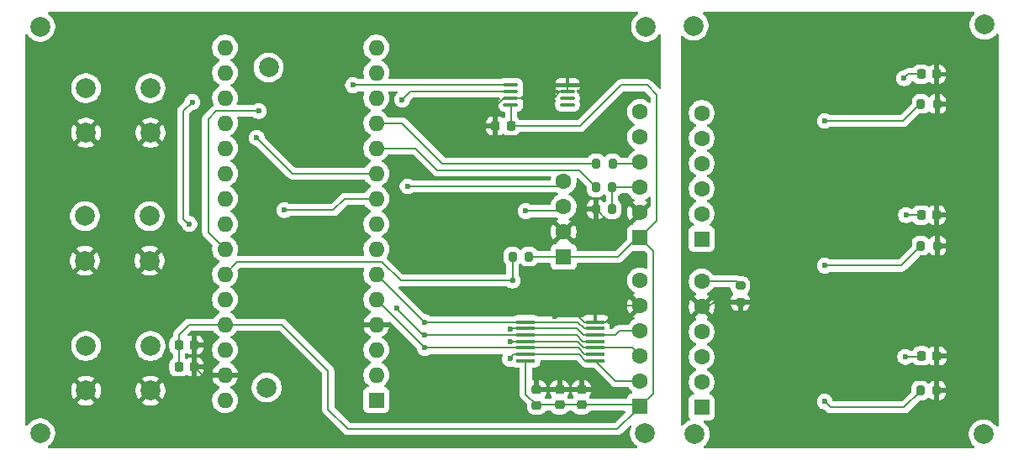
<source format=gbr>
%TF.GenerationSoftware,KiCad,Pcbnew,9.0.7*%
%TF.CreationDate,2026-01-06T19:32:14-08:00*%
%TF.ProjectId,v1.2,76312e32-2e6b-4696-9361-645f70636258,rev?*%
%TF.SameCoordinates,Original*%
%TF.FileFunction,Copper,L1,Top*%
%TF.FilePolarity,Positive*%
%FSLAX46Y46*%
G04 Gerber Fmt 4.6, Leading zero omitted, Abs format (unit mm)*
G04 Created by KiCad (PCBNEW 9.0.7) date 2026-01-06 19:32:14*
%MOMM*%
%LPD*%
G01*
G04 APERTURE LIST*
G04 Aperture macros list*
%AMRoundRect*
0 Rectangle with rounded corners*
0 $1 Rounding radius*
0 $2 $3 $4 $5 $6 $7 $8 $9 X,Y pos of 4 corners*
0 Add a 4 corners polygon primitive as box body*
4,1,4,$2,$3,$4,$5,$6,$7,$8,$9,$2,$3,0*
0 Add four circle primitives for the rounded corners*
1,1,$1+$1,$2,$3*
1,1,$1+$1,$4,$5*
1,1,$1+$1,$6,$7*
1,1,$1+$1,$8,$9*
0 Add four rect primitives between the rounded corners*
20,1,$1+$1,$2,$3,$4,$5,0*
20,1,$1+$1,$4,$5,$6,$7,0*
20,1,$1+$1,$6,$7,$8,$9,0*
20,1,$1+$1,$8,$9,$2,$3,0*%
G04 Aperture macros list end*
%TA.AperFunction,ComponentPad*%
%ADD10C,2.000000*%
%TD*%
%TA.AperFunction,SMDPad,CuDef*%
%ADD11RoundRect,0.100000X0.850000X0.100000X-0.850000X0.100000X-0.850000X-0.100000X0.850000X-0.100000X0*%
%TD*%
%TA.AperFunction,ComponentPad*%
%ADD12C,1.600000*%
%TD*%
%TA.AperFunction,ComponentPad*%
%ADD13R,1.600000X1.600000*%
%TD*%
%TA.AperFunction,SMDPad,CuDef*%
%ADD14RoundRect,0.225000X0.250000X-0.225000X0.250000X0.225000X-0.250000X0.225000X-0.250000X-0.225000X0*%
%TD*%
%TA.AperFunction,SMDPad,CuDef*%
%ADD15RoundRect,0.200000X-0.200000X-0.275000X0.200000X-0.275000X0.200000X0.275000X-0.200000X0.275000X0*%
%TD*%
%TA.AperFunction,SMDPad,CuDef*%
%ADD16RoundRect,0.200000X-0.275000X0.200000X-0.275000X-0.200000X0.275000X-0.200000X0.275000X0.200000X0*%
%TD*%
%TA.AperFunction,SMDPad,CuDef*%
%ADD17RoundRect,0.225000X-0.225000X-0.250000X0.225000X-0.250000X0.225000X0.250000X-0.225000X0.250000X0*%
%TD*%
%TA.AperFunction,SMDPad,CuDef*%
%ADD18RoundRect,0.225000X0.225000X0.250000X-0.225000X0.250000X-0.225000X-0.250000X0.225000X-0.250000X0*%
%TD*%
%TA.AperFunction,SMDPad,CuDef*%
%ADD19RoundRect,0.100000X0.637500X0.100000X-0.637500X0.100000X-0.637500X-0.100000X0.637500X-0.100000X0*%
%TD*%
%TA.AperFunction,SMDPad,CuDef*%
%ADD20RoundRect,0.200000X0.200000X0.275000X-0.200000X0.275000X-0.200000X-0.275000X0.200000X-0.275000X0*%
%TD*%
%TA.AperFunction,ComponentPad*%
%ADD21O,1.600000X1.600000*%
%TD*%
%TA.AperFunction,ViaPad*%
%ADD22C,0.600000*%
%TD*%
%TA.AperFunction,ViaPad*%
%ADD23C,2.000000*%
%TD*%
%TA.AperFunction,Conductor*%
%ADD24C,0.200000*%
%TD*%
G04 APERTURE END LIST*
D10*
%TO.P,SW3,2,2*%
%TO.N,GND*%
X46600000Y-117700000D03*
X53100000Y-117700000D03*
%TO.P,SW3,1,1*%
%TO.N,Net-(A1-D7)*%
X46600000Y-113200000D03*
X53100000Y-113200000D03*
%TD*%
%TO.P,SW2,1,1*%
%TO.N,Net-(A1-D6)*%
X53000000Y-126100000D03*
X46500000Y-126100000D03*
%TO.P,SW2,2,2*%
%TO.N,GND*%
X53000000Y-130600000D03*
X46500000Y-130600000D03*
%TD*%
%TO.P,SW1,1,1*%
%TO.N,Net-(A1-D5)*%
X53100000Y-139200000D03*
X46600000Y-139200000D03*
%TO.P,SW1,2,2*%
%TO.N,GND*%
X53100000Y-143700000D03*
X46600000Y-143700000D03*
%TD*%
D11*
%TO.P,U1,1*%
%TO.N,Net-(J4-Pin_2)*%
X97900000Y-140700000D03*
%TO.P,U1,2*%
%TO.N,Net-(A1-D2)*%
X97900000Y-140050000D03*
%TO.P,U1,3*%
%TO.N,Net-(J4-Pin_4)*%
X97900000Y-139400000D03*
%TO.P,U1,4*%
%TO.N,Net-(A1-D4)*%
X97900000Y-138750000D03*
%TO.P,U1,5*%
%TO.N,Net-(J4-Pin_3)*%
X97900000Y-138100000D03*
%TO.P,U1,6*%
%TO.N,Net-(A1-D3)*%
X97900000Y-137450000D03*
%TO.P,U1,7,GND*%
%TO.N,GND*%
X97900000Y-136800000D03*
%TO.P,U1,8*%
%TO.N,Net-(A1-D3)*%
X90900000Y-136800000D03*
%TO.P,U1,9*%
%TO.N,Net-(J4-Pin_3)*%
X90900000Y-137450000D03*
%TO.P,U1,10*%
%TO.N,Net-(A1-D4)*%
X90900000Y-138100000D03*
%TO.P,U1,11*%
%TO.N,Net-(J4-Pin_4)*%
X90900000Y-138750000D03*
%TO.P,U1,12*%
%TO.N,Net-(A1-D2)*%
X90900000Y-139400000D03*
%TO.P,U1,13*%
%TO.N,Net-(J4-Pin_2)*%
X90900000Y-140050000D03*
%TO.P,U1,14,VCC*%
%TO.N,Net-(A1-+5V)*%
X90900000Y-140700000D03*
%TD*%
D12*
%TO.P,J1,4,SDA*%
%TO.N,Net-(A1-A4)*%
X94700000Y-122600000D03*
%TO.P,J1,3,SCK*%
%TO.N,Net-(A1-A5)*%
X94700000Y-125140000D03*
%TO.P,J1,2,GND*%
%TO.N,GND*%
X94700000Y-127680000D03*
D13*
%TO.P,J1,1,VCC*%
%TO.N,Net-(A1-+5V)*%
X94700000Y-130220000D03*
%TD*%
%TO.P,J4,1,Pin_1*%
%TO.N,Net-(A1-+5V)*%
X102400000Y-145300000D03*
D12*
%TO.P,J4,2,Pin_2*%
%TO.N,Net-(J4-Pin_2)*%
X102400000Y-142760000D03*
%TO.P,J4,3,Pin_3*%
%TO.N,Net-(J4-Pin_3)*%
X102400000Y-137680000D03*
%TO.P,J4,4,Pin_4*%
%TO.N,Net-(J4-Pin_4)*%
X102400000Y-140220000D03*
%TO.P,J4,5,Pin_5*%
%TO.N,GND*%
X102400000Y-135140000D03*
%TO.P,J4,6,Pin_6*%
%TO.N,Net-(A1-A6)*%
X102400000Y-132600000D03*
%TD*%
D13*
%TO.P,J3,1,Pin_1*%
%TO.N,Net-(D2-K)*%
X108600000Y-145400000D03*
D12*
%TO.P,J3,2,Pin_2*%
%TO.N,Net-(D2-A)*%
X108600000Y-142860000D03*
%TO.P,J3,3,Pin_3*%
%TO.N,Net-(D3-A)*%
X108600000Y-137780000D03*
%TO.P,J3,4,Pin_4*%
%TO.N,Net-(D4-A)*%
X108600000Y-140320000D03*
%TO.P,J3,5,Pin_5*%
%TO.N,Net-(J3-Pin_5)*%
X108600000Y-135240000D03*
%TO.P,J3,6,Pin_6*%
%TO.N,Net-(J3-Pin_6)*%
X108600000Y-132700000D03*
%TD*%
D13*
%TO.P,J2,1,Vin*%
%TO.N,Net-(A1-+5V)*%
X102400000Y-128300000D03*
D12*
%TO.P,J2,2,GND*%
%TO.N,GND*%
X102400000Y-125760000D03*
%TO.P,J2,3,3Vo*%
%TO.N,Net-(J2-3Vo)*%
X102400000Y-123220000D03*
%TO.P,J2,4,Int*%
%TO.N,Net-(J2-Int)*%
X102400000Y-120680000D03*
%TO.P,J2,5,SDA*%
%TO.N,Net-(A1-A4)*%
X102400000Y-118140000D03*
%TO.P,J2,6,SCL*%
%TO.N,Net-(A1-A5)*%
X102400000Y-115600000D03*
%TD*%
D14*
%TO.P,C5,1*%
%TO.N,Net-(A1-+5V)*%
X96500000Y-145150000D03*
%TO.P,C5,2*%
%TO.N,GND*%
X96500000Y-143600000D03*
%TD*%
D15*
%TO.P,R5,1*%
%TO.N,Net-(D3-A)*%
X130675000Y-114800000D03*
%TO.P,R5,2*%
%TO.N,Net-(J3-Pin_5)*%
X132325000Y-114800000D03*
%TD*%
D13*
%TO.P,J5,1,Vin*%
%TO.N,unconnected-(J5-Vin-Pad1)*%
X108600000Y-128400000D03*
D12*
%TO.P,J5,2,GND*%
%TO.N,unconnected-(J5-GND-Pad2)*%
X108600000Y-125860000D03*
%TO.P,J5,3,3Vo*%
%TO.N,unconnected-(J5-3Vo-Pad3)*%
X108600000Y-123320000D03*
%TO.P,J5,4,Int*%
%TO.N,unconnected-(J5-Int-Pad4)*%
X108600000Y-120780000D03*
%TO.P,J5,5,SDA*%
%TO.N,unconnected-(J5-SDA-Pad5)*%
X108600000Y-118240000D03*
%TO.P,J5,6,SCL*%
%TO.N,unconnected-(J5-SCL-Pad6)*%
X108600000Y-115700000D03*
%TD*%
D16*
%TO.P,R2,1*%
%TO.N,Net-(J3-Pin_6)*%
X112500000Y-133100000D03*
%TO.P,R2,2*%
%TO.N,Net-(J3-Pin_5)*%
X112500000Y-134750000D03*
%TD*%
D14*
%TO.P,C4,1*%
%TO.N,Net-(A1-+5V)*%
X94300000Y-145150000D03*
%TO.P,C4,2*%
%TO.N,GND*%
X94300000Y-143600000D03*
%TD*%
D17*
%TO.P,C11,1*%
%TO.N,Net-(D2-K)*%
X130750000Y-140200000D03*
%TO.P,C11,2*%
%TO.N,Net-(J3-Pin_5)*%
X132300000Y-140200000D03*
%TD*%
D18*
%TO.P,C12,1*%
%TO.N,Net-(A1-+5V)*%
X89400000Y-117000000D03*
%TO.P,C12,2*%
%TO.N,GND*%
X87850000Y-117000000D03*
%TD*%
D19*
%TO.P,U2,1,NC*%
%TO.N,unconnected-(U2-NC-Pad1)*%
X95100000Y-114850000D03*
%TO.P,U2,2,NC*%
%TO.N,unconnected-(U2-NC-Pad2)*%
X95100000Y-114200000D03*
%TO.P,U2,3,A2*%
%TO.N,GND*%
X95100000Y-113550000D03*
%TO.P,U2,4,GND*%
X95100000Y-112900000D03*
%TO.P,U2,5,SDA*%
%TO.N,Net-(A1-A4)*%
X89375000Y-112900000D03*
%TO.P,U2,6,SCL*%
%TO.N,Net-(A1-A5)*%
X89375000Y-113550000D03*
%TO.P,U2,7,WP*%
%TO.N,GND*%
X89375000Y-114200000D03*
%TO.P,U2,8,VCC*%
%TO.N,Net-(A1-+5V)*%
X89375000Y-114850000D03*
%TD*%
D17*
%TO.P,C8,1*%
%TO.N,Net-(A1-+5V)*%
X55950000Y-139100000D03*
%TO.P,C8,2*%
%TO.N,GND*%
X57500000Y-139100000D03*
%TD*%
D20*
%TO.P,R7,1*%
%TO.N,Net-(J2-3Vo)*%
X99600000Y-123200000D03*
%TO.P,R7,2*%
%TO.N,Net-(A1-D8)*%
X97950000Y-123200000D03*
%TD*%
D17*
%TO.P,C9,1*%
%TO.N,Net-(D2-K)*%
X130700000Y-111800000D03*
%TO.P,C9,2*%
%TO.N,Net-(J3-Pin_5)*%
X132250000Y-111800000D03*
%TD*%
D15*
%TO.P,R6,1*%
%TO.N,Net-(D4-A)*%
X130675000Y-129100000D03*
%TO.P,R6,2*%
%TO.N,Net-(J3-Pin_5)*%
X132325000Y-129100000D03*
%TD*%
D17*
%TO.P,C10,1*%
%TO.N,Net-(D2-K)*%
X130700000Y-126000000D03*
%TO.P,C10,2*%
%TO.N,Net-(J3-Pin_5)*%
X132250000Y-126000000D03*
%TD*%
D20*
%TO.P,R8,1*%
%TO.N,Net-(J2-Int)*%
X99625000Y-120800000D03*
%TO.P,R8,2*%
%TO.N,Net-(A1-D9)*%
X97975000Y-120800000D03*
%TD*%
D13*
%TO.P,A1,1,D1/TX*%
%TO.N,unconnected-(A1-D1{slash}TX-Pad1)*%
X75840000Y-144660000D03*
D21*
%TO.P,A1,2,D0/RX*%
%TO.N,unconnected-(A1-D0{slash}RX-Pad2)*%
X75840000Y-142120000D03*
%TO.P,A1,3,~{RESET}*%
%TO.N,unconnected-(A1-~{RESET}-Pad3)*%
X75840000Y-139580000D03*
%TO.P,A1,4,GND*%
%TO.N,GND*%
X75840000Y-137040000D03*
%TO.P,A1,5,D2*%
%TO.N,Net-(A1-D2)*%
X75840000Y-134500000D03*
%TO.P,A1,6,D3*%
%TO.N,Net-(A1-D3)*%
X75840000Y-131960000D03*
%TO.P,A1,7,D4*%
%TO.N,Net-(A1-D4)*%
X75840000Y-129420000D03*
%TO.P,A1,8,D5*%
%TO.N,Net-(A1-D5)*%
X75840000Y-126880000D03*
%TO.P,A1,9,D6*%
%TO.N,Net-(A1-D6)*%
X75840000Y-124340000D03*
%TO.P,A1,10,D7*%
%TO.N,Net-(A1-D7)*%
X75840000Y-121800000D03*
%TO.P,A1,11,D8*%
%TO.N,Net-(A1-D8)*%
X75840000Y-119260000D03*
%TO.P,A1,12,D9*%
%TO.N,Net-(A1-D9)*%
X75840000Y-116720000D03*
%TO.P,A1,13,D10*%
%TO.N,unconnected-(A1-D10-Pad13)*%
X75840000Y-114180000D03*
%TO.P,A1,14,D11*%
%TO.N,unconnected-(A1-D11-Pad14)*%
X75840000Y-111640000D03*
%TO.P,A1,15,D12*%
%TO.N,unconnected-(A1-D12-Pad15)*%
X75840000Y-109100000D03*
%TO.P,A1,16,D13*%
%TO.N,unconnected-(A1-D13-Pad16)*%
X60600000Y-109100000D03*
%TO.P,A1,17,3V3*%
%TO.N,unconnected-(A1-3V3-Pad17)*%
X60600000Y-111640000D03*
%TO.P,A1,18,AREF*%
%TO.N,unconnected-(A1-AREF-Pad18)*%
X60600000Y-114180000D03*
%TO.P,A1,19,A0*%
%TO.N,unconnected-(A1-A0-Pad19)*%
X60600000Y-116720000D03*
%TO.P,A1,20,A1*%
%TO.N,unconnected-(A1-A1-Pad20)*%
X60600000Y-119260000D03*
%TO.P,A1,21,A2*%
%TO.N,unconnected-(A1-A2-Pad21)*%
X60600000Y-121800000D03*
%TO.P,A1,22,A3*%
%TO.N,unconnected-(A1-A3-Pad22)*%
X60600000Y-124340000D03*
%TO.P,A1,23,A4*%
%TO.N,Net-(A1-A4)*%
X60600000Y-126880000D03*
%TO.P,A1,24,A5*%
%TO.N,Net-(A1-A5)*%
X60600000Y-129420000D03*
%TO.P,A1,25,A6*%
%TO.N,Net-(A1-A6)*%
X60600000Y-131960000D03*
%TO.P,A1,26,A7*%
%TO.N,unconnected-(A1-A7-Pad26)*%
X60600000Y-134500000D03*
%TO.P,A1,27,+5V*%
%TO.N,Net-(A1-+5V)*%
X60600000Y-137040000D03*
%TO.P,A1,28,~{RESET}*%
%TO.N,unconnected-(A1-~{RESET}-Pad28)*%
X60600000Y-139580000D03*
%TO.P,A1,29,GND*%
%TO.N,GND*%
X60600000Y-142120000D03*
%TO.P,A1,30,VIN*%
%TO.N,unconnected-(A1-VIN-Pad30)*%
X60600000Y-144660000D03*
%TD*%
D20*
%TO.P,R4,1*%
%TO.N,Net-(J3-Pin_5)*%
X132300000Y-143700000D03*
%TO.P,R4,2*%
%TO.N,Net-(D2-A)*%
X130650000Y-143700000D03*
%TD*%
D15*
%TO.P,R3,1*%
%TO.N,GND*%
X97950000Y-125400000D03*
%TO.P,R3,2*%
%TO.N,Net-(J2-3Vo)*%
X99600000Y-125400000D03*
%TD*%
D17*
%TO.P,C7,1*%
%TO.N,Net-(A1-+5V)*%
X55950000Y-141300000D03*
%TO.P,C7,2*%
%TO.N,GND*%
X57500000Y-141300000D03*
%TD*%
D15*
%TO.P,R1,1*%
%TO.N,Net-(A1-A6)*%
X89550000Y-130200000D03*
%TO.P,R1,2*%
%TO.N,Net-(A1-+5V)*%
X91200000Y-130200000D03*
%TD*%
D14*
%TO.P,C6,1*%
%TO.N,Net-(A1-+5V)*%
X92000000Y-145175000D03*
%TO.P,C6,2*%
%TO.N,GND*%
X92000000Y-143625000D03*
%TD*%
D22*
%TO.N,Net-(A1-D2)*%
X80740000Y-139400000D03*
%TO.N,Net-(A1-D4)*%
X80700000Y-138100000D03*
%TO.N,Net-(A1-D3)*%
X80700000Y-136800000D03*
%TO.N,Net-(A1-A6)*%
X89550000Y-132600000D03*
%TO.N,Net-(D2-A)*%
X121000000Y-144800000D03*
D23*
%TO.N,*%
X64800000Y-143400000D03*
X65000000Y-111100000D03*
X107900000Y-148100000D03*
X137000000Y-148100000D03*
X137100000Y-106800000D03*
X107800000Y-106900000D03*
X103000000Y-107000000D03*
X102900000Y-148000000D03*
X42000000Y-148000000D03*
X42000000Y-107000000D03*
D22*
%TO.N,Net-(A1-D6)*%
X66600000Y-125500000D03*
%TO.N,GND*%
X92000000Y-142700000D03*
X93800000Y-136200000D03*
X98000000Y-112900000D03*
%TO.N,Net-(A1-A5)*%
X64000000Y-115500000D03*
X90900000Y-125600000D03*
X78450000Y-114350000D03*
%TO.N,Net-(A1-D7)*%
X63800000Y-118200000D03*
%TO.N,Net-(A1-D4)*%
X77900000Y-135400000D03*
%TO.N,Net-(A1-A4)*%
X73500000Y-112900000D03*
X57300000Y-114600000D03*
X57000000Y-126880000D03*
X79000000Y-123100000D03*
%TO.N,Net-(J4-Pin_3)*%
X89300000Y-137500000D03*
%TO.N,Net-(J4-Pin_4)*%
X89300000Y-138800000D03*
%TO.N,Net-(D2-K)*%
X129100000Y-140300000D03*
X129200000Y-126000000D03*
X129000000Y-112200000D03*
%TO.N,Net-(D3-A)*%
X121000000Y-116500000D03*
%TO.N,Net-(J4-Pin_2)*%
X89300000Y-140500000D03*
%TO.N,Net-(D4-A)*%
X121000000Y-131100000D03*
%TD*%
D24*
%TO.N,Net-(A1-D3)*%
X80700000Y-136800000D02*
X80680000Y-136800000D01*
%TO.N,Net-(A1-A6)*%
X89550000Y-130200000D02*
X89550000Y-132600000D01*
X76400000Y-130700000D02*
X61860000Y-130700000D01*
X89550000Y-132600000D02*
X78300000Y-132600000D01*
X61860000Y-130700000D02*
X60600000Y-131960000D01*
X78300000Y-132600000D02*
X76400000Y-130700000D01*
%TO.N,Net-(A1-A4)*%
X56400000Y-115500000D02*
X57300000Y-114600000D01*
X56880000Y-126880000D02*
X56400000Y-126400000D01*
X57000000Y-126880000D02*
X56880000Y-126880000D01*
X56400000Y-126400000D02*
X56400000Y-115500000D01*
%TO.N,Net-(A1-A5)*%
X59700000Y-115500000D02*
X58900000Y-116300000D01*
X64000000Y-115500000D02*
X59700000Y-115500000D01*
X58900000Y-127720000D02*
X60600000Y-129420000D01*
X58900000Y-116300000D02*
X58900000Y-127720000D01*
%TO.N,Net-(A1-A4)*%
X89375000Y-112900000D02*
X73500000Y-112900000D01*
%TO.N,Net-(A1-D3)*%
X97900000Y-137450000D02*
X96750000Y-137450000D01*
%TO.N,Net-(J4-Pin_3)*%
X96700000Y-138100000D02*
X97900000Y-138100000D01*
%TO.N,Net-(A1-D2)*%
X96815800Y-140050000D02*
X97900000Y-140050000D01*
%TO.N,Net-(A1-+5V)*%
X56960000Y-137040000D02*
X55950000Y-138050000D01*
X60600000Y-137040000D02*
X56960000Y-137040000D01*
X55950000Y-138050000D02*
X55950000Y-139100000D01*
X55950000Y-141300000D02*
X55950000Y-139100000D01*
X101999000Y-145701000D02*
X101999000Y-145551000D01*
X100100000Y-147600000D02*
X101999000Y-145701000D01*
X73000000Y-147600000D02*
X100100000Y-147600000D01*
X71000000Y-145600000D02*
X73000000Y-147600000D01*
X71000000Y-141700000D02*
X71000000Y-145600000D01*
X66340000Y-137040000D02*
X71000000Y-141700000D01*
X60600000Y-137040000D02*
X66340000Y-137040000D01*
%TO.N,Net-(A1-D6)*%
X66600000Y-125500000D02*
X71500000Y-125500000D01*
X71500000Y-125500000D02*
X72660000Y-124340000D01*
X72660000Y-124340000D02*
X75840000Y-124340000D01*
%TO.N,GND*%
X102400000Y-125760000D02*
X101740000Y-125760000D01*
X89375000Y-114200000D02*
X93700000Y-114200000D01*
X94350000Y-113550000D02*
X95100000Y-113550000D01*
X97950000Y-125400000D02*
X99350000Y-126800000D01*
X94275000Y-143625000D02*
X94300000Y-143600000D01*
X60600000Y-142120000D02*
X58320000Y-142120000D01*
X97950000Y-125400000D02*
X96980000Y-125400000D01*
X96980000Y-125400000D02*
X94700000Y-127680000D01*
X98900000Y-136800000D02*
X100560000Y-135140000D01*
X96500000Y-143600000D02*
X95900000Y-143600000D01*
X92000000Y-143625000D02*
X92000000Y-142700000D01*
X100560000Y-135140000D02*
X102400000Y-135140000D01*
X95100000Y-112900000D02*
X95100000Y-113550000D01*
X101360000Y-126800000D02*
X102400000Y-125760000D01*
X89375000Y-114200000D02*
X88700000Y-114200000D01*
X57500000Y-139100000D02*
X57500000Y-141300000D01*
X87850000Y-115050000D02*
X87850000Y-117000000D01*
X98000000Y-112900000D02*
X95100000Y-112900000D01*
X88700000Y-114200000D02*
X87850000Y-115050000D01*
X58320000Y-142120000D02*
X57500000Y-141300000D01*
X95900000Y-143600000D02*
X95875000Y-143625000D01*
X95875000Y-143625000D02*
X92000000Y-143625000D01*
X93700000Y-114200000D02*
X94350000Y-113550000D01*
X99350000Y-126800000D02*
X101360000Y-126800000D01*
%TO.N,Net-(A1-D3)*%
X96100000Y-136800000D02*
X90900000Y-136800000D01*
X80680000Y-136800000D02*
X75840000Y-131960000D01*
X90900000Y-136800000D02*
X80700000Y-136800000D01*
%TO.N,Net-(A1-A5)*%
X79250000Y-113550000D02*
X78450000Y-114350000D01*
X89375000Y-113550000D02*
X79250000Y-113550000D01*
X94700000Y-125140000D02*
X94240000Y-125600000D01*
X94240000Y-125600000D02*
X90900000Y-125600000D01*
%TO.N,Net-(A1-D7)*%
X75840000Y-121800000D02*
X67400000Y-121800000D01*
X67400000Y-121800000D02*
X63800000Y-118200000D01*
%TO.N,Net-(A1-+5V)*%
X103100000Y-112900000D02*
X100500000Y-112900000D01*
X102400000Y-128300000D02*
X104100000Y-126600000D01*
X94880000Y-130220000D02*
X95000000Y-130100000D01*
X103700000Y-129600000D02*
X102400000Y-128300000D01*
X89375000Y-114850000D02*
X89375000Y-114875000D01*
X91975000Y-145150000D02*
X96500000Y-145150000D01*
X102250000Y-145150000D02*
X102400000Y-145300000D01*
X89375000Y-114875000D02*
X89400000Y-114900000D01*
X102100000Y-128300000D02*
X100180000Y-130220000D01*
X90900000Y-140700000D02*
X90900000Y-144075000D01*
X103700000Y-144000000D02*
X103700000Y-129600000D01*
X94680000Y-130200000D02*
X94700000Y-130220000D01*
X100500000Y-112900000D02*
X96400000Y-117000000D01*
X96400000Y-117000000D02*
X89400000Y-117000000D01*
X102400000Y-145300000D02*
X103700000Y-144000000D01*
X90900000Y-144075000D02*
X91975000Y-145150000D01*
X89400000Y-114900000D02*
X89400000Y-117000000D01*
X91200000Y-130200000D02*
X94680000Y-130200000D01*
X104100000Y-126600000D02*
X104100000Y-113900000D01*
X96500000Y-145150000D02*
X102250000Y-145150000D01*
X100180000Y-130220000D02*
X94700000Y-130220000D01*
X102400000Y-128300000D02*
X102100000Y-128300000D01*
X104100000Y-113900000D02*
X103100000Y-112900000D01*
%TO.N,Net-(A1-D4)*%
X77900000Y-135400000D02*
X77900000Y-135450000D01*
X80550000Y-138100000D02*
X80700000Y-138100000D01*
%TO.N,Net-(A1-A4)*%
X94200000Y-123100000D02*
X94700000Y-122600000D01*
X79000000Y-123100000D02*
X94200000Y-123100000D01*
%TO.N,Net-(A1-D2)*%
X90900000Y-139400000D02*
X80740000Y-139400000D01*
X80740000Y-139400000D02*
X75840000Y-134500000D01*
%TO.N,Net-(A1-A6)*%
X60540000Y-131960000D02*
X60400000Y-132100000D01*
X60600000Y-131960000D02*
X60600000Y-132100000D01*
X60600000Y-131960000D02*
X60540000Y-131960000D01*
X60460000Y-132100000D02*
X60600000Y-131960000D01*
%TO.N,Net-(J4-Pin_3)*%
X89350000Y-137450000D02*
X89300000Y-137500000D01*
X90900000Y-137450000D02*
X89350000Y-137450000D01*
%TO.N,Net-(J4-Pin_4)*%
X89350000Y-138750000D02*
X89300000Y-138800000D01*
X90900000Y-138750000D02*
X89350000Y-138750000D01*
%TO.N,Net-(D2-K)*%
X130550000Y-112100000D02*
X130600000Y-112100000D01*
X130700000Y-111800000D02*
X129400000Y-111800000D01*
X129100000Y-140300000D02*
X130650000Y-140300000D01*
X129200000Y-126000000D02*
X130700000Y-126000000D01*
X129400000Y-111800000D02*
X129000000Y-112200000D01*
X130650000Y-140300000D02*
X130750000Y-140200000D01*
%TO.N,Net-(D3-A)*%
X130675000Y-114800000D02*
X130600000Y-114800000D01*
X121100000Y-116500000D02*
X121000000Y-116400000D01*
X130600000Y-114800000D02*
X128900000Y-116500000D01*
X128900000Y-116500000D02*
X121100000Y-116500000D01*
%TO.N,Net-(J4-Pin_2)*%
X89300000Y-140400000D02*
X89650000Y-140050000D01*
X99960000Y-142760000D02*
X102400000Y-142760000D01*
X89300000Y-140500000D02*
X89300000Y-140400000D01*
%TO.N,Net-(J3-Pin_5)*%
X132325000Y-114800000D02*
X132325000Y-129100000D01*
X109340000Y-135240000D02*
X109830000Y-134750000D01*
X111300000Y-143900000D02*
X114200000Y-146800000D01*
X132325000Y-114800000D02*
X132325000Y-111875000D01*
X108600000Y-135240000D02*
X111300000Y-137940000D01*
X111300000Y-137940000D02*
X111300000Y-143900000D01*
X109830000Y-134750000D02*
X112500000Y-134750000D01*
X130800000Y-146800000D02*
X132300000Y-145300000D01*
X132325000Y-111875000D02*
X132250000Y-111800000D01*
X132300000Y-145300000D02*
X132300000Y-143700000D01*
X108600000Y-135240000D02*
X109340000Y-135240000D01*
X114200000Y-146800000D02*
X130800000Y-146800000D01*
X132325000Y-129100000D02*
X132325000Y-143675000D01*
X132325000Y-143675000D02*
X132300000Y-143700000D01*
%TO.N,Net-(D4-A)*%
X130675000Y-129100000D02*
X130675000Y-129125000D01*
X130675000Y-129125000D02*
X128700000Y-131100000D01*
X128700000Y-131100000D02*
X121000000Y-131100000D01*
%TO.N,Net-(J2-Int)*%
X102400000Y-120700000D02*
X102300000Y-120800000D01*
X102400000Y-120680000D02*
X102400000Y-120700000D01*
X99625000Y-120800000D02*
X102280000Y-120800000D01*
X102280000Y-120800000D02*
X102400000Y-120680000D01*
%TO.N,Net-(J2-3Vo)*%
X99680000Y-123220000D02*
X102400000Y-123220000D01*
X99600000Y-123300000D02*
X99680000Y-123220000D01*
X99600000Y-125400000D02*
X99700000Y-125400000D01*
X99600000Y-125300000D02*
X99600000Y-123200000D01*
X99600000Y-123200000D02*
X99600000Y-123300000D01*
X99700000Y-125400000D02*
X99600000Y-125300000D01*
%TO.N,Net-(J3-Pin_6)*%
X112100000Y-132700000D02*
X112500000Y-133100000D01*
X108600000Y-132700000D02*
X112100000Y-132700000D01*
%TO.N,Net-(A1-D9)*%
X78420000Y-116720000D02*
X75840000Y-116720000D01*
X97975000Y-120800000D02*
X82500000Y-120800000D01*
X82500000Y-120800000D02*
X78420000Y-116720000D01*
%TO.N,Net-(A1-D8)*%
X96249000Y-121499000D02*
X81999000Y-121499000D01*
X81999000Y-121499000D02*
X79760000Y-119260000D01*
X79760000Y-119260000D02*
X75840000Y-119260000D01*
X97950000Y-123200000D02*
X96249000Y-121499000D01*
%TO.N,Net-(J4-Pin_4)*%
X101580000Y-139400000D02*
X102400000Y-140220000D01*
%TO.N,Net-(J4-Pin_2)*%
X97900000Y-140700000D02*
X99960000Y-142760000D01*
X96248700Y-140050000D02*
X96898700Y-140700000D01*
X96898700Y-140700000D02*
X97900000Y-140700000D01*
%TO.N,Net-(A1-D4)*%
X96650000Y-138750000D02*
X97900000Y-138750000D01*
%TO.N,Net-(J4-Pin_3)*%
X99900000Y-138100000D02*
X100320000Y-137680000D01*
X100320000Y-137680000D02*
X102400000Y-137680000D01*
X90900000Y-137450000D02*
X96050000Y-137450000D01*
%TO.N,Net-(A1-D4)*%
X90900000Y-138100000D02*
X96000000Y-138100000D01*
%TO.N,Net-(J4-Pin_4)*%
X90900000Y-138750000D02*
X96082900Y-138750000D01*
%TO.N,Net-(A1-D2)*%
X90900000Y-139400000D02*
X96165800Y-139400000D01*
%TO.N,Net-(J4-Pin_2)*%
X89650000Y-140050000D02*
X90900000Y-140050000D01*
X90900000Y-140050000D02*
X96248700Y-140050000D01*
%TO.N,Net-(A1-D2)*%
X96165800Y-139400000D02*
X96815800Y-140050000D01*
%TO.N,Net-(J4-Pin_4)*%
X97900000Y-139400000D02*
X101580000Y-139400000D01*
%TO.N,Net-(A1-D4)*%
X96000000Y-138100000D02*
X96650000Y-138750000D01*
%TO.N,Net-(J4-Pin_4)*%
X96082900Y-138750000D02*
X96732900Y-139400000D01*
X96732900Y-139400000D02*
X97900000Y-139400000D01*
%TO.N,Net-(J4-Pin_3)*%
X96050000Y-137450000D02*
X96700000Y-138100000D01*
%TO.N,Net-(A1-D3)*%
X96750000Y-137450000D02*
X96100000Y-136800000D01*
%TO.N,GND*%
X93800000Y-136200000D02*
X96200000Y-136200000D01*
X96200000Y-136200000D02*
X96800000Y-136800000D01*
X96800000Y-136800000D02*
X97900000Y-136800000D01*
X97900000Y-136800000D02*
X98900000Y-136800000D01*
%TO.N,Net-(J4-Pin_3)*%
X97900000Y-138100000D02*
X99900000Y-138100000D01*
%TO.N,Net-(D2-A)*%
X129000000Y-145400000D02*
X130650000Y-143750000D01*
X121600000Y-145400000D02*
X129000000Y-145400000D01*
X121000000Y-144800000D02*
X121600000Y-145400000D01*
X130650000Y-143750000D02*
X130650000Y-143700000D01*
%TO.N,Net-(A1-D4)*%
X80700000Y-138100000D02*
X90900000Y-138100000D01*
X77900000Y-135450000D02*
X80550000Y-138100000D01*
%TD*%
%TA.AperFunction,Conductor*%
%TO.N,GND*%
G36*
X102159696Y-105509381D02*
G01*
X102190424Y-105516527D01*
X102192977Y-105519154D01*
X102196488Y-105520185D01*
X102217127Y-105544004D01*
X102239119Y-105566633D01*
X102239846Y-105570223D01*
X102242243Y-105572989D01*
X102246730Y-105604198D01*
X102252994Y-105635111D01*
X102251665Y-105638522D01*
X102252187Y-105642147D01*
X102239084Y-105670837D01*
X102227645Y-105700220D01*
X102224086Y-105703678D01*
X102223162Y-105705703D01*
X102202337Y-105724815D01*
X102022490Y-105855483D01*
X102022488Y-105855485D01*
X102022487Y-105855485D01*
X101855485Y-106022487D01*
X101855485Y-106022488D01*
X101855483Y-106022490D01*
X101795862Y-106104550D01*
X101716657Y-106213566D01*
X101609433Y-106424003D01*
X101536446Y-106648631D01*
X101499500Y-106881902D01*
X101499500Y-107118097D01*
X101536446Y-107351368D01*
X101609433Y-107575996D01*
X101700641Y-107755000D01*
X101716657Y-107786433D01*
X101855483Y-107977510D01*
X102022490Y-108144517D01*
X102213567Y-108283343D01*
X102312991Y-108334002D01*
X102424003Y-108390566D01*
X102424005Y-108390566D01*
X102424008Y-108390568D01*
X102509623Y-108418386D01*
X102648631Y-108463553D01*
X102881903Y-108500500D01*
X102881908Y-108500500D01*
X103118097Y-108500500D01*
X103351368Y-108463553D01*
X103575992Y-108390568D01*
X103786433Y-108283343D01*
X103977510Y-108144517D01*
X104144517Y-107977510D01*
X104275183Y-107797664D01*
X104330512Y-107755000D01*
X104400126Y-107749021D01*
X104461920Y-107781627D01*
X104496278Y-107842466D01*
X104499500Y-107870551D01*
X104499500Y-113150902D01*
X104479815Y-113217941D01*
X104427011Y-113263696D01*
X104357853Y-113273640D01*
X104294297Y-113244615D01*
X104287819Y-113238583D01*
X103587590Y-112538355D01*
X103587588Y-112538352D01*
X103468717Y-112419481D01*
X103468716Y-112419480D01*
X103381904Y-112369360D01*
X103381904Y-112369359D01*
X103381900Y-112369358D01*
X103331785Y-112340423D01*
X103179057Y-112299499D01*
X103020943Y-112299499D01*
X103013347Y-112299499D01*
X103013331Y-112299500D01*
X100586670Y-112299500D01*
X100586654Y-112299499D01*
X100579058Y-112299499D01*
X100420943Y-112299499D01*
X100344579Y-112319961D01*
X100268214Y-112340423D01*
X100268209Y-112340426D01*
X100131290Y-112419475D01*
X100131282Y-112419481D01*
X96187584Y-116363181D01*
X96126261Y-116396666D01*
X96099903Y-116399500D01*
X90330425Y-116399500D01*
X90263386Y-116379815D01*
X90224887Y-116340598D01*
X90200153Y-116300499D01*
X90197968Y-116296956D01*
X90078044Y-116177032D01*
X90059399Y-116165531D01*
X90012677Y-116113582D01*
X90000500Y-116059995D01*
X90000500Y-115666006D01*
X90020185Y-115598967D01*
X90072989Y-115553212D01*
X90108311Y-115543067D01*
X90169262Y-115535044D01*
X90315341Y-115474536D01*
X90440782Y-115378282D01*
X90537036Y-115252841D01*
X90597544Y-115106762D01*
X90613000Y-114989361D01*
X90612999Y-114710640D01*
X90612999Y-114710638D01*
X90612999Y-114710636D01*
X90597546Y-114593246D01*
X90597544Y-114593239D01*
X90597544Y-114593238D01*
X90588662Y-114571797D01*
X90581194Y-114502328D01*
X90588664Y-114476890D01*
X90597055Y-114456632D01*
X90597055Y-114456630D01*
X90604512Y-114400000D01*
X90562000Y-114400000D01*
X90532618Y-114391372D01*
X90502683Y-114384892D01*
X90498570Y-114381374D01*
X90494961Y-114380315D01*
X90474407Y-114363769D01*
X90468608Y-114357981D01*
X90440782Y-114321718D01*
X90403960Y-114293463D01*
X90398254Y-114287769D01*
X90385196Y-114263913D01*
X90369158Y-114241949D01*
X90368667Y-114233715D01*
X90364707Y-114226480D01*
X90366620Y-114199349D01*
X90365003Y-114172203D01*
X90369041Y-114165010D01*
X90369622Y-114156783D01*
X90385895Y-114134998D01*
X90399214Y-114111282D01*
X90410351Y-114101631D01*
X90440782Y-114078282D01*
X90454320Y-114060639D01*
X93862000Y-114060639D01*
X93862000Y-114067974D01*
X93862000Y-114067975D01*
X93862000Y-114339363D01*
X93877453Y-114456753D01*
X93877457Y-114456765D01*
X93886066Y-114477550D01*
X93893533Y-114547019D01*
X93886066Y-114572450D01*
X93877457Y-114593234D01*
X93877455Y-114593239D01*
X93862000Y-114710638D01*
X93862000Y-114989363D01*
X93877453Y-115106753D01*
X93877456Y-115106762D01*
X93925100Y-115221786D01*
X93937964Y-115252841D01*
X94034218Y-115378282D01*
X94159659Y-115474536D01*
X94305738Y-115535044D01*
X94423139Y-115550500D01*
X95776860Y-115550499D01*
X95776863Y-115550499D01*
X95894253Y-115535046D01*
X95894257Y-115535044D01*
X95894262Y-115535044D01*
X96040341Y-115474536D01*
X96165782Y-115378282D01*
X96262036Y-115252841D01*
X96322544Y-115106762D01*
X96338000Y-114989361D01*
X96337999Y-114710640D01*
X96337998Y-114710636D01*
X96329836Y-114648634D01*
X96322544Y-114593238D01*
X96322542Y-114593234D01*
X96313935Y-114572455D01*
X96306465Y-114502986D01*
X96313935Y-114477545D01*
X96314206Y-114476890D01*
X96322544Y-114456762D01*
X96338000Y-114339361D01*
X96337999Y-114060640D01*
X96337999Y-114060639D01*
X96337999Y-114060636D01*
X96322546Y-113943246D01*
X96322544Y-113943241D01*
X96322544Y-113943238D01*
X96313662Y-113921797D01*
X96306194Y-113852328D01*
X96313664Y-113826890D01*
X96322055Y-113806632D01*
X96322055Y-113806630D01*
X96329512Y-113750000D01*
X96287000Y-113750000D01*
X96219961Y-113730315D01*
X96205739Y-113719662D01*
X96196260Y-113711438D01*
X96165782Y-113671718D01*
X96040341Y-113575464D01*
X96038798Y-113574824D01*
X96030542Y-113567662D01*
X96013607Y-113541275D01*
X95995114Y-113515948D01*
X95994884Y-113512103D01*
X95992804Y-113508861D01*
X95992823Y-113477503D01*
X95990959Y-113446202D01*
X95992845Y-113442842D01*
X95992848Y-113438991D01*
X96009810Y-113412632D01*
X96025171Y-113385281D01*
X96028575Y-113383474D01*
X96030659Y-113380237D01*
X96059186Y-113367229D01*
X96086889Y-113352529D01*
X96092729Y-113351936D01*
X96094232Y-113351251D01*
X96096397Y-113351563D01*
X96111803Y-113350000D01*
X96329510Y-113350000D01*
X96329511Y-113349998D01*
X96322058Y-113293377D01*
X96322055Y-113293368D01*
X96313392Y-113272453D01*
X96305923Y-113202983D01*
X96313392Y-113177546D01*
X96322056Y-113156629D01*
X96329512Y-113100000D01*
X93870490Y-113100000D01*
X93870488Y-113100001D01*
X93877942Y-113156627D01*
X93877943Y-113156629D01*
X93886608Y-113177549D01*
X93894076Y-113247018D01*
X93886609Y-113272449D01*
X93877943Y-113293370D01*
X93870487Y-113350000D01*
X94088197Y-113350000D01*
X94113516Y-113357434D01*
X94139638Y-113361174D01*
X94146512Y-113367123D01*
X94155236Y-113369685D01*
X94172514Y-113389625D01*
X94192471Y-113406896D01*
X94195038Y-113415619D01*
X94200991Y-113422489D01*
X94204746Y-113448606D01*
X94212197Y-113473923D01*
X94209641Y-113482647D01*
X94210935Y-113491647D01*
X94199972Y-113515651D01*
X94192554Y-113540975D01*
X94184315Y-113549935D01*
X94181910Y-113555203D01*
X94169458Y-113567662D01*
X94161201Y-113574824D01*
X94159659Y-113575464D01*
X94034218Y-113671718D01*
X94003739Y-113711438D01*
X93994261Y-113719662D01*
X93973440Y-113729186D01*
X93954947Y-113742690D01*
X93937134Y-113745794D01*
X93930723Y-113748727D01*
X93925003Y-113747908D01*
X93913000Y-113750000D01*
X93870490Y-113750000D01*
X93870488Y-113750001D01*
X93877941Y-113806622D01*
X93877945Y-113806634D01*
X93886337Y-113826895D01*
X93888273Y-113844906D01*
X93895126Y-113861677D01*
X93893744Y-113895812D01*
X93893804Y-113896364D01*
X93893709Y-113896686D01*
X93893699Y-113896942D01*
X93891323Y-113909758D01*
X93877456Y-113943238D01*
X93862000Y-114060639D01*
X90454320Y-114060639D01*
X90454322Y-114060636D01*
X90463625Y-114048513D01*
X90520053Y-114007310D01*
X90562000Y-114000000D01*
X90604511Y-114000000D01*
X90604511Y-113999999D01*
X90597058Y-113943377D01*
X90597054Y-113943365D01*
X90588663Y-113923106D01*
X90581194Y-113853637D01*
X90588664Y-113828199D01*
X90597544Y-113806762D01*
X90613000Y-113689361D01*
X90612999Y-113410640D01*
X90597544Y-113293238D01*
X90588934Y-113272454D01*
X90581465Y-113202986D01*
X90588935Y-113177545D01*
X90597544Y-113156762D01*
X90613000Y-113039361D01*
X90612999Y-112760640D01*
X90612349Y-112755700D01*
X90605017Y-112700000D01*
X93870487Y-112700000D01*
X94900000Y-112700000D01*
X95300000Y-112700000D01*
X96329510Y-112700000D01*
X96329511Y-112699998D01*
X96322057Y-112643372D01*
X96322055Y-112643366D01*
X96261600Y-112497414D01*
X96165424Y-112372075D01*
X96040086Y-112275899D01*
X95894134Y-112215445D01*
X95894130Y-112215444D01*
X95776830Y-112200000D01*
X95300000Y-112200000D01*
X95300000Y-112700000D01*
X94900000Y-112700000D01*
X94900000Y-112200000D01*
X94423175Y-112200000D01*
X94305871Y-112215442D01*
X94305866Y-112215444D01*
X94159914Y-112275899D01*
X94034575Y-112372075D01*
X93938399Y-112497413D01*
X93877944Y-112643368D01*
X93870487Y-112700000D01*
X90605017Y-112700000D01*
X90597546Y-112643246D01*
X90597544Y-112643241D01*
X90597544Y-112643238D01*
X90537036Y-112497159D01*
X90440782Y-112371718D01*
X90315341Y-112275464D01*
X90294559Y-112266856D01*
X90169262Y-112214956D01*
X90169260Y-112214955D01*
X90051870Y-112199501D01*
X90051867Y-112199500D01*
X90051861Y-112199500D01*
X90051854Y-112199500D01*
X88698136Y-112199500D01*
X88580746Y-112214953D01*
X88580734Y-112214957D01*
X88434663Y-112275461D01*
X88427624Y-112279526D01*
X88426617Y-112277783D01*
X88371568Y-112299069D01*
X88361243Y-112299500D01*
X77163813Y-112299500D01*
X77096774Y-112279815D01*
X77051019Y-112227011D01*
X77041075Y-112157853D01*
X77045882Y-112137182D01*
X77108476Y-111944538D01*
X77108476Y-111944537D01*
X77108477Y-111944534D01*
X77140500Y-111742352D01*
X77140500Y-111537648D01*
X77108477Y-111335466D01*
X77045220Y-111140781D01*
X77045218Y-111140778D01*
X77045218Y-111140776D01*
X76990471Y-111033331D01*
X76952287Y-110958390D01*
X76944556Y-110947749D01*
X76831971Y-110792786D01*
X76687213Y-110648028D01*
X76521614Y-110527715D01*
X76514329Y-110524003D01*
X76428917Y-110480483D01*
X76378123Y-110432511D01*
X76361328Y-110364690D01*
X76383865Y-110298555D01*
X76428917Y-110259516D01*
X76521610Y-110212287D01*
X76542770Y-110196913D01*
X76687213Y-110091971D01*
X76687215Y-110091968D01*
X76687219Y-110091966D01*
X76831966Y-109947219D01*
X76831968Y-109947215D01*
X76831971Y-109947213D01*
X76926824Y-109816657D01*
X76952287Y-109781610D01*
X77045220Y-109599219D01*
X77108477Y-109404534D01*
X77140500Y-109202352D01*
X77140500Y-108997648D01*
X77108477Y-108795466D01*
X77045220Y-108600781D01*
X77045218Y-108600778D01*
X77045218Y-108600776D01*
X76994124Y-108500500D01*
X76952287Y-108418390D01*
X76932072Y-108390566D01*
X76831971Y-108252786D01*
X76687213Y-108108028D01*
X76521613Y-107987715D01*
X76521612Y-107987714D01*
X76521610Y-107987713D01*
X76464653Y-107958691D01*
X76339223Y-107894781D01*
X76144534Y-107831522D01*
X75967682Y-107803512D01*
X75942352Y-107799500D01*
X75737648Y-107799500D01*
X75713329Y-107803351D01*
X75535465Y-107831522D01*
X75340776Y-107894781D01*
X75158386Y-107987715D01*
X74992786Y-108108028D01*
X74848028Y-108252786D01*
X74727715Y-108418386D01*
X74634781Y-108600776D01*
X74571522Y-108795465D01*
X74539500Y-108997648D01*
X74539500Y-109202351D01*
X74571522Y-109404534D01*
X74634781Y-109599223D01*
X74727715Y-109781613D01*
X74848028Y-109947213D01*
X74992786Y-110091971D01*
X75147749Y-110204556D01*
X75158390Y-110212287D01*
X75249840Y-110258883D01*
X75251080Y-110259515D01*
X75301876Y-110307490D01*
X75318671Y-110375311D01*
X75296134Y-110441446D01*
X75251080Y-110480485D01*
X75158386Y-110527715D01*
X74992786Y-110648028D01*
X74848028Y-110792786D01*
X74727715Y-110958386D01*
X74634781Y-111140776D01*
X74571522Y-111335465D01*
X74539500Y-111537648D01*
X74539500Y-111742351D01*
X74571523Y-111944535D01*
X74571523Y-111944538D01*
X74634118Y-112137182D01*
X74636113Y-112207023D01*
X74600033Y-112266856D01*
X74537332Y-112297684D01*
X74516187Y-112299500D01*
X74079766Y-112299500D01*
X74012727Y-112279815D01*
X74010875Y-112278602D01*
X73879185Y-112190609D01*
X73879172Y-112190602D01*
X73733501Y-112130264D01*
X73733489Y-112130261D01*
X73578845Y-112099500D01*
X73578842Y-112099500D01*
X73421158Y-112099500D01*
X73421155Y-112099500D01*
X73266510Y-112130261D01*
X73266498Y-112130264D01*
X73120827Y-112190602D01*
X73120814Y-112190609D01*
X72989711Y-112278210D01*
X72989707Y-112278213D01*
X72878213Y-112389707D01*
X72878210Y-112389711D01*
X72790609Y-112520814D01*
X72790602Y-112520827D01*
X72730264Y-112666498D01*
X72730261Y-112666510D01*
X72699500Y-112821153D01*
X72699500Y-112978846D01*
X72730261Y-113133489D01*
X72730264Y-113133501D01*
X72790602Y-113279172D01*
X72790609Y-113279185D01*
X72878210Y-113410288D01*
X72878213Y-113410292D01*
X72989707Y-113521786D01*
X72989711Y-113521789D01*
X73120814Y-113609390D01*
X73120827Y-113609397D01*
X73199894Y-113642147D01*
X73266503Y-113669737D01*
X73421153Y-113700499D01*
X73421156Y-113700500D01*
X73421158Y-113700500D01*
X73578844Y-113700500D01*
X73578845Y-113700499D01*
X73733497Y-113669737D01*
X73879179Y-113609394D01*
X73933663Y-113572989D01*
X74010875Y-113521398D01*
X74077553Y-113500520D01*
X74079766Y-113500500D01*
X74524288Y-113500500D01*
X74591327Y-113520185D01*
X74637082Y-113572989D01*
X74647026Y-113642147D01*
X74636257Y-113676110D01*
X74636647Y-113676272D01*
X74634784Y-113680770D01*
X74634781Y-113680778D01*
X74634780Y-113680781D01*
X74619567Y-113727603D01*
X74571522Y-113875465D01*
X74542194Y-114060636D01*
X74539500Y-114077648D01*
X74539500Y-114282352D01*
X74542216Y-114299500D01*
X74571522Y-114484534D01*
X74634781Y-114679223D01*
X74691536Y-114790609D01*
X74727041Y-114860292D01*
X74727715Y-114861613D01*
X74848028Y-115027213D01*
X74992786Y-115171971D01*
X75125257Y-115268215D01*
X75158390Y-115292287D01*
X75249840Y-115338883D01*
X75251080Y-115339515D01*
X75301876Y-115387490D01*
X75318671Y-115455311D01*
X75296134Y-115521446D01*
X75251080Y-115560485D01*
X75158386Y-115607715D01*
X74992786Y-115728028D01*
X74848028Y-115872786D01*
X74727715Y-116038386D01*
X74634781Y-116220776D01*
X74571522Y-116415465D01*
X74539500Y-116617648D01*
X74539500Y-116822351D01*
X74571522Y-117024534D01*
X74634781Y-117219223D01*
X74672264Y-117292786D01*
X74725673Y-117397607D01*
X74727715Y-117401613D01*
X74848028Y-117567213D01*
X74992786Y-117711971D01*
X75145018Y-117822572D01*
X75158390Y-117832287D01*
X75249840Y-117878883D01*
X75251080Y-117879515D01*
X75301876Y-117927490D01*
X75318671Y-117995311D01*
X75296134Y-118061446D01*
X75251080Y-118100485D01*
X75158386Y-118147715D01*
X74992786Y-118268028D01*
X74848028Y-118412786D01*
X74727715Y-118578386D01*
X74634781Y-118760776D01*
X74571522Y-118955465D01*
X74539500Y-119157648D01*
X74539500Y-119362351D01*
X74571522Y-119564534D01*
X74634781Y-119759223D01*
X74727715Y-119941613D01*
X74848028Y-120107213D01*
X74992786Y-120251971D01*
X75147749Y-120364556D01*
X75158390Y-120372287D01*
X75249840Y-120418883D01*
X75251080Y-120419515D01*
X75301876Y-120467490D01*
X75318671Y-120535311D01*
X75296134Y-120601446D01*
X75251080Y-120640485D01*
X75158386Y-120687715D01*
X74992786Y-120808028D01*
X74848028Y-120952786D01*
X74727715Y-121118385D01*
X74720883Y-121131795D01*
X74672909Y-121182591D01*
X74610398Y-121199500D01*
X67700097Y-121199500D01*
X67633058Y-121179815D01*
X67612416Y-121163181D01*
X64634574Y-118185339D01*
X64601089Y-118124016D01*
X64600638Y-118121849D01*
X64574108Y-117988477D01*
X64569737Y-117966503D01*
X64569054Y-117964855D01*
X64509397Y-117820827D01*
X64509390Y-117820814D01*
X64421789Y-117689711D01*
X64421786Y-117689707D01*
X64310292Y-117578213D01*
X64310288Y-117578210D01*
X64179185Y-117490609D01*
X64179172Y-117490602D01*
X64033501Y-117430264D01*
X64033489Y-117430261D01*
X63878845Y-117399500D01*
X63878842Y-117399500D01*
X63721158Y-117399500D01*
X63721155Y-117399500D01*
X63566510Y-117430261D01*
X63566498Y-117430264D01*
X63420827Y-117490602D01*
X63420814Y-117490609D01*
X63289711Y-117578210D01*
X63289707Y-117578213D01*
X63178213Y-117689707D01*
X63178210Y-117689711D01*
X63090609Y-117820814D01*
X63090602Y-117820827D01*
X63030264Y-117966498D01*
X63030261Y-117966510D01*
X62999500Y-118121153D01*
X62999500Y-118278846D01*
X63030261Y-118433489D01*
X63030264Y-118433501D01*
X63090602Y-118579172D01*
X63090609Y-118579185D01*
X63178210Y-118710288D01*
X63178213Y-118710292D01*
X63289707Y-118821786D01*
X63289711Y-118821789D01*
X63420814Y-118909390D01*
X63420827Y-118909397D01*
X63532047Y-118955465D01*
X63566503Y-118969737D01*
X63631147Y-118982595D01*
X63721849Y-119000638D01*
X63783760Y-119033023D01*
X63785339Y-119034574D01*
X66915139Y-122164374D01*
X66915149Y-122164385D01*
X66919479Y-122168715D01*
X66919480Y-122168716D01*
X67031284Y-122280520D01*
X67098800Y-122319500D01*
X67168215Y-122359577D01*
X67320943Y-122400501D01*
X67320946Y-122400501D01*
X67486653Y-122400501D01*
X67486669Y-122400500D01*
X74610398Y-122400500D01*
X74677437Y-122420185D01*
X74720883Y-122468205D01*
X74727715Y-122481614D01*
X74848028Y-122647213D01*
X74992786Y-122791971D01*
X75147719Y-122904534D01*
X75158390Y-122912287D01*
X75249840Y-122958883D01*
X75251080Y-122959515D01*
X75301876Y-123007490D01*
X75318671Y-123075311D01*
X75296134Y-123141446D01*
X75251080Y-123180485D01*
X75158386Y-123227715D01*
X74992786Y-123348028D01*
X74848028Y-123492786D01*
X74727715Y-123658385D01*
X74720883Y-123671795D01*
X74672909Y-123722591D01*
X74610398Y-123739500D01*
X72746670Y-123739500D01*
X72746654Y-123739499D01*
X72739058Y-123739499D01*
X72580943Y-123739499D01*
X72506248Y-123759514D01*
X72428214Y-123780423D01*
X72428209Y-123780426D01*
X72291290Y-123859475D01*
X72291282Y-123859481D01*
X71287584Y-124863181D01*
X71226261Y-124896666D01*
X71199903Y-124899500D01*
X67179766Y-124899500D01*
X67112727Y-124879815D01*
X67110875Y-124878602D01*
X66979185Y-124790609D01*
X66979172Y-124790602D01*
X66833501Y-124730264D01*
X66833489Y-124730261D01*
X66678845Y-124699500D01*
X66678842Y-124699500D01*
X66521158Y-124699500D01*
X66521155Y-124699500D01*
X66366510Y-124730261D01*
X66366498Y-124730264D01*
X66220827Y-124790602D01*
X66220814Y-124790609D01*
X66089711Y-124878210D01*
X66089707Y-124878213D01*
X65978213Y-124989707D01*
X65978210Y-124989711D01*
X65890609Y-125120814D01*
X65890602Y-125120827D01*
X65830264Y-125266498D01*
X65830261Y-125266510D01*
X65799500Y-125421153D01*
X65799500Y-125578846D01*
X65830261Y-125733489D01*
X65830264Y-125733501D01*
X65890602Y-125879172D01*
X65890609Y-125879185D01*
X65978210Y-126010288D01*
X65978213Y-126010292D01*
X66089707Y-126121786D01*
X66089711Y-126121789D01*
X66220814Y-126209390D01*
X66220827Y-126209397D01*
X66338681Y-126258213D01*
X66366503Y-126269737D01*
X66517614Y-126299795D01*
X66521153Y-126300499D01*
X66521156Y-126300500D01*
X66521158Y-126300500D01*
X66678844Y-126300500D01*
X66678845Y-126300499D01*
X66833497Y-126269737D01*
X66979179Y-126209394D01*
X67037225Y-126170609D01*
X67110875Y-126121398D01*
X67177553Y-126100520D01*
X67179766Y-126100500D01*
X71413331Y-126100500D01*
X71413347Y-126100501D01*
X71420943Y-126100501D01*
X71579054Y-126100501D01*
X71579057Y-126100501D01*
X71731785Y-126059577D01*
X71781904Y-126030639D01*
X71868716Y-125980520D01*
X71980520Y-125868716D01*
X71980520Y-125868714D01*
X71990728Y-125858507D01*
X71990729Y-125858504D01*
X72872417Y-124976819D01*
X72933740Y-124943334D01*
X72960098Y-124940500D01*
X74610398Y-124940500D01*
X74677437Y-124960185D01*
X74720883Y-125008205D01*
X74727715Y-125021614D01*
X74848028Y-125187213D01*
X74992786Y-125331971D01*
X75115537Y-125421153D01*
X75158390Y-125452287D01*
X75249840Y-125498883D01*
X75251080Y-125499515D01*
X75301876Y-125547490D01*
X75318671Y-125615311D01*
X75296134Y-125681446D01*
X75251080Y-125720485D01*
X75158386Y-125767715D01*
X74992786Y-125888028D01*
X74848028Y-126032786D01*
X74727715Y-126198386D01*
X74634781Y-126380776D01*
X74571522Y-126575465D01*
X74555600Y-126675996D01*
X74539500Y-126777648D01*
X74539500Y-126982352D01*
X74542081Y-126998650D01*
X74571522Y-127184534D01*
X74634781Y-127379223D01*
X74727715Y-127561613D01*
X74848028Y-127727213D01*
X74992786Y-127871971D01*
X75102650Y-127951790D01*
X75158390Y-127992287D01*
X75239379Y-128033553D01*
X75251080Y-128039515D01*
X75301876Y-128087490D01*
X75318671Y-128155311D01*
X75296134Y-128221446D01*
X75251080Y-128260485D01*
X75158386Y-128307715D01*
X74992786Y-128428028D01*
X74848028Y-128572786D01*
X74727715Y-128738386D01*
X74634781Y-128920776D01*
X74571522Y-129115465D01*
X74539500Y-129317648D01*
X74539500Y-129522351D01*
X74571522Y-129724534D01*
X74600536Y-129813828D01*
X74634780Y-129919219D01*
X74634782Y-129919223D01*
X74634784Y-129919229D01*
X74636647Y-129923728D01*
X74635694Y-129924122D01*
X74647670Y-129987868D01*
X74621397Y-130052610D01*
X74564292Y-130092870D01*
X74524288Y-130099500D01*
X61915712Y-130099500D01*
X61848673Y-130079815D01*
X61802918Y-130027011D01*
X61792974Y-129957853D01*
X61803742Y-129923889D01*
X61803353Y-129923728D01*
X61805215Y-129919229D01*
X61805215Y-129919228D01*
X61805220Y-129919219D01*
X61868477Y-129724534D01*
X61900500Y-129522352D01*
X61900500Y-129317648D01*
X61886821Y-129231282D01*
X61868477Y-129115465D01*
X61805218Y-128920776D01*
X61767632Y-128847011D01*
X61712287Y-128738390D01*
X61703473Y-128726259D01*
X61591971Y-128572786D01*
X61447213Y-128428028D01*
X61281614Y-128307715D01*
X61275006Y-128304348D01*
X61188917Y-128260483D01*
X61138123Y-128212511D01*
X61121328Y-128144690D01*
X61143865Y-128078555D01*
X61188917Y-128039516D01*
X61281610Y-127992287D01*
X61337357Y-127951785D01*
X61447213Y-127871971D01*
X61447215Y-127871968D01*
X61447219Y-127871966D01*
X61591966Y-127727219D01*
X61591968Y-127727215D01*
X61591971Y-127727213D01*
X61648259Y-127649738D01*
X61712287Y-127561610D01*
X61805220Y-127379219D01*
X61868477Y-127184534D01*
X61900500Y-126982352D01*
X61900500Y-126777648D01*
X61884399Y-126675992D01*
X61868477Y-126575465D01*
X61837151Y-126479054D01*
X61805220Y-126380781D01*
X61805218Y-126380778D01*
X61805218Y-126380776D01*
X61764314Y-126300499D01*
X61712287Y-126198390D01*
X61692098Y-126170602D01*
X61591971Y-126032786D01*
X61447213Y-125888028D01*
X61281614Y-125767715D01*
X61244161Y-125748632D01*
X61188917Y-125720483D01*
X61138123Y-125672511D01*
X61121328Y-125604690D01*
X61143865Y-125538555D01*
X61188917Y-125499516D01*
X61281610Y-125452287D01*
X61344705Y-125406446D01*
X61447213Y-125331971D01*
X61447215Y-125331968D01*
X61447219Y-125331966D01*
X61591966Y-125187219D01*
X61591968Y-125187215D01*
X61591971Y-125187213D01*
X61662812Y-125089707D01*
X61712287Y-125021610D01*
X61805220Y-124839219D01*
X61868477Y-124644534D01*
X61900500Y-124442352D01*
X61900500Y-124237648D01*
X61868477Y-124035466D01*
X61867830Y-124033476D01*
X61826904Y-123907518D01*
X61805220Y-123840781D01*
X61805218Y-123840778D01*
X61805218Y-123840776D01*
X61763812Y-123759514D01*
X61712287Y-123658390D01*
X61671457Y-123602192D01*
X61591971Y-123492786D01*
X61447213Y-123348028D01*
X61281614Y-123227715D01*
X61275006Y-123224348D01*
X61188917Y-123180483D01*
X61138123Y-123132511D01*
X61121328Y-123064690D01*
X61143865Y-122998555D01*
X61188917Y-122959516D01*
X61281610Y-122912287D01*
X61344634Y-122866498D01*
X61447213Y-122791971D01*
X61447215Y-122791968D01*
X61447219Y-122791966D01*
X61591966Y-122647219D01*
X61591968Y-122647215D01*
X61591971Y-122647213D01*
X61699289Y-122499500D01*
X61712287Y-122481610D01*
X61805220Y-122299219D01*
X61868477Y-122104534D01*
X61900500Y-121902352D01*
X61900500Y-121697648D01*
X61870808Y-121510185D01*
X61868477Y-121495465D01*
X61805218Y-121300776D01*
X61771503Y-121234607D01*
X61712287Y-121118390D01*
X61699500Y-121100790D01*
X61591971Y-120952786D01*
X61447213Y-120808028D01*
X61281614Y-120687715D01*
X61275006Y-120684348D01*
X61188917Y-120640483D01*
X61138123Y-120592511D01*
X61121328Y-120524690D01*
X61143865Y-120458555D01*
X61188917Y-120419516D01*
X61281610Y-120372287D01*
X61302770Y-120356913D01*
X61447213Y-120251971D01*
X61447215Y-120251968D01*
X61447219Y-120251966D01*
X61591966Y-120107219D01*
X61591968Y-120107215D01*
X61591971Y-120107213D01*
X61692002Y-119969530D01*
X61712287Y-119941610D01*
X61805220Y-119759219D01*
X61868477Y-119564534D01*
X61900500Y-119362352D01*
X61900500Y-119157648D01*
X61872825Y-118982918D01*
X61868477Y-118955465D01*
X61825042Y-118821786D01*
X61805220Y-118760781D01*
X61805218Y-118760778D01*
X61805218Y-118760776D01*
X61771503Y-118694607D01*
X61712287Y-118578390D01*
X61645289Y-118486174D01*
X61591971Y-118412786D01*
X61447213Y-118268028D01*
X61281614Y-118147715D01*
X61230849Y-118121849D01*
X61188917Y-118100483D01*
X61138123Y-118052511D01*
X61121328Y-117984690D01*
X61143865Y-117918555D01*
X61188917Y-117879516D01*
X61281610Y-117832287D01*
X61364026Y-117772409D01*
X61447213Y-117711971D01*
X61447215Y-117711968D01*
X61447219Y-117711966D01*
X61591966Y-117567219D01*
X61591968Y-117567215D01*
X61591971Y-117567213D01*
X61683821Y-117440790D01*
X61712287Y-117401610D01*
X61805220Y-117219219D01*
X61868477Y-117024534D01*
X61900500Y-116822352D01*
X61900500Y-116617648D01*
X61868477Y-116415466D01*
X61868476Y-116415462D01*
X61868476Y-116415461D01*
X61818879Y-116262818D01*
X61816884Y-116192977D01*
X61852964Y-116133144D01*
X61915665Y-116102316D01*
X61936810Y-116100500D01*
X63420234Y-116100500D01*
X63487273Y-116120185D01*
X63489125Y-116121398D01*
X63620814Y-116209390D01*
X63620827Y-116209397D01*
X63749799Y-116262818D01*
X63766503Y-116269737D01*
X63904905Y-116297267D01*
X63921153Y-116300499D01*
X63921156Y-116300500D01*
X63921158Y-116300500D01*
X64078844Y-116300500D01*
X64078845Y-116300499D01*
X64233497Y-116269737D01*
X64365261Y-116215159D01*
X64379172Y-116209397D01*
X64379172Y-116209396D01*
X64379179Y-116209394D01*
X64510289Y-116121789D01*
X64621789Y-116010289D01*
X64709394Y-115879179D01*
X64769737Y-115733497D01*
X64800500Y-115578842D01*
X64800500Y-115421158D01*
X64800500Y-115421155D01*
X64800499Y-115421153D01*
X64778269Y-115309397D01*
X64769737Y-115266503D01*
X64751215Y-115221786D01*
X64709397Y-115120827D01*
X64709390Y-115120814D01*
X64621789Y-114989711D01*
X64621786Y-114989707D01*
X64510292Y-114878213D01*
X64510288Y-114878210D01*
X64379185Y-114790609D01*
X64379172Y-114790602D01*
X64233501Y-114730264D01*
X64233489Y-114730261D01*
X64078845Y-114699500D01*
X64078842Y-114699500D01*
X63921158Y-114699500D01*
X63921155Y-114699500D01*
X63766510Y-114730261D01*
X63766498Y-114730264D01*
X63620827Y-114790602D01*
X63620814Y-114790609D01*
X63489125Y-114878602D01*
X63422447Y-114899480D01*
X63420234Y-114899500D01*
X61895331Y-114899500D01*
X61828292Y-114879815D01*
X61782537Y-114827011D01*
X61772593Y-114757853D01*
X61784846Y-114719205D01*
X61805218Y-114679223D01*
X61805218Y-114679222D01*
X61805220Y-114679219D01*
X61868477Y-114484534D01*
X61900500Y-114282352D01*
X61900500Y-114077648D01*
X61884751Y-113978213D01*
X61868477Y-113875465D01*
X61827711Y-113750001D01*
X61805220Y-113680781D01*
X61805218Y-113680778D01*
X61805218Y-113680776D01*
X61749854Y-113572120D01*
X61712287Y-113498390D01*
X61674371Y-113446202D01*
X61591971Y-113332786D01*
X61447213Y-113188028D01*
X61281614Y-113067715D01*
X61225966Y-113039361D01*
X61188917Y-113020483D01*
X61138123Y-112972511D01*
X61121328Y-112904690D01*
X61143865Y-112838555D01*
X61188917Y-112799516D01*
X61281610Y-112752287D01*
X61302770Y-112736913D01*
X61447213Y-112631971D01*
X61447215Y-112631968D01*
X61447219Y-112631966D01*
X61591966Y-112487219D01*
X61591968Y-112487215D01*
X61591971Y-112487213D01*
X61662812Y-112389707D01*
X61712287Y-112321610D01*
X61805220Y-112139219D01*
X61868477Y-111944534D01*
X61900500Y-111742352D01*
X61900500Y-111537648D01*
X61868477Y-111335466D01*
X61805220Y-111140781D01*
X61805218Y-111140778D01*
X61805218Y-111140776D01*
X61750471Y-111033331D01*
X61724267Y-110981902D01*
X63499500Y-110981902D01*
X63499500Y-111218097D01*
X63536446Y-111451368D01*
X63609433Y-111675996D01*
X63716657Y-111886433D01*
X63855483Y-112077510D01*
X64022490Y-112244517D01*
X64213567Y-112383343D01*
X64272883Y-112413566D01*
X64424003Y-112490566D01*
X64424005Y-112490566D01*
X64424008Y-112490568D01*
X64544412Y-112529689D01*
X64648631Y-112563553D01*
X64881903Y-112600500D01*
X64881908Y-112600500D01*
X65118097Y-112600500D01*
X65351368Y-112563553D01*
X65575992Y-112490568D01*
X65786433Y-112383343D01*
X65977510Y-112244517D01*
X66144517Y-112077510D01*
X66283343Y-111886433D01*
X66390568Y-111675992D01*
X66463553Y-111451368D01*
X66481910Y-111335465D01*
X66500500Y-111218097D01*
X66500500Y-110981902D01*
X66463553Y-110748631D01*
X66391772Y-110527715D01*
X66390568Y-110524008D01*
X66390566Y-110524005D01*
X66390566Y-110524003D01*
X66283342Y-110313566D01*
X66144517Y-110122490D01*
X65977510Y-109955483D01*
X65786433Y-109816657D01*
X65575996Y-109709433D01*
X65351368Y-109636446D01*
X65118097Y-109599500D01*
X65118092Y-109599500D01*
X64881908Y-109599500D01*
X64881903Y-109599500D01*
X64648631Y-109636446D01*
X64424003Y-109709433D01*
X64213566Y-109816657D01*
X64104550Y-109895862D01*
X64022490Y-109955483D01*
X64022488Y-109955485D01*
X64022487Y-109955485D01*
X63855485Y-110122487D01*
X63855485Y-110122488D01*
X63855483Y-110122490D01*
X63795862Y-110204550D01*
X63716657Y-110313566D01*
X63609433Y-110524003D01*
X63536446Y-110748631D01*
X63499500Y-110981902D01*
X61724267Y-110981902D01*
X61712284Y-110958385D01*
X61591971Y-110792786D01*
X61447213Y-110648028D01*
X61281614Y-110527715D01*
X61274329Y-110524003D01*
X61188917Y-110480483D01*
X61138123Y-110432511D01*
X61121328Y-110364690D01*
X61143865Y-110298555D01*
X61188917Y-110259516D01*
X61281610Y-110212287D01*
X61302770Y-110196913D01*
X61447213Y-110091971D01*
X61447215Y-110091968D01*
X61447219Y-110091966D01*
X61591966Y-109947219D01*
X61591968Y-109947215D01*
X61591971Y-109947213D01*
X61686824Y-109816657D01*
X61712287Y-109781610D01*
X61805220Y-109599219D01*
X61868477Y-109404534D01*
X61900500Y-109202352D01*
X61900500Y-108997648D01*
X61868477Y-108795466D01*
X61805220Y-108600781D01*
X61805218Y-108600778D01*
X61805218Y-108600776D01*
X61754124Y-108500500D01*
X61712287Y-108418390D01*
X61692072Y-108390566D01*
X61591971Y-108252786D01*
X61447213Y-108108028D01*
X61281613Y-107987715D01*
X61281612Y-107987714D01*
X61281610Y-107987713D01*
X61224653Y-107958691D01*
X61099223Y-107894781D01*
X60904534Y-107831522D01*
X60727682Y-107803512D01*
X60702352Y-107799500D01*
X60497648Y-107799500D01*
X60473329Y-107803351D01*
X60295465Y-107831522D01*
X60100776Y-107894781D01*
X59918386Y-107987715D01*
X59752786Y-108108028D01*
X59608028Y-108252786D01*
X59487715Y-108418386D01*
X59394781Y-108600776D01*
X59331522Y-108795465D01*
X59299500Y-108997648D01*
X59299500Y-109202351D01*
X59331522Y-109404534D01*
X59394781Y-109599223D01*
X59487715Y-109781613D01*
X59608028Y-109947213D01*
X59752786Y-110091971D01*
X59907749Y-110204556D01*
X59918390Y-110212287D01*
X60009840Y-110258883D01*
X60011080Y-110259515D01*
X60061876Y-110307490D01*
X60078671Y-110375311D01*
X60056134Y-110441446D01*
X60011080Y-110480485D01*
X59918386Y-110527715D01*
X59752786Y-110648028D01*
X59608028Y-110792786D01*
X59487715Y-110958386D01*
X59394781Y-111140776D01*
X59331522Y-111335465D01*
X59299500Y-111537648D01*
X59299500Y-111742351D01*
X59331522Y-111944534D01*
X59394781Y-112139223D01*
X59448432Y-112244517D01*
X59476447Y-112299500D01*
X59487715Y-112321613D01*
X59608028Y-112487213D01*
X59752786Y-112631971D01*
X59907749Y-112744556D01*
X59918390Y-112752287D01*
X60009840Y-112798883D01*
X60011080Y-112799515D01*
X60061876Y-112847490D01*
X60078671Y-112915311D01*
X60056134Y-112981446D01*
X60011080Y-113020485D01*
X59918386Y-113067715D01*
X59752786Y-113188028D01*
X59608028Y-113332786D01*
X59487715Y-113498386D01*
X59394781Y-113680776D01*
X59331522Y-113875465D01*
X59302194Y-114060636D01*
X59299500Y-114077648D01*
X59299500Y-114282352D01*
X59302216Y-114299500D01*
X59331522Y-114484534D01*
X59394781Y-114679223D01*
X59460888Y-114808963D01*
X59473784Y-114877632D01*
X59447508Y-114942373D01*
X59412403Y-114972645D01*
X59331287Y-115019477D01*
X59331282Y-115019481D01*
X58419479Y-115931284D01*
X58399499Y-115965891D01*
X58391054Y-115980520D01*
X58357645Y-116038386D01*
X58340879Y-116067426D01*
X58340423Y-116068215D01*
X58299499Y-116220943D01*
X58299499Y-116220945D01*
X58299499Y-116389046D01*
X58299500Y-116389059D01*
X58299500Y-127633330D01*
X58299499Y-127633348D01*
X58299499Y-127799054D01*
X58299498Y-127799054D01*
X58340424Y-127951789D01*
X58340425Y-127951790D01*
X58363806Y-127992286D01*
X58363807Y-127992288D01*
X58419475Y-128088709D01*
X58419481Y-128088717D01*
X58538349Y-128207585D01*
X58538355Y-128207590D01*
X59305922Y-128975157D01*
X59339407Y-129036480D01*
X59336173Y-129101155D01*
X59331522Y-129115468D01*
X59299500Y-129317648D01*
X59299500Y-129522351D01*
X59331522Y-129724534D01*
X59394781Y-129919223D01*
X59429758Y-129987868D01*
X59480514Y-130087482D01*
X59487715Y-130101613D01*
X59608028Y-130267213D01*
X59752786Y-130411971D01*
X59849102Y-130481947D01*
X59918390Y-130532287D01*
X60009090Y-130578501D01*
X60011080Y-130579515D01*
X60061876Y-130627490D01*
X60078671Y-130695311D01*
X60056134Y-130761446D01*
X60011080Y-130800485D01*
X59918386Y-130847715D01*
X59752786Y-130968028D01*
X59608028Y-131112786D01*
X59487715Y-131278386D01*
X59394781Y-131460776D01*
X59331522Y-131655465D01*
X59305042Y-131822658D01*
X59299500Y-131857648D01*
X59299500Y-132062352D01*
X59303833Y-132089711D01*
X59331522Y-132264534D01*
X59394781Y-132459223D01*
X59487715Y-132641613D01*
X59608028Y-132807213D01*
X59752786Y-132951971D01*
X59907749Y-133064556D01*
X59918390Y-133072287D01*
X59992971Y-133110288D01*
X60011080Y-133119515D01*
X60061876Y-133167490D01*
X60078671Y-133235311D01*
X60056134Y-133301446D01*
X60011080Y-133340485D01*
X59918386Y-133387715D01*
X59752786Y-133508028D01*
X59608028Y-133652786D01*
X59487715Y-133818386D01*
X59394781Y-134000776D01*
X59331522Y-134195465D01*
X59299500Y-134397648D01*
X59299500Y-134602351D01*
X59331522Y-134804534D01*
X59394781Y-134999223D01*
X59487715Y-135181613D01*
X59608028Y-135347213D01*
X59752786Y-135491971D01*
X59907749Y-135604556D01*
X59918390Y-135612287D01*
X60009840Y-135658883D01*
X60011080Y-135659515D01*
X60061876Y-135707490D01*
X60078671Y-135775311D01*
X60056134Y-135841446D01*
X60011080Y-135880485D01*
X59918386Y-135927715D01*
X59752786Y-136048028D01*
X59608028Y-136192786D01*
X59487715Y-136358385D01*
X59480883Y-136371795D01*
X59432909Y-136422591D01*
X59370398Y-136439500D01*
X57046670Y-136439500D01*
X57046654Y-136439499D01*
X57039058Y-136439499D01*
X56880943Y-136439499D01*
X56804579Y-136459961D01*
X56728214Y-136480423D01*
X56728209Y-136480426D01*
X56591290Y-136559475D01*
X56591282Y-136559481D01*
X55469479Y-137681284D01*
X55458963Y-137699500D01*
X55440613Y-137731284D01*
X55390423Y-137818215D01*
X55349499Y-137970943D01*
X55349499Y-137970945D01*
X55349499Y-138139046D01*
X55349500Y-138139059D01*
X55349500Y-138159995D01*
X55329815Y-138227034D01*
X55290600Y-138265532D01*
X55271954Y-138277033D01*
X55152029Y-138396959D01*
X55063001Y-138541294D01*
X55062996Y-138541305D01*
X55009651Y-138702290D01*
X54999500Y-138801647D01*
X54999500Y-139398337D01*
X54999501Y-139398355D01*
X55009650Y-139497707D01*
X55009651Y-139497710D01*
X55062996Y-139658694D01*
X55063001Y-139658705D01*
X55152029Y-139803040D01*
X55152032Y-139803044D01*
X55271956Y-139922968D01*
X55290596Y-139934465D01*
X55337321Y-139986412D01*
X55349500Y-140040004D01*
X55349500Y-140359995D01*
X55329815Y-140427034D01*
X55290600Y-140465532D01*
X55271954Y-140477033D01*
X55152029Y-140596959D01*
X55063001Y-140741294D01*
X55062996Y-140741305D01*
X55009651Y-140902290D01*
X54999500Y-141001647D01*
X54999500Y-141598337D01*
X54999501Y-141598355D01*
X55009650Y-141697707D01*
X55009651Y-141697710D01*
X55062996Y-141858694D01*
X55063001Y-141858705D01*
X55152029Y-142003040D01*
X55152032Y-142003044D01*
X55271955Y-142122967D01*
X55271959Y-142122970D01*
X55416294Y-142211998D01*
X55416297Y-142211999D01*
X55416303Y-142212003D01*
X55577292Y-142265349D01*
X55676655Y-142275500D01*
X56223344Y-142275499D01*
X56223352Y-142275498D01*
X56223355Y-142275498D01*
X56277760Y-142269940D01*
X56322708Y-142265349D01*
X56483697Y-142212003D01*
X56628044Y-142122968D01*
X56637668Y-142113343D01*
X56698987Y-142079856D01*
X56768679Y-142084835D01*
X56813034Y-142113339D01*
X56822267Y-142122572D01*
X56822271Y-142122575D01*
X56966507Y-142211542D01*
X56966518Y-142211547D01*
X57127393Y-142264855D01*
X57226683Y-142274999D01*
X57750000Y-142274999D01*
X57773308Y-142274999D01*
X57773322Y-142274998D01*
X57872607Y-142264855D01*
X58033481Y-142211547D01*
X58033492Y-142211542D01*
X58177728Y-142122575D01*
X58177732Y-142122572D01*
X58297572Y-142002732D01*
X58297575Y-142002728D01*
X58386542Y-141858492D01*
X58386547Y-141858481D01*
X58439855Y-141697606D01*
X58449999Y-141598322D01*
X58450000Y-141598309D01*
X58450000Y-141550000D01*
X57750000Y-141550000D01*
X57750000Y-142274999D01*
X57226683Y-142274999D01*
X57250000Y-142274998D01*
X57250000Y-141050000D01*
X57750000Y-141050000D01*
X58449999Y-141050000D01*
X58449999Y-141001692D01*
X58449998Y-141001677D01*
X58439855Y-140902392D01*
X58386547Y-140741518D01*
X58386542Y-140741507D01*
X58297575Y-140597271D01*
X58297572Y-140597267D01*
X58177732Y-140477427D01*
X58177728Y-140477424D01*
X58033492Y-140388457D01*
X58033481Y-140388452D01*
X57872606Y-140335144D01*
X57773322Y-140325000D01*
X57750000Y-140325000D01*
X57750000Y-141050000D01*
X57250000Y-141050000D01*
X57250000Y-140324999D01*
X57226693Y-140325000D01*
X57226674Y-140325001D01*
X57127392Y-140335144D01*
X56966518Y-140388452D01*
X56966507Y-140388457D01*
X56822271Y-140477424D01*
X56822264Y-140477430D01*
X56813028Y-140486665D01*
X56812384Y-140487016D01*
X56812026Y-140487656D01*
X56781752Y-140503740D01*
X56751703Y-140520146D01*
X56750972Y-140520093D01*
X56750324Y-140520438D01*
X56716164Y-140517601D01*
X56682011Y-140515157D01*
X56681180Y-140514697D01*
X56680694Y-140514657D01*
X56678338Y-140513124D01*
X56649913Y-140497389D01*
X56643435Y-140492423D01*
X56628044Y-140477032D01*
X56604054Y-140462234D01*
X56599060Y-140458406D01*
X56582003Y-140435071D01*
X56562677Y-140413582D01*
X56561043Y-140406394D01*
X56557830Y-140401998D01*
X56557034Y-140388752D01*
X56550500Y-140359995D01*
X56550500Y-140040004D01*
X56570185Y-139972965D01*
X56609403Y-139934465D01*
X56628044Y-139922968D01*
X56637668Y-139913343D01*
X56698987Y-139879856D01*
X56768679Y-139884835D01*
X56813034Y-139913339D01*
X56822267Y-139922572D01*
X56822271Y-139922575D01*
X56966507Y-140011542D01*
X56966518Y-140011547D01*
X57127393Y-140064855D01*
X57226683Y-140074999D01*
X57750000Y-140074999D01*
X57773308Y-140074999D01*
X57773322Y-140074998D01*
X57872607Y-140064855D01*
X58033481Y-140011547D01*
X58033492Y-140011542D01*
X58177728Y-139922575D01*
X58177732Y-139922572D01*
X58297572Y-139802732D01*
X58297575Y-139802728D01*
X58386542Y-139658492D01*
X58386547Y-139658481D01*
X58439855Y-139497606D01*
X58449999Y-139398322D01*
X58450000Y-139398309D01*
X58450000Y-139350000D01*
X57750000Y-139350000D01*
X57750000Y-140074999D01*
X57226683Y-140074999D01*
X57250000Y-140074998D01*
X57250000Y-138850000D01*
X57750000Y-138850000D01*
X58449999Y-138850000D01*
X58449999Y-138801692D01*
X58449998Y-138801677D01*
X58439855Y-138702392D01*
X58386547Y-138541518D01*
X58386542Y-138541507D01*
X58297575Y-138397271D01*
X58297572Y-138397267D01*
X58177732Y-138277427D01*
X58177728Y-138277424D01*
X58033492Y-138188457D01*
X58033481Y-138188452D01*
X57872606Y-138135144D01*
X57773322Y-138125000D01*
X57750000Y-138125000D01*
X57750000Y-138850000D01*
X57250000Y-138850000D01*
X57250000Y-138124999D01*
X57226693Y-138125000D01*
X57226674Y-138125001D01*
X57127391Y-138135144D01*
X57005905Y-138175400D01*
X56936077Y-138177801D01*
X56876035Y-138142069D01*
X56844843Y-138079549D01*
X56852404Y-138010089D01*
X56879217Y-137970017D01*
X57172418Y-137676816D01*
X57233740Y-137643334D01*
X57260098Y-137640500D01*
X59370398Y-137640500D01*
X59437437Y-137660185D01*
X59480883Y-137708205D01*
X59487715Y-137721614D01*
X59608028Y-137887213D01*
X59752786Y-138031971D01*
X59894794Y-138135144D01*
X59918390Y-138152287D01*
X59989368Y-138188452D01*
X60011080Y-138199515D01*
X60061876Y-138247490D01*
X60078671Y-138315311D01*
X60056134Y-138381446D01*
X60011080Y-138420485D01*
X59918386Y-138467715D01*
X59752786Y-138588028D01*
X59608028Y-138732786D01*
X59487715Y-138898386D01*
X59394781Y-139080776D01*
X59331522Y-139275465D01*
X59299500Y-139477648D01*
X59299500Y-139682351D01*
X59331522Y-139884534D01*
X59394781Y-140079223D01*
X59487715Y-140261613D01*
X59608028Y-140427213D01*
X59752786Y-140571971D01*
X59887969Y-140670185D01*
X59918390Y-140692287D01*
X59971247Y-140719219D01*
X60011629Y-140739795D01*
X60062425Y-140787770D01*
X60079220Y-140855591D01*
X60056682Y-140921726D01*
X60011629Y-140960765D01*
X59918650Y-141008140D01*
X59753105Y-141128417D01*
X59753104Y-141128417D01*
X59608417Y-141273104D01*
X59608417Y-141273105D01*
X59488140Y-141438650D01*
X59395244Y-141620970D01*
X59332009Y-141815586D01*
X59323391Y-141870000D01*
X60166988Y-141870000D01*
X60134075Y-141927007D01*
X60100000Y-142054174D01*
X60100000Y-142185826D01*
X60134075Y-142312993D01*
X60166988Y-142370000D01*
X59323391Y-142370000D01*
X59332009Y-142424413D01*
X59395244Y-142619029D01*
X59488140Y-142801349D01*
X59608417Y-142966894D01*
X59608417Y-142966895D01*
X59753104Y-143111582D01*
X59918652Y-143231861D01*
X60011628Y-143279234D01*
X60062425Y-143327208D01*
X60079220Y-143395029D01*
X60056683Y-143461164D01*
X60011630Y-143500203D01*
X59918388Y-143547713D01*
X59752786Y-143668028D01*
X59608028Y-143812786D01*
X59487715Y-143978386D01*
X59394781Y-144160776D01*
X59331522Y-144355465D01*
X59299500Y-144557648D01*
X59299500Y-144762351D01*
X59331522Y-144964534D01*
X59394781Y-145159223D01*
X59458691Y-145284653D01*
X59479892Y-145326261D01*
X59487715Y-145341613D01*
X59608028Y-145507213D01*
X59752786Y-145651971D01*
X59905164Y-145762678D01*
X59918390Y-145772287D01*
X60007212Y-145817544D01*
X60100776Y-145865218D01*
X60100778Y-145865218D01*
X60100781Y-145865220D01*
X60183654Y-145892147D01*
X60295465Y-145928477D01*
X60396557Y-145944488D01*
X60497648Y-145960500D01*
X60497649Y-145960500D01*
X60702351Y-145960500D01*
X60702352Y-145960500D01*
X60904534Y-145928477D01*
X61099219Y-145865220D01*
X61281610Y-145772287D01*
X61377901Y-145702328D01*
X61447213Y-145651971D01*
X61447215Y-145651968D01*
X61447219Y-145651966D01*
X61591966Y-145507219D01*
X61591968Y-145507215D01*
X61591971Y-145507213D01*
X61705272Y-145351265D01*
X61712287Y-145341610D01*
X61805220Y-145159219D01*
X61868477Y-144964534D01*
X61900500Y-144762352D01*
X61900500Y-144557648D01*
X61889362Y-144487327D01*
X61868477Y-144355465D01*
X61829222Y-144234651D01*
X61805220Y-144160781D01*
X61805218Y-144160778D01*
X61805218Y-144160776D01*
X61750585Y-144053554D01*
X61712287Y-143978390D01*
X61670546Y-143920938D01*
X61591971Y-143812786D01*
X61447213Y-143668028D01*
X61281611Y-143547713D01*
X61188369Y-143500203D01*
X61182587Y-143494742D01*
X61175015Y-143492310D01*
X61157550Y-143471096D01*
X61137574Y-143452229D01*
X61135662Y-143444508D01*
X61130607Y-143438368D01*
X61127383Y-143411076D01*
X61120779Y-143384407D01*
X61123344Y-143376880D01*
X61122411Y-143368981D01*
X61134453Y-143344280D01*
X61143317Y-143318273D01*
X61150326Y-143311725D01*
X61153031Y-143306178D01*
X61170621Y-143292766D01*
X61180279Y-143283745D01*
X61183312Y-143281902D01*
X63299500Y-143281902D01*
X63299500Y-143518097D01*
X63336446Y-143751363D01*
X63336446Y-143751368D01*
X63409433Y-143975996D01*
X63502415Y-144158481D01*
X63516657Y-144186433D01*
X63655483Y-144377510D01*
X63822490Y-144544517D01*
X64013567Y-144683343D01*
X64112991Y-144734002D01*
X64224003Y-144790566D01*
X64224005Y-144790566D01*
X64224008Y-144790568D01*
X64344412Y-144829689D01*
X64448631Y-144863553D01*
X64681903Y-144900500D01*
X64681908Y-144900500D01*
X64918097Y-144900500D01*
X65151368Y-144863553D01*
X65375992Y-144790568D01*
X65586433Y-144683343D01*
X65777510Y-144544517D01*
X65944517Y-144377510D01*
X66083343Y-144186433D01*
X66190568Y-143975992D01*
X66263553Y-143751368D01*
X66276753Y-143668028D01*
X66300500Y-143518097D01*
X66300500Y-143281902D01*
X66263553Y-143048631D01*
X66190566Y-142824003D01*
X66119813Y-142685144D01*
X66083343Y-142613567D01*
X65944517Y-142422490D01*
X65777510Y-142255483D01*
X65586433Y-142116657D01*
X65523979Y-142084835D01*
X65375996Y-142009433D01*
X65151368Y-141936446D01*
X64918097Y-141899500D01*
X64918092Y-141899500D01*
X64681908Y-141899500D01*
X64681903Y-141899500D01*
X64448631Y-141936446D01*
X64224003Y-142009433D01*
X64013566Y-142116657D01*
X63918364Y-142185826D01*
X63822490Y-142255483D01*
X63822488Y-142255485D01*
X63822487Y-142255485D01*
X63655485Y-142422487D01*
X63655485Y-142422488D01*
X63655483Y-142422490D01*
X63615633Y-142477339D01*
X63516657Y-142613566D01*
X63409433Y-142824003D01*
X63336446Y-143048631D01*
X63299500Y-143281902D01*
X61183312Y-143281902D01*
X61361377Y-143173715D01*
X61446894Y-143111582D01*
X61446895Y-143111582D01*
X61591582Y-142966895D01*
X61591582Y-142966894D01*
X61711859Y-142801349D01*
X61804755Y-142619029D01*
X61867990Y-142424413D01*
X61876609Y-142370000D01*
X61033012Y-142370000D01*
X61065925Y-142312993D01*
X61100000Y-142185826D01*
X61100000Y-142054174D01*
X61065925Y-141927007D01*
X61033012Y-141870000D01*
X61876609Y-141870000D01*
X61867990Y-141815586D01*
X61804755Y-141620970D01*
X61711859Y-141438650D01*
X61591582Y-141273105D01*
X61591582Y-141273104D01*
X61446895Y-141128417D01*
X61281349Y-141008140D01*
X61188370Y-140960765D01*
X61137574Y-140912790D01*
X61120779Y-140844969D01*
X61143316Y-140778835D01*
X61188370Y-140739795D01*
X61188920Y-140739515D01*
X61281610Y-140692287D01*
X61321159Y-140663553D01*
X61447213Y-140571971D01*
X61447215Y-140571968D01*
X61447219Y-140571966D01*
X61591966Y-140427219D01*
X61591968Y-140427215D01*
X61591971Y-140427213D01*
X61666232Y-140325000D01*
X61712287Y-140261610D01*
X61805220Y-140079219D01*
X61868477Y-139884534D01*
X61900500Y-139682352D01*
X61900500Y-139477648D01*
X61875229Y-139318097D01*
X61868477Y-139275465D01*
X61839127Y-139185137D01*
X61805220Y-139080781D01*
X61805218Y-139080778D01*
X61805218Y-139080776D01*
X61771503Y-139014607D01*
X61712287Y-138898390D01*
X61702719Y-138885220D01*
X61591971Y-138732786D01*
X61447213Y-138588028D01*
X61281614Y-138467715D01*
X61269697Y-138461643D01*
X61188917Y-138420483D01*
X61138123Y-138372511D01*
X61121328Y-138304690D01*
X61143865Y-138238555D01*
X61188917Y-138199516D01*
X61281610Y-138152287D01*
X61305206Y-138135144D01*
X61447213Y-138031971D01*
X61447215Y-138031968D01*
X61447219Y-138031966D01*
X61591966Y-137887219D01*
X61591968Y-137887215D01*
X61591971Y-137887213D01*
X61712284Y-137721614D01*
X61712283Y-137721614D01*
X61712287Y-137721610D01*
X61719117Y-137708204D01*
X61767091Y-137657409D01*
X61829602Y-137640500D01*
X66039903Y-137640500D01*
X66106942Y-137660185D01*
X66127584Y-137676819D01*
X70363181Y-141912416D01*
X70396666Y-141973739D01*
X70399500Y-142000097D01*
X70399500Y-145513330D01*
X70399499Y-145513348D01*
X70399499Y-145679054D01*
X70399498Y-145679054D01*
X70405735Y-145702331D01*
X70439420Y-145828043D01*
X70440424Y-145831787D01*
X70452696Y-145853042D01*
X70452697Y-145853044D01*
X70519477Y-145968712D01*
X70519481Y-145968717D01*
X70638349Y-146087585D01*
X70638355Y-146087590D01*
X72515139Y-147964374D01*
X72515149Y-147964385D01*
X72519479Y-147968715D01*
X72519480Y-147968716D01*
X72631284Y-148080520D01*
X72696371Y-148118097D01*
X72718095Y-148130639D01*
X72718097Y-148130641D01*
X72756151Y-148152611D01*
X72768215Y-148159577D01*
X72920943Y-148200500D01*
X73079057Y-148200500D01*
X100013331Y-148200500D01*
X100013347Y-148200501D01*
X100020943Y-148200501D01*
X100179054Y-148200501D01*
X100179057Y-148200501D01*
X100331785Y-148159577D01*
X100381904Y-148130639D01*
X100468716Y-148080520D01*
X100580520Y-147968716D01*
X100580520Y-147968714D01*
X100590728Y-147958507D01*
X100590730Y-147958504D01*
X101354965Y-147194268D01*
X101416286Y-147160785D01*
X101485978Y-147165769D01*
X101541911Y-147207641D01*
X101566328Y-147273105D01*
X101553129Y-147338245D01*
X101509434Y-147424000D01*
X101436446Y-147648631D01*
X101399500Y-147881902D01*
X101399500Y-148118097D01*
X101436446Y-148351368D01*
X101509433Y-148575996D01*
X101563668Y-148682437D01*
X101616657Y-148786433D01*
X101755483Y-148977510D01*
X101922490Y-149144517D01*
X102102335Y-149275183D01*
X102145000Y-149330512D01*
X102150979Y-149400126D01*
X102118373Y-149461920D01*
X102057534Y-149496278D01*
X102029449Y-149499500D01*
X42870551Y-149499500D01*
X42803512Y-149479815D01*
X42757757Y-149427011D01*
X42747813Y-149357853D01*
X42776838Y-149294297D01*
X42797662Y-149275184D01*
X42977510Y-149144517D01*
X43144517Y-148977510D01*
X43283343Y-148786433D01*
X43390568Y-148575992D01*
X43463553Y-148351368D01*
X43487448Y-148200500D01*
X43500500Y-148118097D01*
X43500500Y-147881902D01*
X43463553Y-147648631D01*
X43429689Y-147544412D01*
X43390568Y-147424008D01*
X43390566Y-147424005D01*
X43390566Y-147424003D01*
X43283342Y-147213566D01*
X43279037Y-147207641D01*
X43144517Y-147022490D01*
X42977510Y-146855483D01*
X42786433Y-146716657D01*
X42575996Y-146609433D01*
X42351368Y-146536446D01*
X42118097Y-146499500D01*
X42118092Y-146499500D01*
X41881908Y-146499500D01*
X41881903Y-146499500D01*
X41648631Y-146536446D01*
X41424003Y-146609433D01*
X41213566Y-146716657D01*
X41104550Y-146795862D01*
X41022490Y-146855483D01*
X41022488Y-146855485D01*
X41022487Y-146855485D01*
X40855485Y-147022487D01*
X40855485Y-147022488D01*
X40855483Y-147022490D01*
X40777773Y-147129448D01*
X40724818Y-147202334D01*
X40669488Y-147244999D01*
X40599874Y-147250978D01*
X40538079Y-147218372D01*
X40503722Y-147157533D01*
X40500500Y-147129448D01*
X40500500Y-143581947D01*
X45100000Y-143581947D01*
X45100000Y-143818052D01*
X45136934Y-144051247D01*
X45209897Y-144275802D01*
X45317087Y-144486174D01*
X45377338Y-144569104D01*
X45377340Y-144569105D01*
X46076212Y-143870233D01*
X46087482Y-143912292D01*
X46159890Y-144037708D01*
X46262292Y-144140110D01*
X46387708Y-144212518D01*
X46429765Y-144223787D01*
X45730893Y-144922658D01*
X45813828Y-144982914D01*
X46024197Y-145090102D01*
X46248752Y-145163065D01*
X46248751Y-145163065D01*
X46481948Y-145200000D01*
X46718052Y-145200000D01*
X46951247Y-145163065D01*
X47175802Y-145090102D01*
X47386163Y-144982918D01*
X47386169Y-144982914D01*
X47469104Y-144922658D01*
X47469105Y-144922658D01*
X46770233Y-144223787D01*
X46812292Y-144212518D01*
X46937708Y-144140110D01*
X47040110Y-144037708D01*
X47112518Y-143912292D01*
X47123787Y-143870234D01*
X47822658Y-144569105D01*
X47822658Y-144569104D01*
X47882914Y-144486169D01*
X47882918Y-144486163D01*
X47990102Y-144275802D01*
X48063065Y-144051247D01*
X48100000Y-143818052D01*
X48100000Y-143581947D01*
X51600000Y-143581947D01*
X51600000Y-143818052D01*
X51636934Y-144051247D01*
X51709897Y-144275802D01*
X51817087Y-144486174D01*
X51877338Y-144569104D01*
X51877340Y-144569105D01*
X52576212Y-143870233D01*
X52587482Y-143912292D01*
X52659890Y-144037708D01*
X52762292Y-144140110D01*
X52887708Y-144212518D01*
X52929765Y-144223787D01*
X52230893Y-144922658D01*
X52313828Y-144982914D01*
X52524197Y-145090102D01*
X52748752Y-145163065D01*
X52748751Y-145163065D01*
X52981948Y-145200000D01*
X53218052Y-145200000D01*
X53451247Y-145163065D01*
X53675802Y-145090102D01*
X53886163Y-144982918D01*
X53886169Y-144982914D01*
X53969104Y-144922658D01*
X53969105Y-144922658D01*
X53270233Y-144223787D01*
X53312292Y-144212518D01*
X53437708Y-144140110D01*
X53540110Y-144037708D01*
X53612518Y-143912292D01*
X53623787Y-143870234D01*
X54322658Y-144569105D01*
X54322658Y-144569104D01*
X54382916Y-144486166D01*
X54490102Y-144275802D01*
X54563065Y-144051247D01*
X54600000Y-143818052D01*
X54600000Y-143581947D01*
X54563065Y-143348752D01*
X54490102Y-143124197D01*
X54382914Y-142913828D01*
X54322658Y-142830894D01*
X54322658Y-142830893D01*
X53623787Y-143529765D01*
X53612518Y-143487708D01*
X53540110Y-143362292D01*
X53437708Y-143259890D01*
X53312292Y-143187482D01*
X53270234Y-143176212D01*
X53969105Y-142477340D01*
X53969104Y-142477338D01*
X53886174Y-142417087D01*
X53675802Y-142309897D01*
X53451247Y-142236934D01*
X53451248Y-142236934D01*
X53218052Y-142200000D01*
X52981948Y-142200000D01*
X52748752Y-142236934D01*
X52524197Y-142309897D01*
X52313830Y-142417084D01*
X52230894Y-142477340D01*
X52929766Y-143176212D01*
X52887708Y-143187482D01*
X52762292Y-143259890D01*
X52659890Y-143362292D01*
X52587482Y-143487708D01*
X52576212Y-143529766D01*
X51877340Y-142830894D01*
X51817084Y-142913830D01*
X51709897Y-143124197D01*
X51636934Y-143348752D01*
X51600000Y-143581947D01*
X48100000Y-143581947D01*
X48063065Y-143348752D01*
X47990102Y-143124197D01*
X47882914Y-142913828D01*
X47822658Y-142830894D01*
X47822658Y-142830893D01*
X47123787Y-143529765D01*
X47112518Y-143487708D01*
X47040110Y-143362292D01*
X46937708Y-143259890D01*
X46812292Y-143187482D01*
X46770234Y-143176212D01*
X47469105Y-142477340D01*
X47469104Y-142477339D01*
X47386174Y-142417087D01*
X47175802Y-142309897D01*
X46951247Y-142236934D01*
X46951248Y-142236934D01*
X46718052Y-142200000D01*
X46481948Y-142200000D01*
X46248752Y-142236934D01*
X46024197Y-142309897D01*
X45813830Y-142417084D01*
X45730894Y-142477340D01*
X46429766Y-143176212D01*
X46387708Y-143187482D01*
X46262292Y-143259890D01*
X46159890Y-143362292D01*
X46087482Y-143487708D01*
X46076212Y-143529766D01*
X45377340Y-142830894D01*
X45317084Y-142913830D01*
X45209897Y-143124197D01*
X45136934Y-143348752D01*
X45100000Y-143581947D01*
X40500500Y-143581947D01*
X40500500Y-139081902D01*
X45099500Y-139081902D01*
X45099500Y-139318097D01*
X45136446Y-139551368D01*
X45209433Y-139775996D01*
X45309795Y-139972965D01*
X45316657Y-139986433D01*
X45455483Y-140177510D01*
X45622490Y-140344517D01*
X45813567Y-140483343D01*
X45875103Y-140514697D01*
X46024003Y-140590566D01*
X46024005Y-140590566D01*
X46024008Y-140590568D01*
X46144412Y-140629689D01*
X46248631Y-140663553D01*
X46481903Y-140700500D01*
X46481908Y-140700500D01*
X46718097Y-140700500D01*
X46951368Y-140663553D01*
X46957052Y-140661706D01*
X47175992Y-140590568D01*
X47386433Y-140483343D01*
X47577510Y-140344517D01*
X47744517Y-140177510D01*
X47883343Y-139986433D01*
X47990568Y-139775992D01*
X48063553Y-139551368D01*
X48075493Y-139475983D01*
X48100500Y-139318097D01*
X48100500Y-139081902D01*
X51599500Y-139081902D01*
X51599500Y-139318097D01*
X51636446Y-139551368D01*
X51709433Y-139775996D01*
X51809795Y-139972965D01*
X51816657Y-139986433D01*
X51955483Y-140177510D01*
X52122490Y-140344517D01*
X52313567Y-140483343D01*
X52375103Y-140514697D01*
X52524003Y-140590566D01*
X52524005Y-140590566D01*
X52524008Y-140590568D01*
X52644412Y-140629689D01*
X52748631Y-140663553D01*
X52981903Y-140700500D01*
X52981908Y-140700500D01*
X53218097Y-140700500D01*
X53451368Y-140663553D01*
X53457052Y-140661706D01*
X53675992Y-140590568D01*
X53886433Y-140483343D01*
X54077510Y-140344517D01*
X54244517Y-140177510D01*
X54383343Y-139986433D01*
X54490568Y-139775992D01*
X54563553Y-139551368D01*
X54575493Y-139475983D01*
X54600500Y-139318097D01*
X54600500Y-139081902D01*
X54563553Y-138848631D01*
X54516879Y-138704984D01*
X54490568Y-138624008D01*
X54490566Y-138624005D01*
X54490566Y-138624003D01*
X54407839Y-138461643D01*
X54383343Y-138413567D01*
X54244517Y-138222490D01*
X54077510Y-138055483D01*
X53886433Y-137916657D01*
X53828020Y-137886894D01*
X53675996Y-137809433D01*
X53451368Y-137736446D01*
X53218097Y-137699500D01*
X53218092Y-137699500D01*
X52981908Y-137699500D01*
X52981903Y-137699500D01*
X52748631Y-137736446D01*
X52524003Y-137809433D01*
X52313566Y-137916657D01*
X52240130Y-137970012D01*
X52122490Y-138055483D01*
X52122488Y-138055485D01*
X52122487Y-138055485D01*
X51955485Y-138222487D01*
X51955485Y-138222488D01*
X51955483Y-138222490D01*
X51931334Y-138255728D01*
X51816657Y-138413566D01*
X51709433Y-138624003D01*
X51636446Y-138848631D01*
X51599500Y-139081902D01*
X48100500Y-139081902D01*
X48063553Y-138848631D01*
X48016879Y-138704984D01*
X47990568Y-138624008D01*
X47990566Y-138624005D01*
X47990566Y-138624003D01*
X47907839Y-138461643D01*
X47883343Y-138413567D01*
X47744517Y-138222490D01*
X47577510Y-138055483D01*
X47386433Y-137916657D01*
X47328020Y-137886894D01*
X47175996Y-137809433D01*
X46951368Y-137736446D01*
X46718097Y-137699500D01*
X46718092Y-137699500D01*
X46481908Y-137699500D01*
X46481903Y-137699500D01*
X46248631Y-137736446D01*
X46024003Y-137809433D01*
X45813566Y-137916657D01*
X45740130Y-137970012D01*
X45622490Y-138055483D01*
X45622488Y-138055485D01*
X45622487Y-138055485D01*
X45455485Y-138222487D01*
X45455485Y-138222488D01*
X45455483Y-138222490D01*
X45431334Y-138255728D01*
X45316657Y-138413566D01*
X45209433Y-138624003D01*
X45136446Y-138848631D01*
X45099500Y-139081902D01*
X40500500Y-139081902D01*
X40500500Y-130481947D01*
X45000000Y-130481947D01*
X45000000Y-130718052D01*
X45036934Y-130951247D01*
X45109897Y-131175802D01*
X45217087Y-131386174D01*
X45277338Y-131469104D01*
X45277340Y-131469105D01*
X45976212Y-130770233D01*
X45987482Y-130812292D01*
X46059890Y-130937708D01*
X46162292Y-131040110D01*
X46287708Y-131112518D01*
X46329765Y-131123787D01*
X45630893Y-131822658D01*
X45713828Y-131882914D01*
X45924197Y-131990102D01*
X46148752Y-132063065D01*
X46148751Y-132063065D01*
X46381948Y-132100000D01*
X46618052Y-132100000D01*
X46851247Y-132063065D01*
X47075802Y-131990102D01*
X47286163Y-131882918D01*
X47286169Y-131882914D01*
X47369104Y-131822658D01*
X47369105Y-131822658D01*
X46670233Y-131123787D01*
X46712292Y-131112518D01*
X46837708Y-131040110D01*
X46940110Y-130937708D01*
X47012518Y-130812292D01*
X47023787Y-130770234D01*
X47722658Y-131469105D01*
X47722658Y-131469104D01*
X47782914Y-131386169D01*
X47782918Y-131386163D01*
X47890102Y-131175802D01*
X47963065Y-130951247D01*
X48000000Y-130718052D01*
X48000000Y-130481947D01*
X51500000Y-130481947D01*
X51500000Y-130718052D01*
X51536934Y-130951247D01*
X51609897Y-131175802D01*
X51717087Y-131386174D01*
X51777338Y-131469104D01*
X51777340Y-131469105D01*
X52476212Y-130770233D01*
X52487482Y-130812292D01*
X52559890Y-130937708D01*
X52662292Y-131040110D01*
X52787708Y-131112518D01*
X52829765Y-131123787D01*
X52130893Y-131822658D01*
X52213828Y-131882914D01*
X52424197Y-131990102D01*
X52648752Y-132063065D01*
X52648751Y-132063065D01*
X52881948Y-132100000D01*
X53118052Y-132100000D01*
X53351247Y-132063065D01*
X53575802Y-131990102D01*
X53786163Y-131882918D01*
X53786169Y-131882914D01*
X53869104Y-131822658D01*
X53869105Y-131822658D01*
X53170233Y-131123787D01*
X53212292Y-131112518D01*
X53337708Y-131040110D01*
X53440110Y-130937708D01*
X53512518Y-130812292D01*
X53523787Y-130770234D01*
X54222658Y-131469105D01*
X54222658Y-131469104D01*
X54282914Y-131386169D01*
X54282918Y-131386163D01*
X54390102Y-131175802D01*
X54463065Y-130951247D01*
X54500000Y-130718052D01*
X54500000Y-130481947D01*
X54463065Y-130248752D01*
X54390102Y-130024197D01*
X54282914Y-129813828D01*
X54222658Y-129730894D01*
X54222658Y-129730893D01*
X53523787Y-130429765D01*
X53512518Y-130387708D01*
X53440110Y-130262292D01*
X53337708Y-130159890D01*
X53212292Y-130087482D01*
X53170234Y-130076212D01*
X53869105Y-129377340D01*
X53869104Y-129377338D01*
X53786174Y-129317087D01*
X53575802Y-129209897D01*
X53351247Y-129136934D01*
X53351248Y-129136934D01*
X53118052Y-129100000D01*
X52881948Y-129100000D01*
X52648752Y-129136934D01*
X52424197Y-129209897D01*
X52213830Y-129317084D01*
X52130894Y-129377340D01*
X52829766Y-130076212D01*
X52787708Y-130087482D01*
X52662292Y-130159890D01*
X52559890Y-130262292D01*
X52487482Y-130387708D01*
X52476212Y-130429766D01*
X51777340Y-129730894D01*
X51717084Y-129813830D01*
X51609897Y-130024197D01*
X51536934Y-130248752D01*
X51500000Y-130481947D01*
X48000000Y-130481947D01*
X47963065Y-130248752D01*
X47890102Y-130024197D01*
X47782914Y-129813828D01*
X47722658Y-129730894D01*
X47722658Y-129730893D01*
X47023787Y-130429765D01*
X47012518Y-130387708D01*
X46940110Y-130262292D01*
X46837708Y-130159890D01*
X46712292Y-130087482D01*
X46670234Y-130076212D01*
X47369105Y-129377340D01*
X47369104Y-129377339D01*
X47286174Y-129317087D01*
X47075802Y-129209897D01*
X46851247Y-129136934D01*
X46851248Y-129136934D01*
X46618052Y-129100000D01*
X46381948Y-129100000D01*
X46148752Y-129136934D01*
X45924197Y-129209897D01*
X45713830Y-129317084D01*
X45630894Y-129377340D01*
X46329766Y-130076212D01*
X46287708Y-130087482D01*
X46162292Y-130159890D01*
X46059890Y-130262292D01*
X45987482Y-130387708D01*
X45976212Y-130429766D01*
X45277340Y-129730894D01*
X45217084Y-129813830D01*
X45109897Y-130024197D01*
X45036934Y-130248752D01*
X45000000Y-130481947D01*
X40500500Y-130481947D01*
X40500500Y-125981902D01*
X44999500Y-125981902D01*
X44999500Y-126218097D01*
X45036446Y-126451368D01*
X45109433Y-126675996D01*
X45173207Y-126801158D01*
X45216657Y-126886433D01*
X45355483Y-127077510D01*
X45522490Y-127244517D01*
X45713567Y-127383343D01*
X45812991Y-127434002D01*
X45924003Y-127490566D01*
X45924005Y-127490566D01*
X45924008Y-127490568D01*
X45958543Y-127501789D01*
X46148631Y-127563553D01*
X46381903Y-127600500D01*
X46381908Y-127600500D01*
X46618097Y-127600500D01*
X46851368Y-127563553D01*
X46857348Y-127561610D01*
X47075992Y-127490568D01*
X47286433Y-127383343D01*
X47477510Y-127244517D01*
X47644517Y-127077510D01*
X47783343Y-126886433D01*
X47890568Y-126675992D01*
X47963553Y-126451368D01*
X47968190Y-126422089D01*
X48000500Y-126218097D01*
X48000500Y-125981902D01*
X51499500Y-125981902D01*
X51499500Y-126218097D01*
X51536446Y-126451368D01*
X51609433Y-126675996D01*
X51673207Y-126801158D01*
X51716657Y-126886433D01*
X51855483Y-127077510D01*
X52022490Y-127244517D01*
X52213567Y-127383343D01*
X52312991Y-127434002D01*
X52424003Y-127490566D01*
X52424005Y-127490566D01*
X52424008Y-127490568D01*
X52458543Y-127501789D01*
X52648631Y-127563553D01*
X52881903Y-127600500D01*
X52881908Y-127600500D01*
X53118097Y-127600500D01*
X53351368Y-127563553D01*
X53357348Y-127561610D01*
X53575992Y-127490568D01*
X53786433Y-127383343D01*
X53977510Y-127244517D01*
X54144517Y-127077510D01*
X54283343Y-126886433D01*
X54390568Y-126675992D01*
X54454557Y-126479054D01*
X55799498Y-126479054D01*
X55840423Y-126631786D01*
X55844521Y-126638884D01*
X55848917Y-126646496D01*
X55848919Y-126646505D01*
X55848922Y-126646504D01*
X55865949Y-126675996D01*
X55919479Y-126768714D01*
X55919481Y-126768717D01*
X56195222Y-127044458D01*
X56228707Y-127105781D01*
X56229157Y-127107940D01*
X56230261Y-127113491D01*
X56230263Y-127113498D01*
X56290602Y-127259172D01*
X56290609Y-127259185D01*
X56378210Y-127390288D01*
X56378213Y-127390292D01*
X56489707Y-127501786D01*
X56489711Y-127501789D01*
X56620814Y-127589390D01*
X56620827Y-127589397D01*
X56745272Y-127640943D01*
X56766503Y-127649737D01*
X56918639Y-127679999D01*
X56921153Y-127680499D01*
X56921156Y-127680500D01*
X56921158Y-127680500D01*
X57078844Y-127680500D01*
X57078845Y-127680499D01*
X57233497Y-127649737D01*
X57379179Y-127589394D01*
X57510289Y-127501789D01*
X57621789Y-127390289D01*
X57709394Y-127259179D01*
X57710020Y-127257669D01*
X57757742Y-127142455D01*
X57769737Y-127113497D01*
X57800500Y-126958842D01*
X57800500Y-126801158D01*
X57800500Y-126801155D01*
X57800499Y-126801153D01*
X57769737Y-126646503D01*
X57740313Y-126575466D01*
X57709397Y-126500827D01*
X57709390Y-126500814D01*
X57621789Y-126369711D01*
X57621786Y-126369707D01*
X57510292Y-126258213D01*
X57510288Y-126258210D01*
X57379185Y-126170609D01*
X57379172Y-126170602D01*
X57233501Y-126110264D01*
X57233491Y-126110261D01*
X57100308Y-126083769D01*
X57038397Y-126051384D01*
X57003823Y-125990668D01*
X57000500Y-125962152D01*
X57000500Y-115800097D01*
X57020185Y-115733058D01*
X57036819Y-115712416D01*
X57171319Y-115577916D01*
X57314662Y-115434572D01*
X57375983Y-115401089D01*
X57378150Y-115400638D01*
X57455659Y-115385220D01*
X57533497Y-115369737D01*
X57679179Y-115309394D01*
X57810289Y-115221789D01*
X57921789Y-115110289D01*
X58009394Y-114979179D01*
X58012101Y-114972645D01*
X58034575Y-114918386D01*
X58069737Y-114833497D01*
X58100500Y-114678842D01*
X58100500Y-114521158D01*
X58100500Y-114521155D01*
X58100499Y-114521153D01*
X58087663Y-114456622D01*
X58069737Y-114366503D01*
X58034881Y-114282352D01*
X58009397Y-114220827D01*
X58009390Y-114220814D01*
X57921789Y-114089711D01*
X57921786Y-114089707D01*
X57810292Y-113978213D01*
X57810288Y-113978210D01*
X57679185Y-113890609D01*
X57679172Y-113890602D01*
X57533501Y-113830264D01*
X57533489Y-113830261D01*
X57378845Y-113799500D01*
X57378842Y-113799500D01*
X57221158Y-113799500D01*
X57221155Y-113799500D01*
X57066510Y-113830261D01*
X57066498Y-113830264D01*
X56920827Y-113890602D01*
X56920814Y-113890609D01*
X56789711Y-113978210D01*
X56789707Y-113978213D01*
X56678213Y-114089707D01*
X56678210Y-114089711D01*
X56590609Y-114220814D01*
X56590602Y-114220827D01*
X56530264Y-114366498D01*
X56530261Y-114366508D01*
X56499361Y-114521850D01*
X56466976Y-114583761D01*
X56465425Y-114585339D01*
X55919481Y-115131282D01*
X55919479Y-115131285D01*
X55869361Y-115218094D01*
X55869359Y-115218096D01*
X55840425Y-115268209D01*
X55840424Y-115268210D01*
X55833973Y-115292287D01*
X55799499Y-115420943D01*
X55799499Y-115579057D01*
X55799499Y-115579059D01*
X55799500Y-115589053D01*
X55799500Y-126313330D01*
X55799499Y-126313348D01*
X55799499Y-126479054D01*
X55799498Y-126479054D01*
X54454557Y-126479054D01*
X54463553Y-126451368D01*
X54468190Y-126422089D01*
X54500500Y-126218097D01*
X54500500Y-125981902D01*
X54463553Y-125748631D01*
X54419003Y-125611523D01*
X54390568Y-125524008D01*
X54390566Y-125524005D01*
X54390566Y-125524003D01*
X54310315Y-125366503D01*
X54283343Y-125313567D01*
X54144517Y-125122490D01*
X53977510Y-124955483D01*
X53786433Y-124816657D01*
X53575996Y-124709433D01*
X53351368Y-124636446D01*
X53118097Y-124599500D01*
X53118092Y-124599500D01*
X52881908Y-124599500D01*
X52881903Y-124599500D01*
X52648631Y-124636446D01*
X52424003Y-124709433D01*
X52213566Y-124816657D01*
X52128307Y-124878602D01*
X52022490Y-124955483D01*
X52022488Y-124955485D01*
X52022487Y-124955485D01*
X51855485Y-125122487D01*
X51855485Y-125122488D01*
X51855483Y-125122490D01*
X51795862Y-125204550D01*
X51716657Y-125313566D01*
X51609433Y-125524003D01*
X51536446Y-125748631D01*
X51499500Y-125981902D01*
X48000500Y-125981902D01*
X47963553Y-125748631D01*
X47919003Y-125611523D01*
X47890568Y-125524008D01*
X47890566Y-125524005D01*
X47890566Y-125524003D01*
X47810315Y-125366503D01*
X47783343Y-125313567D01*
X47644517Y-125122490D01*
X47477510Y-124955483D01*
X47286433Y-124816657D01*
X47075996Y-124709433D01*
X46851368Y-124636446D01*
X46618097Y-124599500D01*
X46618092Y-124599500D01*
X46381908Y-124599500D01*
X46381903Y-124599500D01*
X46148631Y-124636446D01*
X45924003Y-124709433D01*
X45713566Y-124816657D01*
X45628307Y-124878602D01*
X45522490Y-124955483D01*
X45522488Y-124955485D01*
X45522487Y-124955485D01*
X45355485Y-125122487D01*
X45355485Y-125122488D01*
X45355483Y-125122490D01*
X45295862Y-125204550D01*
X45216657Y-125313566D01*
X45109433Y-125524003D01*
X45036446Y-125748631D01*
X44999500Y-125981902D01*
X40500500Y-125981902D01*
X40500500Y-117581947D01*
X45100000Y-117581947D01*
X45100000Y-117818052D01*
X45136934Y-118051247D01*
X45209897Y-118275802D01*
X45317087Y-118486174D01*
X45377338Y-118569104D01*
X45377340Y-118569105D01*
X46076212Y-117870233D01*
X46087482Y-117912292D01*
X46159890Y-118037708D01*
X46262292Y-118140110D01*
X46387708Y-118212518D01*
X46429765Y-118223787D01*
X45730893Y-118922658D01*
X45813828Y-118982914D01*
X46024197Y-119090102D01*
X46248752Y-119163065D01*
X46248751Y-119163065D01*
X46481948Y-119200000D01*
X46718052Y-119200000D01*
X46951247Y-119163065D01*
X47175802Y-119090102D01*
X47386163Y-118982918D01*
X47386169Y-118982914D01*
X47469104Y-118922658D01*
X47469105Y-118922658D01*
X46770233Y-118223787D01*
X46812292Y-118212518D01*
X46937708Y-118140110D01*
X47040110Y-118037708D01*
X47112518Y-117912292D01*
X47123787Y-117870234D01*
X47822658Y-118569105D01*
X47822658Y-118569104D01*
X47882914Y-118486169D01*
X47882918Y-118486163D01*
X47990102Y-118275802D01*
X48063065Y-118051247D01*
X48100000Y-117818052D01*
X48100000Y-117581947D01*
X51600000Y-117581947D01*
X51600000Y-117818052D01*
X51636934Y-118051247D01*
X51709897Y-118275802D01*
X51817087Y-118486174D01*
X51877338Y-118569104D01*
X51877340Y-118569105D01*
X52576212Y-117870233D01*
X52587482Y-117912292D01*
X52659890Y-118037708D01*
X52762292Y-118140110D01*
X52887708Y-118212518D01*
X52929765Y-118223787D01*
X52230893Y-118922658D01*
X52313828Y-118982914D01*
X52524197Y-119090102D01*
X52748752Y-119163065D01*
X52748751Y-119163065D01*
X52981948Y-119200000D01*
X53218052Y-119200000D01*
X53451247Y-119163065D01*
X53675802Y-119090102D01*
X53886163Y-118982918D01*
X53886169Y-118982914D01*
X53969104Y-118922658D01*
X53969105Y-118922658D01*
X53270233Y-118223787D01*
X53312292Y-118212518D01*
X53437708Y-118140110D01*
X53540110Y-118037708D01*
X53612518Y-117912292D01*
X53623787Y-117870234D01*
X54322658Y-118569105D01*
X54322658Y-118569104D01*
X54382914Y-118486169D01*
X54382918Y-118486163D01*
X54490102Y-118275802D01*
X54563065Y-118051247D01*
X54600000Y-117818052D01*
X54600000Y-117581947D01*
X54563065Y-117348752D01*
X54490102Y-117124197D01*
X54382914Y-116913828D01*
X54322658Y-116830894D01*
X54322658Y-116830893D01*
X53623787Y-117529765D01*
X53612518Y-117487708D01*
X53540110Y-117362292D01*
X53437708Y-117259890D01*
X53312292Y-117187482D01*
X53270234Y-117176212D01*
X53969105Y-116477340D01*
X53969104Y-116477338D01*
X53886174Y-116417087D01*
X53675802Y-116309897D01*
X53451247Y-116236934D01*
X53451248Y-116236934D01*
X53218052Y-116200000D01*
X52981948Y-116200000D01*
X52748752Y-116236934D01*
X52524197Y-116309897D01*
X52313830Y-116417084D01*
X52230894Y-116477340D01*
X52929766Y-117176212D01*
X52887708Y-117187482D01*
X52762292Y-117259890D01*
X52659890Y-117362292D01*
X52587482Y-117487708D01*
X52576212Y-117529766D01*
X51877340Y-116830894D01*
X51817084Y-116913830D01*
X51709897Y-117124197D01*
X51636934Y-117348752D01*
X51600000Y-117581947D01*
X48100000Y-117581947D01*
X48063065Y-117348752D01*
X47990102Y-117124197D01*
X47882914Y-116913828D01*
X47822658Y-116830894D01*
X47822658Y-116830893D01*
X47123787Y-117529765D01*
X47112518Y-117487708D01*
X47040110Y-117362292D01*
X46937708Y-117259890D01*
X46812292Y-117187482D01*
X46770234Y-117176212D01*
X47469105Y-116477340D01*
X47469104Y-116477339D01*
X47386174Y-116417087D01*
X47175802Y-116309897D01*
X46951247Y-116236934D01*
X46951248Y-116236934D01*
X46718052Y-116200000D01*
X46481948Y-116200000D01*
X46248752Y-116236934D01*
X46024197Y-116309897D01*
X45813830Y-116417084D01*
X45730894Y-116477340D01*
X46429766Y-117176212D01*
X46387708Y-117187482D01*
X46262292Y-117259890D01*
X46159890Y-117362292D01*
X46087482Y-117487708D01*
X46076212Y-117529766D01*
X45377340Y-116830894D01*
X45317084Y-116913830D01*
X45209897Y-117124197D01*
X45136934Y-117348752D01*
X45100000Y-117581947D01*
X40500500Y-117581947D01*
X40500500Y-113081902D01*
X45099500Y-113081902D01*
X45099500Y-113318097D01*
X45136446Y-113551368D01*
X45209433Y-113775996D01*
X45294648Y-113943238D01*
X45316657Y-113986433D01*
X45455483Y-114177510D01*
X45622490Y-114344517D01*
X45813567Y-114483343D01*
X45895324Y-114525000D01*
X46024003Y-114590566D01*
X46024005Y-114590566D01*
X46024008Y-114590568D01*
X46077763Y-114608034D01*
X46248631Y-114663553D01*
X46481903Y-114700500D01*
X46481908Y-114700500D01*
X46718097Y-114700500D01*
X46951368Y-114663553D01*
X46978719Y-114654666D01*
X47175992Y-114590568D01*
X47386433Y-114483343D01*
X47577510Y-114344517D01*
X47744517Y-114177510D01*
X47883343Y-113986433D01*
X47990568Y-113775992D01*
X48063553Y-113551368D01*
X48070098Y-113510043D01*
X48100500Y-113318097D01*
X48100500Y-113081902D01*
X51599500Y-113081902D01*
X51599500Y-113318097D01*
X51636446Y-113551368D01*
X51709433Y-113775996D01*
X51794648Y-113943238D01*
X51816657Y-113986433D01*
X51955483Y-114177510D01*
X52122490Y-114344517D01*
X52313567Y-114483343D01*
X52395324Y-114525000D01*
X52524003Y-114590566D01*
X52524005Y-114590566D01*
X52524008Y-114590568D01*
X52577763Y-114608034D01*
X52748631Y-114663553D01*
X52981903Y-114700500D01*
X52981908Y-114700500D01*
X53218097Y-114700500D01*
X53451368Y-114663553D01*
X53478719Y-114654666D01*
X53675992Y-114590568D01*
X53886433Y-114483343D01*
X54077510Y-114344517D01*
X54244517Y-114177510D01*
X54383343Y-113986433D01*
X54490568Y-113775992D01*
X54563553Y-113551368D01*
X54570098Y-113510043D01*
X54600500Y-113318097D01*
X54600500Y-113081902D01*
X54563553Y-112848631D01*
X54504378Y-112666510D01*
X54490568Y-112624008D01*
X54490566Y-112624005D01*
X54490566Y-112624003D01*
X54422576Y-112490566D01*
X54383343Y-112413567D01*
X54244517Y-112222490D01*
X54077510Y-112055483D01*
X53886433Y-111916657D01*
X53675996Y-111809433D01*
X53451368Y-111736446D01*
X53218097Y-111699500D01*
X53218092Y-111699500D01*
X52981908Y-111699500D01*
X52981903Y-111699500D01*
X52748631Y-111736446D01*
X52524003Y-111809433D01*
X52313566Y-111916657D01*
X52275196Y-111944535D01*
X52122490Y-112055483D01*
X52122488Y-112055485D01*
X52122487Y-112055485D01*
X51955485Y-112222487D01*
X51955485Y-112222488D01*
X51955483Y-112222490D01*
X51923249Y-112266856D01*
X51816657Y-112413566D01*
X51709433Y-112624003D01*
X51636446Y-112848631D01*
X51599500Y-113081902D01*
X48100500Y-113081902D01*
X48063553Y-112848631D01*
X48004378Y-112666510D01*
X47990568Y-112624008D01*
X47990566Y-112624005D01*
X47990566Y-112624003D01*
X47922576Y-112490566D01*
X47883343Y-112413567D01*
X47744517Y-112222490D01*
X47577510Y-112055483D01*
X47386433Y-111916657D01*
X47175996Y-111809433D01*
X46951368Y-111736446D01*
X46718097Y-111699500D01*
X46718092Y-111699500D01*
X46481908Y-111699500D01*
X46481903Y-111699500D01*
X46248631Y-111736446D01*
X46024003Y-111809433D01*
X45813566Y-111916657D01*
X45775196Y-111944535D01*
X45622490Y-112055483D01*
X45622488Y-112055485D01*
X45622487Y-112055485D01*
X45455485Y-112222487D01*
X45455485Y-112222488D01*
X45455483Y-112222490D01*
X45423249Y-112266856D01*
X45316657Y-112413566D01*
X45209433Y-112624003D01*
X45136446Y-112848631D01*
X45099500Y-113081902D01*
X40500500Y-113081902D01*
X40500500Y-107870551D01*
X40520185Y-107803512D01*
X40572989Y-107757757D01*
X40642147Y-107747813D01*
X40705703Y-107776838D01*
X40724815Y-107797662D01*
X40855483Y-107977510D01*
X41022490Y-108144517D01*
X41213567Y-108283343D01*
X41312991Y-108334002D01*
X41424003Y-108390566D01*
X41424005Y-108390566D01*
X41424008Y-108390568D01*
X41509623Y-108418386D01*
X41648631Y-108463553D01*
X41881903Y-108500500D01*
X41881908Y-108500500D01*
X42118097Y-108500500D01*
X42351368Y-108463553D01*
X42575992Y-108390568D01*
X42786433Y-108283343D01*
X42977510Y-108144517D01*
X43144517Y-107977510D01*
X43283343Y-107786433D01*
X43390568Y-107575992D01*
X43463553Y-107351368D01*
X43500500Y-107118097D01*
X43500500Y-106881902D01*
X43463553Y-106648631D01*
X43390566Y-106424003D01*
X43299358Y-106244999D01*
X43283343Y-106213567D01*
X43144517Y-106022490D01*
X42977510Y-105855483D01*
X42797664Y-105724816D01*
X42755000Y-105669488D01*
X42749021Y-105599874D01*
X42781627Y-105538080D01*
X42842466Y-105503722D01*
X42870551Y-105500500D01*
X102129449Y-105500500D01*
X102159696Y-105509381D01*
G37*
%TD.AperFunction*%
%TA.AperFunction,Conductor*%
G36*
X74583226Y-131320185D02*
G01*
X74628981Y-131372989D01*
X74638925Y-131442147D01*
X74634118Y-131462818D01*
X74571523Y-131655461D01*
X74571523Y-131655464D01*
X74556109Y-131752786D01*
X74539500Y-131857648D01*
X74539500Y-132062352D01*
X74543833Y-132089711D01*
X74571522Y-132264534D01*
X74634781Y-132459223D01*
X74727715Y-132641613D01*
X74848028Y-132807213D01*
X74992786Y-132951971D01*
X75147749Y-133064556D01*
X75158390Y-133072287D01*
X75232971Y-133110288D01*
X75251080Y-133119515D01*
X75301876Y-133167490D01*
X75318671Y-133235311D01*
X75296134Y-133301446D01*
X75251080Y-133340485D01*
X75158386Y-133387715D01*
X74992786Y-133508028D01*
X74848028Y-133652786D01*
X74727715Y-133818386D01*
X74634781Y-134000776D01*
X74571522Y-134195465D01*
X74539500Y-134397648D01*
X74539500Y-134602351D01*
X74571522Y-134804534D01*
X74634781Y-134999223D01*
X74727715Y-135181613D01*
X74848028Y-135347213D01*
X74992786Y-135491971D01*
X75147749Y-135604556D01*
X75158390Y-135612287D01*
X75210878Y-135639031D01*
X75251629Y-135659795D01*
X75302425Y-135707770D01*
X75319220Y-135775591D01*
X75296682Y-135841726D01*
X75251629Y-135880765D01*
X75158650Y-135928140D01*
X74993105Y-136048417D01*
X74993104Y-136048417D01*
X74848417Y-136193104D01*
X74848417Y-136193105D01*
X74728140Y-136358650D01*
X74635244Y-136540970D01*
X74572009Y-136735586D01*
X74563391Y-136790000D01*
X75406988Y-136790000D01*
X75374075Y-136847007D01*
X75340000Y-136974174D01*
X75340000Y-137105826D01*
X75374075Y-137232993D01*
X75406988Y-137290000D01*
X74563391Y-137290000D01*
X74572009Y-137344413D01*
X74635244Y-137539029D01*
X74728140Y-137721349D01*
X74848417Y-137886894D01*
X74848417Y-137886895D01*
X74993104Y-138031582D01*
X75158652Y-138151861D01*
X75251628Y-138199234D01*
X75302425Y-138247208D01*
X75319220Y-138315029D01*
X75296683Y-138381164D01*
X75251630Y-138420203D01*
X75158388Y-138467713D01*
X74992786Y-138588028D01*
X74848028Y-138732786D01*
X74727715Y-138898386D01*
X74634781Y-139080776D01*
X74571522Y-139275465D01*
X74539500Y-139477648D01*
X74539500Y-139682351D01*
X74571522Y-139884534D01*
X74634781Y-140079223D01*
X74727715Y-140261613D01*
X74848028Y-140427213D01*
X74992786Y-140571971D01*
X75127969Y-140670185D01*
X75158390Y-140692287D01*
X75239269Y-140733497D01*
X75251080Y-140739515D01*
X75301876Y-140787490D01*
X75318671Y-140855311D01*
X75296134Y-140921446D01*
X75251080Y-140960485D01*
X75158386Y-141007715D01*
X74992786Y-141128028D01*
X74848028Y-141272786D01*
X74727715Y-141438386D01*
X74634781Y-141620776D01*
X74571522Y-141815465D01*
X74539500Y-142017648D01*
X74539500Y-142222351D01*
X74571522Y-142424534D01*
X74634781Y-142619223D01*
X74727715Y-142801613D01*
X74848028Y-142967213D01*
X74992784Y-143111969D01*
X75029068Y-143138330D01*
X75071735Y-143193659D01*
X75077715Y-143263273D01*
X75045109Y-143325068D01*
X74984271Y-143359426D01*
X74969440Y-143361938D01*
X74932519Y-143365907D01*
X74797671Y-143416202D01*
X74797664Y-143416206D01*
X74682455Y-143502452D01*
X74682452Y-143502455D01*
X74596206Y-143617664D01*
X74596202Y-143617671D01*
X74545908Y-143752517D01*
X74540534Y-143802511D01*
X74539501Y-143812123D01*
X74539500Y-143812135D01*
X74539500Y-145507870D01*
X74539501Y-145507876D01*
X74545908Y-145567483D01*
X74596202Y-145702328D01*
X74596206Y-145702335D01*
X74682452Y-145817544D01*
X74682455Y-145817547D01*
X74797664Y-145903793D01*
X74797671Y-145903797D01*
X74932517Y-145954091D01*
X74932516Y-145954091D01*
X74939444Y-145954835D01*
X74992127Y-145960500D01*
X76687872Y-145960499D01*
X76747483Y-145954091D01*
X76882331Y-145903796D01*
X76997546Y-145817546D01*
X77083796Y-145702331D01*
X77134091Y-145567483D01*
X77140500Y-145507873D01*
X77140499Y-143812128D01*
X77134091Y-143752517D01*
X77133885Y-143751966D01*
X77083797Y-143617671D01*
X77083793Y-143617664D01*
X76997547Y-143502455D01*
X76997544Y-143502452D01*
X76882335Y-143416206D01*
X76882328Y-143416202D01*
X76747482Y-143365908D01*
X76747483Y-143365908D01*
X76710560Y-143361939D01*
X76646009Y-143335201D01*
X76606160Y-143277809D01*
X76603667Y-143207984D01*
X76639319Y-143147895D01*
X76650930Y-143138331D01*
X76687219Y-143111966D01*
X76831966Y-142967219D01*
X76831968Y-142967215D01*
X76831971Y-142967213D01*
X76931011Y-142830894D01*
X76952287Y-142801610D01*
X77045220Y-142619219D01*
X77108477Y-142424534D01*
X77140500Y-142222352D01*
X77140500Y-142017648D01*
X77138186Y-142003040D01*
X77108477Y-141815465D01*
X77070182Y-141697606D01*
X77045220Y-141620781D01*
X77045218Y-141620778D01*
X77045218Y-141620776D01*
X76996162Y-141524499D01*
X76952287Y-141438390D01*
X76937540Y-141418092D01*
X76831971Y-141272786D01*
X76687213Y-141128028D01*
X76521614Y-141007715D01*
X76509722Y-141001656D01*
X76428917Y-140960483D01*
X76378123Y-140912511D01*
X76361328Y-140844690D01*
X76383865Y-140778555D01*
X76428917Y-140739516D01*
X76521610Y-140692287D01*
X76561159Y-140663553D01*
X76687213Y-140571971D01*
X76687215Y-140571968D01*
X76687219Y-140571966D01*
X76831966Y-140427219D01*
X76831968Y-140427215D01*
X76831971Y-140427213D01*
X76906232Y-140325000D01*
X76952287Y-140261610D01*
X77045220Y-140079219D01*
X77108477Y-139884534D01*
X77140500Y-139682352D01*
X77140500Y-139477648D01*
X77115229Y-139318097D01*
X77108477Y-139275465D01*
X77079127Y-139185137D01*
X77045220Y-139080781D01*
X77045218Y-139080778D01*
X77045218Y-139080776D01*
X77011503Y-139014607D01*
X76952287Y-138898390D01*
X76942719Y-138885220D01*
X76831971Y-138732786D01*
X76687213Y-138588028D01*
X76521611Y-138467713D01*
X76428369Y-138420203D01*
X76377574Y-138372229D01*
X76360779Y-138304407D01*
X76383317Y-138238273D01*
X76428371Y-138199234D01*
X76521347Y-138151861D01*
X76686894Y-138031582D01*
X76686895Y-138031582D01*
X76831582Y-137886895D01*
X76831582Y-137886894D01*
X76951859Y-137721349D01*
X77044755Y-137539029D01*
X77107990Y-137344413D01*
X77116609Y-137290000D01*
X76273012Y-137290000D01*
X76305925Y-137232993D01*
X76340000Y-137105826D01*
X76340000Y-136974174D01*
X76305925Y-136847007D01*
X76273012Y-136790000D01*
X77125735Y-136790000D01*
X77163614Y-136765272D01*
X77233482Y-136764772D01*
X77287080Y-136796315D01*
X79905425Y-139414660D01*
X79938910Y-139475983D01*
X79939361Y-139478149D01*
X79970261Y-139633491D01*
X79970264Y-139633501D01*
X80030602Y-139779172D01*
X80030609Y-139779185D01*
X80118210Y-139910288D01*
X80118213Y-139910292D01*
X80229707Y-140021786D01*
X80229711Y-140021789D01*
X80360814Y-140109390D01*
X80360827Y-140109397D01*
X80439894Y-140142147D01*
X80506503Y-140169737D01*
X80661153Y-140200499D01*
X80661156Y-140200500D01*
X80661158Y-140200500D01*
X80818844Y-140200500D01*
X80818845Y-140200499D01*
X80973497Y-140169737D01*
X81119179Y-140109394D01*
X81170655Y-140074999D01*
X81250875Y-140021398D01*
X81317553Y-140000520D01*
X81319766Y-140000500D01*
X88454866Y-140000500D01*
X88521905Y-140020185D01*
X88567660Y-140072989D01*
X88577604Y-140142147D01*
X88569427Y-140171950D01*
X88567124Y-140177512D01*
X88530263Y-140266502D01*
X88530261Y-140266510D01*
X88499500Y-140421153D01*
X88499500Y-140578846D01*
X88530261Y-140733489D01*
X88530264Y-140733501D01*
X88590602Y-140879172D01*
X88590609Y-140879185D01*
X88678210Y-141010288D01*
X88678213Y-141010292D01*
X88789707Y-141121786D01*
X88789711Y-141121789D01*
X88920814Y-141209390D01*
X88920827Y-141209397D01*
X89066498Y-141269735D01*
X89066503Y-141269737D01*
X89221153Y-141300499D01*
X89221156Y-141300500D01*
X89221158Y-141300500D01*
X89378844Y-141300500D01*
X89378845Y-141300499D01*
X89533497Y-141269737D01*
X89559732Y-141258869D01*
X89629201Y-141251400D01*
X89682672Y-141275054D01*
X89732116Y-141312993D01*
X89747159Y-141324536D01*
X89747161Y-141324536D01*
X89747163Y-141324538D01*
X89820198Y-141354790D01*
X89893238Y-141385044D01*
X90010639Y-141400500D01*
X90175500Y-141400499D01*
X90242539Y-141420183D01*
X90288294Y-141472987D01*
X90299500Y-141524499D01*
X90299500Y-143988330D01*
X90299499Y-143988348D01*
X90299499Y-144154054D01*
X90299498Y-144154054D01*
X90340423Y-144306784D01*
X90340424Y-144306788D01*
X90366546Y-144352033D01*
X90366547Y-144352033D01*
X90419477Y-144443712D01*
X90419481Y-144443717D01*
X90538349Y-144562585D01*
X90538355Y-144562590D01*
X90988181Y-145012416D01*
X91021666Y-145073739D01*
X91024500Y-145100097D01*
X91024500Y-145448337D01*
X91024501Y-145448355D01*
X91034650Y-145547707D01*
X91034651Y-145547710D01*
X91087996Y-145708694D01*
X91088001Y-145708705D01*
X91177029Y-145853040D01*
X91177030Y-145853042D01*
X91296955Y-145972967D01*
X91296959Y-145972970D01*
X91441294Y-146061998D01*
X91441297Y-146061999D01*
X91441303Y-146062003D01*
X91602292Y-146115349D01*
X91701655Y-146125500D01*
X92298344Y-146125499D01*
X92298352Y-146125498D01*
X92298355Y-146125498D01*
X92352760Y-146119940D01*
X92397708Y-146115349D01*
X92558697Y-146062003D01*
X92703044Y-145972968D01*
X92822968Y-145853044D01*
X92849887Y-145809402D01*
X92901835Y-145762678D01*
X92955425Y-145750500D01*
X93359996Y-145750500D01*
X93427035Y-145770185D01*
X93465533Y-145809402D01*
X93470557Y-145817546D01*
X93477031Y-145828043D01*
X93596955Y-145947967D01*
X93596959Y-145947970D01*
X93741294Y-146036998D01*
X93741297Y-146036999D01*
X93741303Y-146037003D01*
X93902292Y-146090349D01*
X94001655Y-146100500D01*
X94598344Y-146100499D01*
X94598352Y-146100498D01*
X94598355Y-146100498D01*
X94652760Y-146094940D01*
X94697708Y-146090349D01*
X94858697Y-146037003D01*
X95003044Y-145947968D01*
X95122968Y-145828044D01*
X95134467Y-145809402D01*
X95186412Y-145762679D01*
X95240004Y-145750500D01*
X95559996Y-145750500D01*
X95627035Y-145770185D01*
X95665533Y-145809402D01*
X95670557Y-145817546D01*
X95677031Y-145828043D01*
X95796955Y-145947967D01*
X95796959Y-145947970D01*
X95941294Y-146036998D01*
X95941297Y-146036999D01*
X95941303Y-146037003D01*
X96102292Y-146090349D01*
X96201655Y-146100500D01*
X96798344Y-146100499D01*
X96798352Y-146100498D01*
X96798355Y-146100498D01*
X96852760Y-146094940D01*
X96897708Y-146090349D01*
X97058697Y-146037003D01*
X97203044Y-145947968D01*
X97322968Y-145828044D01*
X97334467Y-145809402D01*
X97386412Y-145762679D01*
X97440004Y-145750500D01*
X100800901Y-145750500D01*
X100867940Y-145770185D01*
X100913695Y-145822989D01*
X100923639Y-145892147D01*
X100894614Y-145955703D01*
X100888582Y-145962181D01*
X99887584Y-146963181D01*
X99826261Y-146996666D01*
X99799903Y-146999500D01*
X73300097Y-146999500D01*
X73233058Y-146979815D01*
X73212416Y-146963181D01*
X71636819Y-145387584D01*
X71603334Y-145326261D01*
X71600500Y-145299903D01*
X71600500Y-141620945D01*
X71600499Y-141620941D01*
X71600456Y-141620781D01*
X71573587Y-141520500D01*
X71559577Y-141468215D01*
X71530639Y-141418095D01*
X71480520Y-141331284D01*
X71368716Y-141219480D01*
X71368715Y-141219479D01*
X71364385Y-141215149D01*
X71364374Y-141215139D01*
X66827590Y-136678355D01*
X66827588Y-136678352D01*
X66708717Y-136559481D01*
X66708716Y-136559480D01*
X66621904Y-136509360D01*
X66621904Y-136509359D01*
X66621900Y-136509358D01*
X66571785Y-136480423D01*
X66419057Y-136439499D01*
X66260943Y-136439499D01*
X66253347Y-136439499D01*
X66253331Y-136439500D01*
X61829602Y-136439500D01*
X61762563Y-136419815D01*
X61719117Y-136371795D01*
X61712284Y-136358385D01*
X61591971Y-136192786D01*
X61447213Y-136048028D01*
X61281614Y-135927715D01*
X61275006Y-135924348D01*
X61188917Y-135880483D01*
X61138123Y-135832511D01*
X61121328Y-135764690D01*
X61143865Y-135698555D01*
X61188917Y-135659516D01*
X61281610Y-135612287D01*
X61302770Y-135596913D01*
X61447213Y-135491971D01*
X61447215Y-135491968D01*
X61447219Y-135491966D01*
X61591966Y-135347219D01*
X61591968Y-135347215D01*
X61591971Y-135347213D01*
X61677787Y-135229095D01*
X61712287Y-135181610D01*
X61805220Y-134999219D01*
X61868477Y-134804534D01*
X61900500Y-134602352D01*
X61900500Y-134397648D01*
X61888426Y-134321416D01*
X61868477Y-134195465D01*
X61805218Y-134000776D01*
X61741432Y-133875591D01*
X61712287Y-133818390D01*
X61669716Y-133759795D01*
X61591971Y-133652786D01*
X61447213Y-133508028D01*
X61281614Y-133387715D01*
X61232480Y-133362680D01*
X61188917Y-133340483D01*
X61138123Y-133292511D01*
X61121328Y-133224690D01*
X61143865Y-133158555D01*
X61188917Y-133119516D01*
X61281610Y-133072287D01*
X61302770Y-133056913D01*
X61447213Y-132951971D01*
X61447215Y-132951968D01*
X61447219Y-132951966D01*
X61591966Y-132807219D01*
X61591968Y-132807215D01*
X61591971Y-132807213D01*
X61644732Y-132734590D01*
X61712287Y-132641610D01*
X61805220Y-132459219D01*
X61868477Y-132264534D01*
X61900500Y-132062352D01*
X61900500Y-131857648D01*
X61868477Y-131655466D01*
X61863826Y-131641154D01*
X61861832Y-131571315D01*
X61894077Y-131515157D01*
X62072416Y-131336819D01*
X62133739Y-131303334D01*
X62160097Y-131300500D01*
X74516187Y-131300500D01*
X74583226Y-131320185D01*
G37*
%TD.AperFunction*%
%TA.AperFunction,Conductor*%
G36*
X96015642Y-140670185D02*
G01*
X96036284Y-140686819D01*
X96413839Y-141064374D01*
X96413849Y-141064385D01*
X96418179Y-141068715D01*
X96418180Y-141068716D01*
X96529984Y-141180520D01*
X96529986Y-141180521D01*
X96529987Y-141180522D01*
X96612710Y-141228282D01*
X96612711Y-141228282D01*
X96642051Y-141245221D01*
X96655538Y-141254233D01*
X96715835Y-141300500D01*
X96747159Y-141324536D01*
X96747161Y-141324536D01*
X96747163Y-141324538D01*
X96820198Y-141354790D01*
X96893238Y-141385044D01*
X97010639Y-141400500D01*
X97699902Y-141400499D01*
X97766941Y-141420183D01*
X97787583Y-141436818D01*
X99475139Y-143124374D01*
X99475149Y-143124385D01*
X99479479Y-143128715D01*
X99479480Y-143128716D01*
X99591284Y-143240520D01*
X99662971Y-143281908D01*
X99728215Y-143319577D01*
X99880943Y-143360501D01*
X99880946Y-143360501D01*
X100046653Y-143360501D01*
X100046669Y-143360500D01*
X101170398Y-143360500D01*
X101237437Y-143380185D01*
X101280883Y-143428205D01*
X101287715Y-143441614D01*
X101408028Y-143607213D01*
X101552784Y-143751969D01*
X101589068Y-143778330D01*
X101631735Y-143833659D01*
X101637715Y-143903273D01*
X101605109Y-143965068D01*
X101544271Y-143999426D01*
X101529440Y-144001938D01*
X101492519Y-144005907D01*
X101357671Y-144056202D01*
X101357664Y-144056206D01*
X101242455Y-144142452D01*
X101242452Y-144142455D01*
X101156206Y-144257664D01*
X101156202Y-144257671D01*
X101105910Y-144392513D01*
X101105909Y-144392517D01*
X101100937Y-144438757D01*
X101074201Y-144503306D01*
X101016809Y-144543154D01*
X100977649Y-144549500D01*
X97440004Y-144549500D01*
X97436317Y-144548417D01*
X97432573Y-144549277D01*
X97403058Y-144538651D01*
X97372965Y-144529815D01*
X97369400Y-144526534D01*
X97366833Y-144525610D01*
X97357917Y-144515965D01*
X97341593Y-144500941D01*
X97337771Y-144495955D01*
X97322968Y-144471956D01*
X97307568Y-144456556D01*
X97302609Y-144450087D01*
X97292844Y-144424793D01*
X97279854Y-144401004D01*
X97280448Y-144392686D01*
X97277445Y-144384906D01*
X97282904Y-144358350D01*
X97284838Y-144331312D01*
X97290167Y-144323019D01*
X97291515Y-144316467D01*
X97299880Y-144307908D01*
X97313345Y-144286959D01*
X97322573Y-144277731D01*
X97411542Y-144133492D01*
X97411547Y-144133481D01*
X97464855Y-143972606D01*
X97474999Y-143873322D01*
X97475000Y-143873309D01*
X97475000Y-143850000D01*
X95525001Y-143850000D01*
X95525001Y-143873322D01*
X95535144Y-143972607D01*
X95588452Y-144133481D01*
X95588457Y-144133492D01*
X95677424Y-144277728D01*
X95677427Y-144277732D01*
X95686660Y-144286965D01*
X95687012Y-144287611D01*
X95687656Y-144287972D01*
X95703738Y-144318241D01*
X95720145Y-144348288D01*
X95720092Y-144349022D01*
X95720438Y-144349673D01*
X95717606Y-144383780D01*
X95715161Y-144417980D01*
X95714698Y-144418815D01*
X95714658Y-144419304D01*
X95713120Y-144421667D01*
X95697391Y-144450085D01*
X95692425Y-144456562D01*
X95677032Y-144471956D01*
X95662231Y-144495951D01*
X95658408Y-144500939D01*
X95635076Y-144517992D01*
X95613588Y-144537321D01*
X95606396Y-144538955D01*
X95602000Y-144542169D01*
X95588755Y-144542964D01*
X95559996Y-144549500D01*
X95240004Y-144549500D01*
X95172965Y-144529815D01*
X95134465Y-144490596D01*
X95131734Y-144486169D01*
X95122968Y-144471956D01*
X95113339Y-144462327D01*
X95079854Y-144401004D01*
X95084838Y-144331312D01*
X95113345Y-144286959D01*
X95122573Y-144277731D01*
X95211542Y-144133492D01*
X95211547Y-144133481D01*
X95264855Y-143972606D01*
X95274999Y-143873322D01*
X95275000Y-143873309D01*
X95275000Y-143850000D01*
X93325001Y-143850000D01*
X93325001Y-143873322D01*
X93335144Y-143972607D01*
X93388452Y-144133481D01*
X93388457Y-144133492D01*
X93477424Y-144277728D01*
X93477427Y-144277732D01*
X93486660Y-144286965D01*
X93487012Y-144287611D01*
X93487656Y-144287972D01*
X93503738Y-144318241D01*
X93520145Y-144348288D01*
X93520092Y-144349022D01*
X93520438Y-144349673D01*
X93517606Y-144383780D01*
X93515161Y-144417980D01*
X93514698Y-144418815D01*
X93514658Y-144419304D01*
X93513120Y-144421667D01*
X93497391Y-144450085D01*
X93492425Y-144456562D01*
X93477032Y-144471956D01*
X93462231Y-144495951D01*
X93458408Y-144500939D01*
X93435076Y-144517992D01*
X93413588Y-144537321D01*
X93406396Y-144538955D01*
X93402000Y-144542169D01*
X93388755Y-144542964D01*
X93359996Y-144549500D01*
X92924547Y-144549500D01*
X92857508Y-144529815D01*
X92827276Y-144502405D01*
X92822963Y-144496950D01*
X92813340Y-144487327D01*
X92779855Y-144426004D01*
X92784839Y-144356312D01*
X92813343Y-144311962D01*
X92822572Y-144302732D01*
X92822573Y-144302731D01*
X92911542Y-144158492D01*
X92911547Y-144158481D01*
X92964855Y-143997606D01*
X92974999Y-143898322D01*
X92975000Y-143898309D01*
X92975000Y-143875000D01*
X92124000Y-143875000D01*
X92056961Y-143855315D01*
X92011206Y-143802511D01*
X92000000Y-143751000D01*
X92000000Y-143625000D01*
X91874000Y-143625000D01*
X91806961Y-143605315D01*
X91761206Y-143552511D01*
X91750000Y-143501000D01*
X91750000Y-143375000D01*
X92250000Y-143375000D01*
X92974999Y-143375000D01*
X92974999Y-143351692D01*
X92974998Y-143351677D01*
X92973410Y-143336130D01*
X92972444Y-143326677D01*
X93325000Y-143326677D01*
X93325000Y-143350000D01*
X94050000Y-143350000D01*
X94550000Y-143350000D01*
X95274999Y-143350000D01*
X95274999Y-143326693D01*
X95274998Y-143326677D01*
X95525000Y-143326677D01*
X95525000Y-143350000D01*
X96250000Y-143350000D01*
X96750000Y-143350000D01*
X97474999Y-143350000D01*
X97474999Y-143326692D01*
X97474998Y-143326677D01*
X97464855Y-143227392D01*
X97411547Y-143066518D01*
X97411542Y-143066507D01*
X97322575Y-142922271D01*
X97322572Y-142922267D01*
X97202732Y-142802427D01*
X97202728Y-142802424D01*
X97058492Y-142713457D01*
X97058481Y-142713452D01*
X96897606Y-142660144D01*
X96798322Y-142650000D01*
X96750000Y-142650000D01*
X96750000Y-143350000D01*
X96250000Y-143350000D01*
X96250000Y-142650000D01*
X96249999Y-142649999D01*
X96201693Y-142650000D01*
X96201675Y-142650001D01*
X96102392Y-142660144D01*
X95941518Y-142713452D01*
X95941507Y-142713457D01*
X95797271Y-142802424D01*
X95797267Y-142802427D01*
X95677427Y-142922267D01*
X95677424Y-142922271D01*
X95588457Y-143066507D01*
X95588452Y-143066518D01*
X95535144Y-143227393D01*
X95525000Y-143326677D01*
X95274998Y-143326677D01*
X95274998Y-143326676D01*
X95264855Y-143227392D01*
X95211547Y-143066518D01*
X95211542Y-143066507D01*
X95122575Y-142922271D01*
X95122572Y-142922267D01*
X95002732Y-142802427D01*
X95002728Y-142802424D01*
X94858492Y-142713457D01*
X94858481Y-142713452D01*
X94697606Y-142660144D01*
X94598322Y-142650000D01*
X94550000Y-142650000D01*
X94550000Y-143350000D01*
X94050000Y-143350000D01*
X94050000Y-142650000D01*
X94049999Y-142649999D01*
X94001693Y-142650000D01*
X94001675Y-142650001D01*
X93902392Y-142660144D01*
X93741518Y-142713452D01*
X93741507Y-142713457D01*
X93597271Y-142802424D01*
X93597267Y-142802427D01*
X93477427Y-142922267D01*
X93477424Y-142922271D01*
X93388457Y-143066507D01*
X93388452Y-143066518D01*
X93335144Y-143227393D01*
X93325000Y-143326677D01*
X92972444Y-143326677D01*
X92964855Y-143252392D01*
X92911547Y-143091518D01*
X92911542Y-143091507D01*
X92822575Y-142947271D01*
X92822572Y-142947267D01*
X92702732Y-142827427D01*
X92702728Y-142827424D01*
X92558492Y-142738457D01*
X92558481Y-142738452D01*
X92397606Y-142685144D01*
X92298322Y-142675000D01*
X92250000Y-142675000D01*
X92250000Y-143375000D01*
X91750000Y-143375000D01*
X91750000Y-142675000D01*
X91749999Y-142674999D01*
X91701693Y-142675000D01*
X91701673Y-142675001D01*
X91637101Y-142681598D01*
X91568408Y-142668828D01*
X91517524Y-142620947D01*
X91500500Y-142558240D01*
X91500500Y-141524499D01*
X91520185Y-141457460D01*
X91572989Y-141411705D01*
X91624500Y-141400499D01*
X91789363Y-141400499D01*
X91906753Y-141385046D01*
X91906757Y-141385044D01*
X91906762Y-141385044D01*
X92052841Y-141324536D01*
X92178282Y-141228282D01*
X92274536Y-141102841D01*
X92335044Y-140956762D01*
X92350500Y-140839361D01*
X92350500Y-140774500D01*
X92370185Y-140707461D01*
X92422989Y-140661706D01*
X92474500Y-140650500D01*
X95948603Y-140650500D01*
X96015642Y-140670185D01*
G37*
%TD.AperFunction*%
%TA.AperFunction,Conductor*%
G36*
X102866940Y-129620184D02*
G01*
X102887582Y-129636818D01*
X103063181Y-129812416D01*
X103096666Y-129873739D01*
X103099500Y-129900097D01*
X103099500Y-131294478D01*
X103079815Y-131361517D01*
X103027011Y-131407272D01*
X102957853Y-131417216D01*
X102919206Y-131404963D01*
X102899226Y-131394782D01*
X102704534Y-131331522D01*
X102529995Y-131303878D01*
X102502352Y-131299500D01*
X102297648Y-131299500D01*
X102273441Y-131303334D01*
X102095465Y-131331522D01*
X101900776Y-131394781D01*
X101718386Y-131487715D01*
X101552786Y-131608028D01*
X101408028Y-131752786D01*
X101287715Y-131918386D01*
X101194781Y-132100776D01*
X101131522Y-132295465D01*
X101099500Y-132497648D01*
X101099500Y-132702351D01*
X101131522Y-132904534D01*
X101194781Y-133099223D01*
X101246307Y-133200346D01*
X101287487Y-133281167D01*
X101287715Y-133281613D01*
X101408028Y-133447213D01*
X101552786Y-133591971D01*
X101718385Y-133712284D01*
X101718387Y-133712285D01*
X101718390Y-133712287D01*
X101811630Y-133759795D01*
X101862426Y-133807770D01*
X101879221Y-133875591D01*
X101856684Y-133941725D01*
X101811630Y-133980765D01*
X101718644Y-134028143D01*
X101674077Y-134060523D01*
X101674077Y-134060524D01*
X102353553Y-134740000D01*
X102347339Y-134740000D01*
X102245606Y-134767259D01*
X102154394Y-134819920D01*
X102079920Y-134894394D01*
X102027259Y-134985606D01*
X102000000Y-135087339D01*
X102000000Y-135093553D01*
X101320524Y-134414077D01*
X101320523Y-134414077D01*
X101288143Y-134458644D01*
X101195244Y-134640968D01*
X101132009Y-134835582D01*
X101100000Y-135037682D01*
X101100000Y-135242317D01*
X101132009Y-135444417D01*
X101195244Y-135639031D01*
X101288141Y-135821350D01*
X101288147Y-135821359D01*
X101320523Y-135865921D01*
X101320524Y-135865922D01*
X102000000Y-135186446D01*
X102000000Y-135192661D01*
X102027259Y-135294394D01*
X102079920Y-135385606D01*
X102154394Y-135460080D01*
X102245606Y-135512741D01*
X102347339Y-135540000D01*
X102353552Y-135540000D01*
X101674076Y-136219474D01*
X101718652Y-136251861D01*
X101811628Y-136299234D01*
X101862425Y-136347208D01*
X101879220Y-136415029D01*
X101856683Y-136481164D01*
X101811630Y-136520203D01*
X101718388Y-136567713D01*
X101552786Y-136688028D01*
X101408028Y-136832786D01*
X101287715Y-136998385D01*
X101280883Y-137011795D01*
X101232909Y-137062591D01*
X101170398Y-137079500D01*
X100406670Y-137079500D01*
X100406654Y-137079499D01*
X100399058Y-137079499D01*
X100240943Y-137079499D01*
X100164579Y-137099961D01*
X100088214Y-137120423D01*
X100088209Y-137120426D01*
X99951290Y-137199475D01*
X99951282Y-137199481D01*
X99687584Y-137463181D01*
X99660656Y-137477884D01*
X99634838Y-137494477D01*
X99628637Y-137495368D01*
X99626261Y-137496666D01*
X99599903Y-137499500D01*
X99474499Y-137499500D01*
X99407460Y-137479815D01*
X99361705Y-137427011D01*
X99350499Y-137375500D01*
X99350499Y-137310636D01*
X99335046Y-137193246D01*
X99335044Y-137193241D01*
X99335044Y-137193238D01*
X99326162Y-137171797D01*
X99318694Y-137102328D01*
X99326164Y-137076890D01*
X99334555Y-137056632D01*
X99334555Y-137056630D01*
X99342012Y-137000000D01*
X99299500Y-137000000D01*
X99232461Y-136980315D01*
X99218239Y-136969662D01*
X99208760Y-136961438D01*
X99178282Y-136921718D01*
X99052841Y-136825464D01*
X99051298Y-136824824D01*
X99043042Y-136817662D01*
X99026107Y-136791275D01*
X99007614Y-136765948D01*
X99007384Y-136762103D01*
X99005304Y-136758861D01*
X99005323Y-136727503D01*
X99003459Y-136696202D01*
X99005345Y-136692842D01*
X99005348Y-136688991D01*
X99022310Y-136662632D01*
X99037671Y-136635281D01*
X99041075Y-136633474D01*
X99043159Y-136630237D01*
X99071686Y-136617229D01*
X99099389Y-136602529D01*
X99105229Y-136601936D01*
X99106732Y-136601251D01*
X99108897Y-136601563D01*
X99124303Y-136600000D01*
X99342010Y-136600000D01*
X99342011Y-136599998D01*
X99334557Y-136543372D01*
X99334555Y-136543366D01*
X99274100Y-136397414D01*
X99177924Y-136272075D01*
X99052586Y-136175899D01*
X98906634Y-136115445D01*
X98906630Y-136115444D01*
X98789330Y-136100000D01*
X98100000Y-136100000D01*
X98100000Y-136625500D01*
X98097449Y-136634185D01*
X98098738Y-136643147D01*
X98087759Y-136667187D01*
X98080315Y-136692539D01*
X98073474Y-136698466D01*
X98069713Y-136706703D01*
X98047478Y-136720992D01*
X98027511Y-136738294D01*
X98016996Y-136740581D01*
X98010935Y-136744477D01*
X97976000Y-136749500D01*
X97824000Y-136749500D01*
X97756961Y-136729815D01*
X97711206Y-136677011D01*
X97700000Y-136625500D01*
X97700000Y-136100000D01*
X97010675Y-136100000D01*
X96893371Y-136115442D01*
X96893366Y-136115444D01*
X96747414Y-136175899D01*
X96622072Y-136272077D01*
X96615981Y-136280016D01*
X96615362Y-136280467D01*
X96615079Y-136281176D01*
X96587218Y-136301015D01*
X96559551Y-136321216D01*
X96558787Y-136321261D01*
X96558165Y-136321705D01*
X96523969Y-136323334D01*
X96489805Y-136325368D01*
X96488884Y-136325005D01*
X96488375Y-136325030D01*
X96455609Y-136311913D01*
X96436733Y-136301015D01*
X96370648Y-136262861D01*
X96370647Y-136262860D01*
X96331783Y-136240422D01*
X96275881Y-136225443D01*
X96179057Y-136199499D01*
X96020943Y-136199499D01*
X96013347Y-136199499D01*
X96013331Y-136199500D01*
X92126257Y-136199500D01*
X92059218Y-136179815D01*
X92053900Y-136176075D01*
X92052836Y-136175461D01*
X91906765Y-136114957D01*
X91906760Y-136114955D01*
X91789370Y-136099501D01*
X91789367Y-136099500D01*
X91789361Y-136099500D01*
X91789354Y-136099500D01*
X90010636Y-136099500D01*
X89893246Y-136114953D01*
X89893234Y-136114957D01*
X89747163Y-136175461D01*
X89740124Y-136179526D01*
X89739117Y-136177783D01*
X89684068Y-136199069D01*
X89673743Y-136199500D01*
X81279766Y-136199500D01*
X81212727Y-136179815D01*
X81210875Y-136178602D01*
X81079185Y-136090609D01*
X81079172Y-136090602D01*
X80933501Y-136030264D01*
X80933489Y-136030261D01*
X80778846Y-135999500D01*
X80772782Y-135998903D01*
X80772930Y-135997395D01*
X80713059Y-135979815D01*
X80692417Y-135963181D01*
X79849733Y-135120497D01*
X79015595Y-134286359D01*
X78141416Y-133412181D01*
X78130805Y-133392748D01*
X78116304Y-133376013D01*
X78114386Y-133362680D01*
X78107932Y-133350859D01*
X78109511Y-133328772D01*
X78106360Y-133306855D01*
X78111955Y-133294603D01*
X78112916Y-133281167D01*
X78126187Y-133263438D01*
X78135385Y-133243299D01*
X78146715Y-133236016D01*
X78154788Y-133225234D01*
X78175533Y-133217496D01*
X78194162Y-133205524D01*
X78216081Y-133202372D01*
X78220252Y-133200817D01*
X78229097Y-133200501D01*
X78379058Y-133200501D01*
X78379061Y-133200500D01*
X78386669Y-133200500D01*
X88970234Y-133200500D01*
X89037273Y-133220185D01*
X89039125Y-133221398D01*
X89170814Y-133309390D01*
X89170827Y-133309397D01*
X89316498Y-133369735D01*
X89316503Y-133369737D01*
X89471153Y-133400499D01*
X89471156Y-133400500D01*
X89471158Y-133400500D01*
X89628844Y-133400500D01*
X89628845Y-133400499D01*
X89783497Y-133369737D01*
X89929179Y-133309394D01*
X90060289Y-133221789D01*
X90171789Y-133110289D01*
X90259394Y-132979179D01*
X90319737Y-132833497D01*
X90350500Y-132678842D01*
X90350500Y-132521158D01*
X90350500Y-132521155D01*
X90350499Y-132521153D01*
X90319737Y-132366503D01*
X90319735Y-132366498D01*
X90259397Y-132220827D01*
X90259390Y-132220814D01*
X90171398Y-132089125D01*
X90150520Y-132022447D01*
X90150500Y-132020234D01*
X90150500Y-131116519D01*
X90159145Y-131087075D01*
X90165668Y-131057093D01*
X90169422Y-131052077D01*
X90170185Y-131049480D01*
X90186813Y-131028843D01*
X90287321Y-130928335D01*
X90348640Y-130894853D01*
X90418332Y-130899837D01*
X90462680Y-130928338D01*
X90564811Y-131030469D01*
X90564813Y-131030470D01*
X90564815Y-131030472D01*
X90710394Y-131118478D01*
X90872804Y-131169086D01*
X90943384Y-131175500D01*
X90943387Y-131175500D01*
X91456613Y-131175500D01*
X91456616Y-131175500D01*
X91527196Y-131169086D01*
X91689606Y-131118478D01*
X91835185Y-131030472D01*
X91955472Y-130910185D01*
X91985598Y-130860349D01*
X92037126Y-130813162D01*
X92091715Y-130800500D01*
X93275501Y-130800500D01*
X93342540Y-130820185D01*
X93388295Y-130872989D01*
X93399501Y-130924500D01*
X93399501Y-131067876D01*
X93405908Y-131127483D01*
X93456202Y-131262328D01*
X93456206Y-131262335D01*
X93542452Y-131377544D01*
X93542455Y-131377547D01*
X93657664Y-131463793D01*
X93657671Y-131463797D01*
X93792517Y-131514091D01*
X93792516Y-131514091D01*
X93799444Y-131514835D01*
X93852127Y-131520500D01*
X95547872Y-131520499D01*
X95607483Y-131514091D01*
X95742331Y-131463796D01*
X95857546Y-131377546D01*
X95943796Y-131262331D01*
X95994091Y-131127483D01*
X96000500Y-131067873D01*
X96000500Y-130944500D01*
X96020185Y-130877461D01*
X96072989Y-130831706D01*
X96124500Y-130820500D01*
X100093331Y-130820500D01*
X100093347Y-130820501D01*
X100100943Y-130820501D01*
X100259054Y-130820501D01*
X100259057Y-130820501D01*
X100411785Y-130779577D01*
X100461904Y-130750639D01*
X100548716Y-130700520D01*
X100660520Y-130588716D01*
X100660520Y-130588714D01*
X100670728Y-130578507D01*
X100670730Y-130578504D01*
X101612416Y-129636818D01*
X101673739Y-129603333D01*
X101700097Y-129600499D01*
X102799901Y-129600499D01*
X102866940Y-129620184D01*
G37*
%TD.AperFunction*%
%TA.AperFunction,Conductor*%
G36*
X79526942Y-119880185D02*
G01*
X79547584Y-119896819D01*
X81514139Y-121863374D01*
X81514149Y-121863385D01*
X81518479Y-121867715D01*
X81518480Y-121867716D01*
X81630284Y-121979520D01*
X81630286Y-121979521D01*
X81630290Y-121979524D01*
X81691352Y-122014778D01*
X81691356Y-122014779D01*
X81691357Y-122014780D01*
X81729286Y-122036678D01*
X81767212Y-122058576D01*
X81767214Y-122058576D01*
X81767215Y-122058577D01*
X81919943Y-122099500D01*
X82078057Y-122099500D01*
X93324524Y-122099500D01*
X93345098Y-122105541D01*
X93366507Y-122106823D01*
X93377958Y-122115190D01*
X93391563Y-122119185D01*
X93405604Y-122135390D01*
X93422922Y-122148043D01*
X93428032Y-122161272D01*
X93437318Y-122171989D01*
X93440369Y-122193214D01*
X93448097Y-122213219D01*
X93445930Y-122231883D01*
X93447262Y-122241147D01*
X93445988Y-122248450D01*
X93444593Y-122255239D01*
X93431523Y-122295466D01*
X93415332Y-122397687D01*
X93414765Y-122400450D01*
X93399649Y-122428913D01*
X93385845Y-122458033D01*
X93383364Y-122459577D01*
X93381994Y-122462158D01*
X93353893Y-122477927D01*
X93326533Y-122494964D01*
X93322573Y-122495504D01*
X93321063Y-122496352D01*
X93317796Y-122496156D01*
X93293301Y-122499500D01*
X79579766Y-122499500D01*
X79512727Y-122479815D01*
X79510875Y-122478602D01*
X79379185Y-122390609D01*
X79379172Y-122390602D01*
X79233501Y-122330264D01*
X79233489Y-122330261D01*
X79078845Y-122299500D01*
X79078842Y-122299500D01*
X78921158Y-122299500D01*
X78921155Y-122299500D01*
X78766510Y-122330261D01*
X78766498Y-122330264D01*
X78620827Y-122390602D01*
X78620814Y-122390609D01*
X78489711Y-122478210D01*
X78489707Y-122478213D01*
X78378213Y-122589707D01*
X78378210Y-122589711D01*
X78290609Y-122720814D01*
X78290602Y-122720827D01*
X78230264Y-122866498D01*
X78230261Y-122866510D01*
X78199500Y-123021153D01*
X78199500Y-123178846D01*
X78230261Y-123333489D01*
X78230264Y-123333501D01*
X78290602Y-123479172D01*
X78290609Y-123479185D01*
X78378210Y-123610288D01*
X78378213Y-123610292D01*
X78489707Y-123721786D01*
X78489711Y-123721789D01*
X78620814Y-123809390D01*
X78620827Y-123809397D01*
X78746513Y-123861457D01*
X78766503Y-123869737D01*
X78917825Y-123899837D01*
X78921153Y-123900499D01*
X78921156Y-123900500D01*
X78921158Y-123900500D01*
X79078844Y-123900500D01*
X79078845Y-123900499D01*
X79233497Y-123869737D01*
X79379179Y-123809394D01*
X79446209Y-123764606D01*
X79510875Y-123721398D01*
X79577553Y-123700520D01*
X79579766Y-123700500D01*
X93965488Y-123700500D01*
X93978490Y-123703621D01*
X93988375Y-123702630D01*
X94021778Y-123714013D01*
X94111082Y-123759516D01*
X94161876Y-123807488D01*
X94178671Y-123875309D01*
X94156134Y-123941444D01*
X94111081Y-123980483D01*
X94018388Y-124027713D01*
X93852786Y-124148028D01*
X93708028Y-124292786D01*
X93587715Y-124458386D01*
X93494781Y-124640778D01*
X93431522Y-124835468D01*
X93431521Y-124835470D01*
X93423046Y-124888983D01*
X93422790Y-124890606D01*
X93422110Y-124894897D01*
X93392181Y-124958032D01*
X93332870Y-124994964D01*
X93299637Y-124999500D01*
X91479766Y-124999500D01*
X91412727Y-124979815D01*
X91410875Y-124978602D01*
X91279185Y-124890609D01*
X91279172Y-124890602D01*
X91133501Y-124830264D01*
X91133489Y-124830261D01*
X90978845Y-124799500D01*
X90978842Y-124799500D01*
X90821158Y-124799500D01*
X90821155Y-124799500D01*
X90666510Y-124830261D01*
X90666498Y-124830264D01*
X90520827Y-124890602D01*
X90520814Y-124890609D01*
X90389711Y-124978210D01*
X90389707Y-124978213D01*
X90278213Y-125089707D01*
X90278210Y-125089711D01*
X90190609Y-125220814D01*
X90190602Y-125220827D01*
X90130264Y-125366498D01*
X90130261Y-125366510D01*
X90099500Y-125521153D01*
X90099500Y-125678846D01*
X90130261Y-125833489D01*
X90130264Y-125833501D01*
X90190602Y-125979172D01*
X90190609Y-125979185D01*
X90278210Y-126110288D01*
X90278213Y-126110292D01*
X90389707Y-126221786D01*
X90389711Y-126221789D01*
X90520814Y-126309390D01*
X90520827Y-126309397D01*
X90666440Y-126369711D01*
X90666503Y-126369737D01*
X90821153Y-126400499D01*
X90821156Y-126400500D01*
X90821158Y-126400500D01*
X90978844Y-126400500D01*
X90978845Y-126400499D01*
X91133497Y-126369737D01*
X91279179Y-126309394D01*
X91293545Y-126299795D01*
X91410875Y-126221398D01*
X91477553Y-126200520D01*
X91479766Y-126200500D01*
X93906821Y-126200500D01*
X93922318Y-126204653D01*
X93936077Y-126204001D01*
X93958395Y-126214324D01*
X93968840Y-126217124D01*
X93974459Y-126220369D01*
X94018390Y-126252287D01*
X94114529Y-126301272D01*
X94117354Y-126302904D01*
X94139298Y-126325926D01*
X94162426Y-126347770D01*
X94163235Y-126351040D01*
X94165561Y-126353480D01*
X94171575Y-126384715D01*
X94179221Y-126415591D01*
X94178134Y-126418780D01*
X94178771Y-126422089D01*
X94166945Y-126451612D01*
X94156684Y-126481725D01*
X94153927Y-126484113D01*
X94152792Y-126486949D01*
X94140823Y-126495468D01*
X94111630Y-126520765D01*
X94018644Y-126568143D01*
X93974077Y-126600523D01*
X93974077Y-126600524D01*
X94653554Y-127280000D01*
X94647339Y-127280000D01*
X94545606Y-127307259D01*
X94454394Y-127359920D01*
X94379920Y-127434394D01*
X94327259Y-127525606D01*
X94300000Y-127627339D01*
X94300000Y-127633553D01*
X93620524Y-126954077D01*
X93620523Y-126954077D01*
X93588143Y-126998644D01*
X93495244Y-127180968D01*
X93432009Y-127375582D01*
X93400000Y-127577682D01*
X93400000Y-127782317D01*
X93432009Y-127984417D01*
X93495244Y-128179031D01*
X93588141Y-128361350D01*
X93588147Y-128361359D01*
X93620523Y-128405921D01*
X93620524Y-128405922D01*
X94300000Y-127726446D01*
X94300000Y-127732661D01*
X94327259Y-127834394D01*
X94379920Y-127925606D01*
X94454394Y-128000080D01*
X94545606Y-128052741D01*
X94647339Y-128080000D01*
X94653553Y-128080000D01*
X93974076Y-128759474D01*
X93976146Y-128785772D01*
X93961781Y-128854149D01*
X93912730Y-128903906D01*
X93855405Y-128918762D01*
X93855423Y-128919099D01*
X93855429Y-128919146D01*
X93855426Y-128919146D01*
X93855436Y-128919324D01*
X93852668Y-128919472D01*
X93852561Y-128919500D01*
X93852146Y-128919500D01*
X93852123Y-128919501D01*
X93792516Y-128925908D01*
X93657671Y-128976202D01*
X93657664Y-128976206D01*
X93542455Y-129062452D01*
X93542452Y-129062455D01*
X93456206Y-129177664D01*
X93456202Y-129177671D01*
X93405908Y-129312517D01*
X93399920Y-129368216D01*
X93399501Y-129372123D01*
X93399500Y-129372135D01*
X93399500Y-129475500D01*
X93379815Y-129542539D01*
X93327011Y-129588294D01*
X93275500Y-129599500D01*
X92091715Y-129599500D01*
X92024676Y-129579815D01*
X91985598Y-129539650D01*
X91975141Y-129522352D01*
X91955472Y-129489815D01*
X91955470Y-129489813D01*
X91955469Y-129489811D01*
X91835188Y-129369530D01*
X91833014Y-129368216D01*
X91689606Y-129281522D01*
X91527196Y-129230914D01*
X91527194Y-129230913D01*
X91527192Y-129230913D01*
X91477778Y-129226423D01*
X91456616Y-129224500D01*
X90943384Y-129224500D01*
X90924145Y-129226248D01*
X90872807Y-129230913D01*
X90710393Y-129281522D01*
X90564811Y-129369530D01*
X90564810Y-129369531D01*
X90462681Y-129471661D01*
X90401358Y-129505146D01*
X90331666Y-129500162D01*
X90287319Y-129471661D01*
X90185188Y-129369530D01*
X90183014Y-129368216D01*
X90039606Y-129281522D01*
X89877196Y-129230914D01*
X89877194Y-129230913D01*
X89877192Y-129230913D01*
X89827778Y-129226423D01*
X89806616Y-129224500D01*
X89293384Y-129224500D01*
X89274145Y-129226248D01*
X89222807Y-129230913D01*
X89060393Y-129281522D01*
X88914811Y-129369530D01*
X88794530Y-129489811D01*
X88706522Y-129635393D01*
X88655913Y-129797807D01*
X88649500Y-129868386D01*
X88649500Y-130531613D01*
X88655913Y-130602192D01*
X88655913Y-130602194D01*
X88655914Y-130602196D01*
X88706522Y-130764606D01*
X88794528Y-130910185D01*
X88913182Y-131028839D01*
X88946666Y-131090160D01*
X88949500Y-131116519D01*
X88949500Y-131875500D01*
X88929815Y-131942539D01*
X88877011Y-131988294D01*
X88825500Y-131999500D01*
X78600098Y-131999500D01*
X78533059Y-131979815D01*
X78512417Y-131963181D01*
X76900324Y-130351089D01*
X76866839Y-130289766D01*
X76871823Y-130220074D01*
X76887682Y-130190531D01*
X76952287Y-130101610D01*
X77045220Y-129919219D01*
X77108477Y-129724534D01*
X77140500Y-129522352D01*
X77140500Y-129317648D01*
X77126821Y-129231282D01*
X77108477Y-129115465D01*
X77045218Y-128920776D01*
X77007632Y-128847011D01*
X76952287Y-128738390D01*
X76943473Y-128726259D01*
X76831971Y-128572786D01*
X76687213Y-128428028D01*
X76521614Y-128307715D01*
X76515006Y-128304348D01*
X76428917Y-128260483D01*
X76378123Y-128212511D01*
X76361328Y-128144690D01*
X76383865Y-128078555D01*
X76428917Y-128039516D01*
X76521610Y-127992287D01*
X76577357Y-127951785D01*
X76687213Y-127871971D01*
X76687215Y-127871968D01*
X76687219Y-127871966D01*
X76831966Y-127727219D01*
X76831968Y-127727215D01*
X76831971Y-127727213D01*
X76888259Y-127649738D01*
X76952287Y-127561610D01*
X77045220Y-127379219D01*
X77108477Y-127184534D01*
X77140500Y-126982352D01*
X77140500Y-126777648D01*
X77124399Y-126675992D01*
X77108477Y-126575465D01*
X77077151Y-126479054D01*
X77045220Y-126380781D01*
X77045218Y-126380778D01*
X77045218Y-126380776D01*
X77004314Y-126300499D01*
X76952287Y-126198390D01*
X76932098Y-126170602D01*
X76831971Y-126032786D01*
X76687213Y-125888028D01*
X76521614Y-125767715D01*
X76484161Y-125748632D01*
X76428917Y-125720483D01*
X76378123Y-125672511D01*
X76361328Y-125604690D01*
X76383865Y-125538555D01*
X76428917Y-125499516D01*
X76521610Y-125452287D01*
X76584705Y-125406446D01*
X76687213Y-125331971D01*
X76687215Y-125331968D01*
X76687219Y-125331966D01*
X76831966Y-125187219D01*
X76831968Y-125187215D01*
X76831971Y-125187213D01*
X76902812Y-125089707D01*
X76952287Y-125021610D01*
X77045220Y-124839219D01*
X77108477Y-124644534D01*
X77140500Y-124442352D01*
X77140500Y-124237648D01*
X77108477Y-124035466D01*
X77107830Y-124033476D01*
X77066904Y-123907518D01*
X77045220Y-123840781D01*
X77045218Y-123840778D01*
X77045218Y-123840776D01*
X77003812Y-123759514D01*
X76952287Y-123658390D01*
X76911457Y-123602192D01*
X76831971Y-123492786D01*
X76687213Y-123348028D01*
X76521614Y-123227715D01*
X76515006Y-123224348D01*
X76428917Y-123180483D01*
X76378123Y-123132511D01*
X76361328Y-123064690D01*
X76383865Y-122998555D01*
X76428917Y-122959516D01*
X76521610Y-122912287D01*
X76584634Y-122866498D01*
X76687213Y-122791971D01*
X76687215Y-122791968D01*
X76687219Y-122791966D01*
X76831966Y-122647219D01*
X76831968Y-122647215D01*
X76831971Y-122647213D01*
X76939289Y-122499500D01*
X76952287Y-122481610D01*
X77045220Y-122299219D01*
X77108477Y-122104534D01*
X77140500Y-121902352D01*
X77140500Y-121697648D01*
X77110808Y-121510185D01*
X77108477Y-121495465D01*
X77045218Y-121300776D01*
X77011503Y-121234607D01*
X76952287Y-121118390D01*
X76939500Y-121100790D01*
X76831971Y-120952786D01*
X76687213Y-120808028D01*
X76521614Y-120687715D01*
X76515006Y-120684348D01*
X76428917Y-120640483D01*
X76378123Y-120592511D01*
X76361328Y-120524690D01*
X76383865Y-120458555D01*
X76428917Y-120419516D01*
X76521610Y-120372287D01*
X76542770Y-120356913D01*
X76687213Y-120251971D01*
X76687215Y-120251968D01*
X76687219Y-120251966D01*
X76831966Y-120107219D01*
X76831968Y-120107215D01*
X76831971Y-120107213D01*
X76952284Y-119941614D01*
X76952285Y-119941613D01*
X76952287Y-119941610D01*
X76959117Y-119928204D01*
X77007091Y-119877409D01*
X77069602Y-119860500D01*
X79459903Y-119860500D01*
X79526942Y-119880185D01*
G37*
%TD.AperFunction*%
%TA.AperFunction,Conductor*%
G36*
X96173332Y-122277124D02*
G01*
X96195470Y-122294705D01*
X97013181Y-123112416D01*
X97046666Y-123173739D01*
X97049500Y-123200097D01*
X97049500Y-123531613D01*
X97055913Y-123602192D01*
X97055913Y-123602194D01*
X97055914Y-123602196D01*
X97106522Y-123764606D01*
X97188272Y-123899837D01*
X97194530Y-123910188D01*
X97314811Y-124030469D01*
X97314813Y-124030470D01*
X97314815Y-124030472D01*
X97460394Y-124118478D01*
X97622804Y-124169086D01*
X97693384Y-124175500D01*
X97693387Y-124175500D01*
X98206613Y-124175500D01*
X98206616Y-124175500D01*
X98277196Y-124169086D01*
X98439606Y-124118478D01*
X98585185Y-124030472D01*
X98687320Y-123928336D01*
X98695265Y-123923998D01*
X98700690Y-123916752D01*
X98725446Y-123907518D01*
X98748641Y-123894853D01*
X98757671Y-123895498D01*
X98766154Y-123892335D01*
X98791974Y-123897951D01*
X98818333Y-123899837D01*
X98827386Y-123905655D01*
X98834427Y-123907187D01*
X98862681Y-123928338D01*
X98963181Y-124028838D01*
X98996666Y-124090161D01*
X98999500Y-124116519D01*
X98999500Y-124483480D01*
X98979815Y-124550519D01*
X98963181Y-124571161D01*
X98862327Y-124672015D01*
X98801004Y-124705500D01*
X98731312Y-124700516D01*
X98686965Y-124672015D01*
X98584877Y-124569927D01*
X98439395Y-124481980D01*
X98439396Y-124481980D01*
X98277105Y-124431409D01*
X98277106Y-124431409D01*
X98206572Y-124425000D01*
X98200000Y-124425000D01*
X98200000Y-126374999D01*
X98206581Y-126374999D01*
X98277102Y-126368591D01*
X98277107Y-126368590D01*
X98439396Y-126318018D01*
X98584877Y-126230072D01*
X98584878Y-126230071D01*
X98686963Y-126127985D01*
X98748286Y-126094499D01*
X98817977Y-126099483D01*
X98862326Y-126127984D01*
X98964811Y-126230469D01*
X98964813Y-126230470D01*
X98964815Y-126230472D01*
X99110394Y-126318478D01*
X99272804Y-126369086D01*
X99343384Y-126375500D01*
X99343387Y-126375500D01*
X99856613Y-126375500D01*
X99856616Y-126375500D01*
X99927196Y-126369086D01*
X100089606Y-126318478D01*
X100235185Y-126230472D01*
X100355472Y-126110185D01*
X100443478Y-125964606D01*
X100494086Y-125802196D01*
X100500500Y-125731616D01*
X100500500Y-125068384D01*
X100494086Y-124997804D01*
X100443478Y-124835394D01*
X100355472Y-124689815D01*
X100355470Y-124689813D01*
X100355469Y-124689811D01*
X100236819Y-124571161D01*
X100203334Y-124509838D01*
X100200500Y-124483480D01*
X100200500Y-124116519D01*
X100208278Y-124090028D01*
X100212748Y-124062784D01*
X100218773Y-124054285D01*
X100220185Y-124049480D01*
X100232414Y-124033476D01*
X100235048Y-124030554D01*
X100235185Y-124030472D01*
X100355472Y-123910185D01*
X100379622Y-123870235D01*
X100387539Y-123861457D01*
X100407637Y-123849096D01*
X100425037Y-123833162D01*
X100438696Y-123829993D01*
X100447053Y-123824854D01*
X100459768Y-123825105D01*
X100479625Y-123820500D01*
X101170398Y-123820500D01*
X101237437Y-123840185D01*
X101280883Y-123888205D01*
X101287715Y-123901614D01*
X101408028Y-124067213D01*
X101552786Y-124211971D01*
X101718385Y-124332284D01*
X101718387Y-124332285D01*
X101718390Y-124332287D01*
X101811630Y-124379795D01*
X101862426Y-124427770D01*
X101879221Y-124495591D01*
X101856684Y-124561725D01*
X101811630Y-124600765D01*
X101718644Y-124648143D01*
X101674077Y-124680523D01*
X101674077Y-124680524D01*
X102353554Y-125360000D01*
X102347339Y-125360000D01*
X102245606Y-125387259D01*
X102154394Y-125439920D01*
X102079920Y-125514394D01*
X102027259Y-125605606D01*
X102000000Y-125707339D01*
X102000000Y-125713553D01*
X101320524Y-125034077D01*
X101320523Y-125034077D01*
X101288143Y-125078644D01*
X101195244Y-125260968D01*
X101132009Y-125455582D01*
X101100000Y-125657682D01*
X101100000Y-125862317D01*
X101132009Y-126064417D01*
X101195244Y-126259031D01*
X101288141Y-126441350D01*
X101288147Y-126441359D01*
X101320523Y-126485921D01*
X101320524Y-126485922D01*
X102000000Y-125806446D01*
X102000000Y-125812661D01*
X102027259Y-125914394D01*
X102079920Y-126005606D01*
X102154394Y-126080080D01*
X102245606Y-126132741D01*
X102347339Y-126160000D01*
X102353553Y-126160000D01*
X101674076Y-126839474D01*
X101676146Y-126865772D01*
X101661781Y-126934149D01*
X101612730Y-126983906D01*
X101555405Y-126998762D01*
X101555423Y-126999099D01*
X101555429Y-126999146D01*
X101555426Y-126999146D01*
X101555436Y-126999324D01*
X101552668Y-126999472D01*
X101552561Y-126999500D01*
X101552146Y-126999500D01*
X101552123Y-126999501D01*
X101492516Y-127005908D01*
X101357671Y-127056202D01*
X101357664Y-127056206D01*
X101242455Y-127142452D01*
X101242452Y-127142455D01*
X101156206Y-127257664D01*
X101156202Y-127257671D01*
X101105908Y-127392517D01*
X101099501Y-127452116D01*
X101099500Y-127452135D01*
X101099500Y-128399902D01*
X101079815Y-128466941D01*
X101063181Y-128487583D01*
X99967584Y-129583181D01*
X99906261Y-129616666D01*
X99879903Y-129619500D01*
X96124499Y-129619500D01*
X96057460Y-129599815D01*
X96011705Y-129547011D01*
X96000499Y-129495500D01*
X96000499Y-129372129D01*
X96000498Y-129372123D01*
X96000497Y-129372116D01*
X95994091Y-129312517D01*
X95963795Y-129231290D01*
X95943797Y-129177671D01*
X95943793Y-129177664D01*
X95857547Y-129062455D01*
X95857544Y-129062452D01*
X95742335Y-128976206D01*
X95742328Y-128976202D01*
X95607482Y-128925908D01*
X95607483Y-128925908D01*
X95547883Y-128919501D01*
X95547881Y-128919500D01*
X95547873Y-128919500D01*
X95547865Y-128919500D01*
X95547470Y-128919500D01*
X95547381Y-128919474D01*
X95544548Y-128919322D01*
X95544583Y-128918652D01*
X95480431Y-128899815D01*
X95434676Y-128847011D01*
X95423852Y-128785771D01*
X95425921Y-128759473D01*
X94746447Y-128080000D01*
X94752661Y-128080000D01*
X94854394Y-128052741D01*
X94945606Y-128000080D01*
X95020080Y-127925606D01*
X95072741Y-127834394D01*
X95100000Y-127732661D01*
X95100000Y-127726447D01*
X95779474Y-128405921D01*
X95811859Y-128361349D01*
X95904755Y-128179031D01*
X95967990Y-127984417D01*
X96000000Y-127782317D01*
X96000000Y-127577682D01*
X95967990Y-127375582D01*
X95904755Y-127180968D01*
X95811859Y-126998650D01*
X95779474Y-126954077D01*
X95779474Y-126954076D01*
X95100000Y-127633551D01*
X95100000Y-127627339D01*
X95072741Y-127525606D01*
X95020080Y-127434394D01*
X94945606Y-127359920D01*
X94854394Y-127307259D01*
X94752661Y-127280000D01*
X94746446Y-127280000D01*
X95425922Y-126600524D01*
X95425921Y-126600523D01*
X95381359Y-126568147D01*
X95381350Y-126568141D01*
X95288369Y-126520765D01*
X95237573Y-126472790D01*
X95220778Y-126404969D01*
X95243315Y-126338835D01*
X95288370Y-126299795D01*
X95381610Y-126252287D01*
X95452889Y-126200500D01*
X95547213Y-126131971D01*
X95547215Y-126131968D01*
X95547219Y-126131966D01*
X95691966Y-125987219D01*
X95691968Y-125987215D01*
X95691971Y-125987213D01*
X95744876Y-125914394D01*
X95812287Y-125821610D01*
X95858159Y-125731582D01*
X97050001Y-125731582D01*
X97056408Y-125802102D01*
X97056409Y-125802107D01*
X97106981Y-125964396D01*
X97194927Y-126109877D01*
X97315122Y-126230072D01*
X97460604Y-126318019D01*
X97460603Y-126318019D01*
X97622894Y-126368590D01*
X97622893Y-126368590D01*
X97693408Y-126374998D01*
X97693426Y-126374999D01*
X97699999Y-126374998D01*
X97700000Y-126374998D01*
X97700000Y-125650000D01*
X97050001Y-125650000D01*
X97050001Y-125731582D01*
X95858159Y-125731582D01*
X95905220Y-125639219D01*
X95968477Y-125444534D01*
X96000500Y-125242352D01*
X96000500Y-125068427D01*
X97050000Y-125068427D01*
X97050000Y-125150000D01*
X97700000Y-125150000D01*
X97700000Y-124425000D01*
X97699999Y-124424999D01*
X97693436Y-124425000D01*
X97693417Y-124425001D01*
X97622897Y-124431408D01*
X97622892Y-124431409D01*
X97460603Y-124481981D01*
X97315122Y-124569927D01*
X97194927Y-124690122D01*
X97106980Y-124835604D01*
X97056409Y-124997893D01*
X97050000Y-125068427D01*
X96000500Y-125068427D01*
X96000500Y-125037648D01*
X95991086Y-124978210D01*
X95968477Y-124835465D01*
X95918133Y-124680523D01*
X95905220Y-124640781D01*
X95905218Y-124640778D01*
X95905218Y-124640776D01*
X95858231Y-124548560D01*
X95812287Y-124458390D01*
X95792684Y-124431408D01*
X95691971Y-124292786D01*
X95547213Y-124148028D01*
X95381614Y-124027715D01*
X95375006Y-124024348D01*
X95288917Y-123980483D01*
X95238123Y-123932511D01*
X95221328Y-123864690D01*
X95243865Y-123798555D01*
X95288917Y-123759516D01*
X95381610Y-123712287D01*
X95437343Y-123671795D01*
X95547213Y-123591971D01*
X95547215Y-123591968D01*
X95547219Y-123591966D01*
X95691966Y-123447219D01*
X95691968Y-123447215D01*
X95691971Y-123447213D01*
X95744732Y-123374590D01*
X95812287Y-123281610D01*
X95905220Y-123099219D01*
X95968477Y-122904534D01*
X96000500Y-122702352D01*
X96000500Y-122497648D01*
X95985316Y-122401782D01*
X95994270Y-122332491D01*
X96039266Y-122279039D01*
X96106018Y-122258399D01*
X96173332Y-122277124D01*
G37*
%TD.AperFunction*%
%TA.AperFunction,Conductor*%
G36*
X103418834Y-124142865D02*
G01*
X103474767Y-124184737D01*
X103499184Y-124250201D01*
X103499500Y-124259047D01*
X103499500Y-124962690D01*
X103479815Y-125029729D01*
X103463181Y-125050371D01*
X102800000Y-125713553D01*
X102800000Y-125707339D01*
X102772741Y-125605606D01*
X102720080Y-125514394D01*
X102645606Y-125439920D01*
X102554394Y-125387259D01*
X102452661Y-125360000D01*
X102446446Y-125360000D01*
X103125922Y-124680524D01*
X103125921Y-124680523D01*
X103081359Y-124648147D01*
X103081350Y-124648141D01*
X102988369Y-124600765D01*
X102937573Y-124552790D01*
X102920778Y-124484969D01*
X102943315Y-124418835D01*
X102988370Y-124379795D01*
X103081610Y-124332287D01*
X103194593Y-124250201D01*
X103247213Y-124211971D01*
X103247215Y-124211968D01*
X103247219Y-124211966D01*
X103287819Y-124171366D01*
X103349142Y-124137881D01*
X103418834Y-124142865D01*
G37*
%TD.AperFunction*%
%TA.AperFunction,Conductor*%
G36*
X77904231Y-113510043D02*
G01*
X77936898Y-113519005D01*
X77937667Y-113519861D01*
X77938770Y-113520185D01*
X77960938Y-113545769D01*
X77983588Y-113570984D01*
X77983772Y-113572120D01*
X77984525Y-113572989D01*
X77989346Y-113606520D01*
X77994764Y-113639954D01*
X77994305Y-113641007D01*
X77994469Y-113642147D01*
X77980393Y-113672967D01*
X77966878Y-113704018D01*
X77965751Y-113705029D01*
X77965444Y-113705703D01*
X77944373Y-113724292D01*
X77944419Y-113724347D01*
X77942880Y-113725609D01*
X77940621Y-113727603D01*
X77939708Y-113728212D01*
X77828213Y-113839707D01*
X77828210Y-113839711D01*
X77740609Y-113970814D01*
X77740602Y-113970827D01*
X77680264Y-114116498D01*
X77680261Y-114116510D01*
X77649500Y-114271153D01*
X77649500Y-114428846D01*
X77680261Y-114583489D01*
X77680264Y-114583501D01*
X77740602Y-114729172D01*
X77740609Y-114729185D01*
X77828210Y-114860288D01*
X77828213Y-114860292D01*
X77939707Y-114971786D01*
X77939711Y-114971789D01*
X78070814Y-115059390D01*
X78070827Y-115059397D01*
X78216498Y-115119735D01*
X78216503Y-115119737D01*
X78371153Y-115150499D01*
X78371156Y-115150500D01*
X78371158Y-115150500D01*
X78528844Y-115150500D01*
X78528845Y-115150499D01*
X78683497Y-115119737D01*
X78829179Y-115059394D01*
X78960289Y-114971789D01*
X79071789Y-114860289D01*
X79159394Y-114729179D01*
X79167074Y-114710639D01*
X79180244Y-114678842D01*
X79219737Y-114583497D01*
X79244946Y-114456765D01*
X79250638Y-114428150D01*
X79283023Y-114366239D01*
X79284518Y-114364716D01*
X79462416Y-114186819D01*
X79523739Y-114153334D01*
X79550097Y-114150500D01*
X88189151Y-114150500D01*
X88202774Y-114154500D01*
X88216950Y-114153656D01*
X88235634Y-114164149D01*
X88256190Y-114170185D01*
X88265487Y-114180914D01*
X88277870Y-114187869D01*
X88287915Y-114206797D01*
X88301945Y-114222989D01*
X88303965Y-114237043D01*
X88310622Y-114249586D01*
X88308839Y-114270937D01*
X88311889Y-114292147D01*
X88305877Y-114306420D01*
X88304809Y-114319213D01*
X88287528Y-114349984D01*
X88286376Y-114351487D01*
X88229947Y-114392689D01*
X88188000Y-114400000D01*
X88145490Y-114400000D01*
X88145488Y-114400001D01*
X88152941Y-114456622D01*
X88152945Y-114456634D01*
X88161337Y-114476895D01*
X88168804Y-114546364D01*
X88161338Y-114571794D01*
X88152456Y-114593238D01*
X88152455Y-114593239D01*
X88137000Y-114710638D01*
X88137000Y-114989363D01*
X88152453Y-115106753D01*
X88152456Y-115106762D01*
X88200100Y-115221786D01*
X88212964Y-115252841D01*
X88309218Y-115378282D01*
X88434659Y-115474536D01*
X88580738Y-115535044D01*
X88691686Y-115549650D01*
X88755582Y-115577916D01*
X88794053Y-115636241D01*
X88799500Y-115672589D01*
X88799500Y-116059995D01*
X88798417Y-116063681D01*
X88799277Y-116067426D01*
X88788651Y-116096940D01*
X88779815Y-116127034D01*
X88776534Y-116130598D01*
X88775610Y-116133166D01*
X88765962Y-116142084D01*
X88750941Y-116158406D01*
X88745950Y-116162231D01*
X88721956Y-116177032D01*
X88706560Y-116192427D01*
X88700087Y-116197390D01*
X88674792Y-116207155D01*
X88651000Y-116220146D01*
X88642684Y-116219550D01*
X88634906Y-116222554D01*
X88608346Y-116217093D01*
X88581308Y-116215159D01*
X88573017Y-116209830D01*
X88566467Y-116208484D01*
X88557912Y-116200122D01*
X88536965Y-116186660D01*
X88527732Y-116177427D01*
X88527728Y-116177424D01*
X88383492Y-116088457D01*
X88383481Y-116088452D01*
X88222606Y-116035144D01*
X88123322Y-116025000D01*
X88100000Y-116025000D01*
X88100000Y-117974999D01*
X88123308Y-117974999D01*
X88123322Y-117974998D01*
X88222607Y-117964855D01*
X88383481Y-117911547D01*
X88383492Y-117911542D01*
X88527731Y-117822573D01*
X88536959Y-117813345D01*
X88598279Y-117779856D01*
X88667971Y-117784835D01*
X88712327Y-117813339D01*
X88721955Y-117822967D01*
X88721959Y-117822970D01*
X88866294Y-117911998D01*
X88866297Y-117911999D01*
X88866303Y-117912003D01*
X89027292Y-117965349D01*
X89126655Y-117975500D01*
X89673344Y-117975499D01*
X89673352Y-117975498D01*
X89673355Y-117975498D01*
X89761342Y-117966510D01*
X89772708Y-117965349D01*
X89933697Y-117912003D01*
X90078044Y-117822968D01*
X90197968Y-117703044D01*
X90224887Y-117659402D01*
X90276835Y-117612678D01*
X90330425Y-117600500D01*
X96313331Y-117600500D01*
X96313347Y-117600501D01*
X96320943Y-117600501D01*
X96479054Y-117600501D01*
X96479057Y-117600501D01*
X96631785Y-117559577D01*
X96681904Y-117530639D01*
X96768716Y-117480520D01*
X96880520Y-117368716D01*
X96880520Y-117368714D01*
X96890728Y-117358507D01*
X96890729Y-117358504D01*
X100712417Y-113536819D01*
X100773740Y-113503334D01*
X100800098Y-113500500D01*
X102799903Y-113500500D01*
X102866942Y-113520185D01*
X102887584Y-113536819D01*
X103463181Y-114112416D01*
X103496666Y-114173739D01*
X103499500Y-114200097D01*
X103499500Y-114560953D01*
X103479815Y-114627992D01*
X103427011Y-114673747D01*
X103357853Y-114683691D01*
X103294297Y-114654666D01*
X103287819Y-114648634D01*
X103247213Y-114608028D01*
X103081613Y-114487715D01*
X103081612Y-114487714D01*
X103081610Y-114487713D01*
X103020591Y-114456622D01*
X102899223Y-114394781D01*
X102704534Y-114331522D01*
X102529995Y-114303878D01*
X102502352Y-114299500D01*
X102297648Y-114299500D01*
X102273329Y-114303351D01*
X102095465Y-114331522D01*
X101900776Y-114394781D01*
X101718386Y-114487715D01*
X101552786Y-114608028D01*
X101408028Y-114752786D01*
X101287715Y-114918386D01*
X101194781Y-115100776D01*
X101131522Y-115295465D01*
X101099500Y-115497648D01*
X101099500Y-115702351D01*
X101131522Y-115904534D01*
X101194781Y-116099223D01*
X101251139Y-116209830D01*
X101281663Y-116269737D01*
X101287715Y-116281613D01*
X101408028Y-116447213D01*
X101552786Y-116591971D01*
X101703756Y-116701655D01*
X101718390Y-116712287D01*
X101792406Y-116750000D01*
X101811080Y-116759515D01*
X101861876Y-116807490D01*
X101878671Y-116875311D01*
X101856134Y-116941446D01*
X101811080Y-116980485D01*
X101718386Y-117027715D01*
X101552786Y-117148028D01*
X101408028Y-117292786D01*
X101287715Y-117458386D01*
X101194781Y-117640776D01*
X101131522Y-117835465D01*
X101099500Y-118037648D01*
X101099500Y-118242351D01*
X101131522Y-118444534D01*
X101194781Y-118639223D01*
X101287715Y-118821613D01*
X101408028Y-118987213D01*
X101552786Y-119131971D01*
X101707749Y-119244556D01*
X101718390Y-119252287D01*
X101809840Y-119298883D01*
X101811080Y-119299515D01*
X101861876Y-119347490D01*
X101878671Y-119415311D01*
X101856134Y-119481446D01*
X101811080Y-119520485D01*
X101718386Y-119567715D01*
X101552786Y-119688028D01*
X101408028Y-119832786D01*
X101287715Y-119998385D01*
X101246139Y-120079983D01*
X101235858Y-120100162D01*
X101219740Y-120131795D01*
X101171766Y-120182591D01*
X101109255Y-120199500D01*
X100516715Y-120199500D01*
X100449676Y-120179815D01*
X100410598Y-120139650D01*
X100380472Y-120089815D01*
X100380470Y-120089813D01*
X100380469Y-120089811D01*
X100260188Y-119969530D01*
X100114606Y-119881522D01*
X100101407Y-119877409D01*
X99952196Y-119830914D01*
X99952194Y-119830913D01*
X99952192Y-119830913D01*
X99902778Y-119826423D01*
X99881616Y-119824500D01*
X99368384Y-119824500D01*
X99349145Y-119826248D01*
X99297807Y-119830913D01*
X99135393Y-119881522D01*
X98989811Y-119969530D01*
X98989810Y-119969531D01*
X98887681Y-120071661D01*
X98826358Y-120105146D01*
X98756666Y-120100162D01*
X98712319Y-120071661D01*
X98610188Y-119969530D01*
X98464606Y-119881522D01*
X98451407Y-119877409D01*
X98302196Y-119830914D01*
X98302194Y-119830913D01*
X98302192Y-119830913D01*
X98252778Y-119826423D01*
X98231616Y-119824500D01*
X97718384Y-119824500D01*
X97699145Y-119826248D01*
X97647807Y-119830913D01*
X97485393Y-119881522D01*
X97339811Y-119969530D01*
X97219530Y-120089811D01*
X97189402Y-120139650D01*
X97137874Y-120186838D01*
X97083285Y-120199500D01*
X82800097Y-120199500D01*
X82733058Y-120179815D01*
X82712416Y-120163181D01*
X79847557Y-117298322D01*
X86900001Y-117298322D01*
X86910144Y-117397607D01*
X86963452Y-117558481D01*
X86963457Y-117558492D01*
X87052424Y-117702728D01*
X87052427Y-117702732D01*
X87172267Y-117822572D01*
X87172271Y-117822575D01*
X87316507Y-117911542D01*
X87316518Y-117911547D01*
X87477393Y-117964855D01*
X87576683Y-117974999D01*
X87600000Y-117974998D01*
X87600000Y-117250000D01*
X86900001Y-117250000D01*
X86900001Y-117298322D01*
X79847557Y-117298322D01*
X79250912Y-116701677D01*
X86900000Y-116701677D01*
X86900000Y-116750000D01*
X87600000Y-116750000D01*
X87600000Y-116024999D01*
X87576693Y-116025000D01*
X87576674Y-116025001D01*
X87477392Y-116035144D01*
X87316518Y-116088452D01*
X87316507Y-116088457D01*
X87172271Y-116177424D01*
X87172267Y-116177427D01*
X87052427Y-116297267D01*
X87052424Y-116297271D01*
X86963457Y-116441507D01*
X86963452Y-116441518D01*
X86910144Y-116602393D01*
X86900000Y-116701677D01*
X79250912Y-116701677D01*
X78907590Y-116358355D01*
X78907588Y-116358352D01*
X78788717Y-116239481D01*
X78788716Y-116239480D01*
X78675362Y-116174035D01*
X78675362Y-116174034D01*
X78675357Y-116174033D01*
X78660634Y-116165532D01*
X78651786Y-116160423D01*
X78613603Y-116150192D01*
X78499057Y-116119499D01*
X78340943Y-116119499D01*
X78333347Y-116119499D01*
X78333331Y-116119500D01*
X77069602Y-116119500D01*
X77002563Y-116099815D01*
X76959117Y-116051795D01*
X76952284Y-116038385D01*
X76831971Y-115872786D01*
X76687213Y-115728028D01*
X76521614Y-115607715D01*
X76504445Y-115598967D01*
X76428917Y-115560483D01*
X76378123Y-115512511D01*
X76361328Y-115444690D01*
X76383865Y-115378555D01*
X76428917Y-115339516D01*
X76521610Y-115292287D01*
X76618643Y-115221789D01*
X76687213Y-115171971D01*
X76687215Y-115171968D01*
X76687219Y-115171966D01*
X76831966Y-115027219D01*
X76831968Y-115027215D01*
X76831971Y-115027213D01*
X76923821Y-114900790D01*
X76952287Y-114861610D01*
X77045220Y-114679219D01*
X77108477Y-114484534D01*
X77140500Y-114282352D01*
X77140500Y-114077648D01*
X77124751Y-113978213D01*
X77108477Y-113875465D01*
X77092694Y-113826890D01*
X77045220Y-113680781D01*
X77045216Y-113680773D01*
X77045215Y-113680770D01*
X77043353Y-113676272D01*
X77044305Y-113675877D01*
X77032330Y-113612132D01*
X77058603Y-113547390D01*
X77115708Y-113507130D01*
X77155712Y-113500500D01*
X77871731Y-113500500D01*
X77904231Y-113510043D01*
G37*
%TD.AperFunction*%
%TD*%
%TA.AperFunction,Conductor*%
%TO.N,Net-(J3-Pin_5)*%
G36*
X136045150Y-105520185D02*
G01*
X136090905Y-105572989D01*
X136100849Y-105642147D01*
X136071824Y-105705703D01*
X136065792Y-105712181D01*
X135955485Y-105822487D01*
X135955485Y-105822488D01*
X135955483Y-105822490D01*
X135895862Y-105904550D01*
X135816657Y-106013566D01*
X135709433Y-106224003D01*
X135636446Y-106448631D01*
X135599500Y-106681902D01*
X135599500Y-106918097D01*
X135636446Y-107151368D01*
X135709433Y-107375996D01*
X135816657Y-107586433D01*
X135955483Y-107777510D01*
X136122490Y-107944517D01*
X136313567Y-108083343D01*
X136412991Y-108134002D01*
X136524003Y-108190566D01*
X136524005Y-108190566D01*
X136524008Y-108190568D01*
X136644412Y-108229689D01*
X136748631Y-108263553D01*
X136981903Y-108300500D01*
X136981908Y-108300500D01*
X137218097Y-108300500D01*
X137451368Y-108263553D01*
X137675992Y-108190568D01*
X137886433Y-108083343D01*
X138077510Y-107944517D01*
X138244517Y-107777510D01*
X138275182Y-107735302D01*
X138330511Y-107692637D01*
X138400125Y-107686658D01*
X138461920Y-107719263D01*
X138496277Y-107780102D01*
X138499500Y-107808188D01*
X138499500Y-147229448D01*
X138479815Y-147296487D01*
X138427011Y-147342242D01*
X138357853Y-147352186D01*
X138294297Y-147323161D01*
X138275182Y-147302334D01*
X138255295Y-147274962D01*
X138144517Y-147122490D01*
X137977510Y-146955483D01*
X137786433Y-146816657D01*
X137575996Y-146709433D01*
X137351368Y-146636446D01*
X137118097Y-146599500D01*
X137118092Y-146599500D01*
X136881908Y-146599500D01*
X136881903Y-146599500D01*
X136648631Y-146636446D01*
X136424003Y-146709433D01*
X136213566Y-146816657D01*
X136140853Y-146869487D01*
X136022490Y-146955483D01*
X136022488Y-146955485D01*
X136022487Y-146955485D01*
X135855485Y-147122487D01*
X135855485Y-147122488D01*
X135855483Y-147122490D01*
X135795862Y-147204550D01*
X135716657Y-147313566D01*
X135609433Y-147524003D01*
X135536446Y-147748631D01*
X135499500Y-147981902D01*
X135499500Y-148218097D01*
X135536446Y-148451368D01*
X135609433Y-148675996D01*
X135700641Y-148855000D01*
X135716657Y-148886433D01*
X135855483Y-149077510D01*
X136022490Y-149244517D01*
X136064697Y-149275182D01*
X136107362Y-149330513D01*
X136113341Y-149400126D01*
X136080735Y-149461921D01*
X136019896Y-149496278D01*
X135991811Y-149499500D01*
X108908189Y-149499500D01*
X108841150Y-149479815D01*
X108795395Y-149427011D01*
X108785451Y-149357853D01*
X108814476Y-149294297D01*
X108835303Y-149275182D01*
X108877510Y-149244517D01*
X109044517Y-149077510D01*
X109183343Y-148886433D01*
X109290568Y-148675992D01*
X109363553Y-148451368D01*
X109400500Y-148218097D01*
X109400500Y-147981902D01*
X109363553Y-147748631D01*
X109329689Y-147644412D01*
X109290568Y-147524008D01*
X109290566Y-147524005D01*
X109290566Y-147524003D01*
X109203020Y-147352186D01*
X109183343Y-147313567D01*
X109044517Y-147122490D01*
X108877510Y-146955483D01*
X108835301Y-146924816D01*
X108792636Y-146869487D01*
X108786657Y-146799874D01*
X108819263Y-146738079D01*
X108880102Y-146703721D01*
X108908187Y-146700499D01*
X109447871Y-146700499D01*
X109447872Y-146700499D01*
X109507483Y-146694091D01*
X109642331Y-146643796D01*
X109757546Y-146557546D01*
X109843796Y-146442331D01*
X109894091Y-146307483D01*
X109900500Y-146247873D01*
X109900499Y-144721153D01*
X120199500Y-144721153D01*
X120199500Y-144878846D01*
X120230261Y-145033489D01*
X120230264Y-145033501D01*
X120290602Y-145179172D01*
X120290609Y-145179185D01*
X120378210Y-145310288D01*
X120378213Y-145310292D01*
X120489707Y-145421786D01*
X120489711Y-145421789D01*
X120620814Y-145509390D01*
X120620827Y-145509397D01*
X120766498Y-145569735D01*
X120766503Y-145569737D01*
X120831147Y-145582595D01*
X120921849Y-145600638D01*
X120938605Y-145609402D01*
X120957085Y-145613423D01*
X120982123Y-145632167D01*
X120983760Y-145633023D01*
X120985339Y-145634574D01*
X121115139Y-145764374D01*
X121115149Y-145764385D01*
X121119479Y-145768715D01*
X121119480Y-145768716D01*
X121231284Y-145880520D01*
X121318095Y-145930639D01*
X121318097Y-145930641D01*
X121356151Y-145952611D01*
X121368215Y-145959577D01*
X121520943Y-146000500D01*
X121679057Y-146000500D01*
X128913331Y-146000500D01*
X128913347Y-146000501D01*
X128920943Y-146000501D01*
X129079054Y-146000501D01*
X129079057Y-146000501D01*
X129231785Y-145959577D01*
X129281904Y-145930639D01*
X129368716Y-145880520D01*
X129480520Y-145768716D01*
X129480520Y-145768714D01*
X129490728Y-145758507D01*
X129490729Y-145758504D01*
X130537416Y-144711819D01*
X130598739Y-144678334D01*
X130625097Y-144675500D01*
X130906613Y-144675500D01*
X130906616Y-144675500D01*
X130977196Y-144669086D01*
X131139606Y-144618478D01*
X131285185Y-144530472D01*
X131387673Y-144427983D01*
X131448994Y-144394499D01*
X131518685Y-144399483D01*
X131563034Y-144427984D01*
X131665122Y-144530072D01*
X131810604Y-144618019D01*
X131810603Y-144618019D01*
X131972894Y-144668590D01*
X131972893Y-144668590D01*
X132043408Y-144674998D01*
X132043426Y-144674999D01*
X132550000Y-144674999D01*
X132556581Y-144674999D01*
X132627102Y-144668591D01*
X132627107Y-144668590D01*
X132789396Y-144618018D01*
X132934877Y-144530072D01*
X133055072Y-144409877D01*
X133143019Y-144264395D01*
X133193590Y-144102106D01*
X133200000Y-144031572D01*
X133200000Y-143950000D01*
X132550000Y-143950000D01*
X132550000Y-144674999D01*
X132043426Y-144674999D01*
X132049999Y-144674998D01*
X132050000Y-144674998D01*
X132050000Y-143450000D01*
X132550000Y-143450000D01*
X133199999Y-143450000D01*
X133199999Y-143368417D01*
X133193591Y-143297897D01*
X133193590Y-143297892D01*
X133143018Y-143135603D01*
X133055072Y-142990122D01*
X132934877Y-142869927D01*
X132789395Y-142781980D01*
X132789396Y-142781980D01*
X132627105Y-142731409D01*
X132627106Y-142731409D01*
X132556572Y-142725000D01*
X132550000Y-142725000D01*
X132550000Y-143450000D01*
X132050000Y-143450000D01*
X132050000Y-142725000D01*
X132049999Y-142724999D01*
X132043436Y-142725000D01*
X132043417Y-142725001D01*
X131972897Y-142731408D01*
X131972892Y-142731409D01*
X131810603Y-142781981D01*
X131665122Y-142869927D01*
X131665121Y-142869928D01*
X131563035Y-142972015D01*
X131501712Y-143005500D01*
X131432020Y-143000516D01*
X131387673Y-142972015D01*
X131285188Y-142869530D01*
X131139606Y-142781522D01*
X131062990Y-142757648D01*
X130977196Y-142730914D01*
X130977194Y-142730913D01*
X130977192Y-142730913D01*
X130927778Y-142726423D01*
X130906616Y-142724500D01*
X130393384Y-142724500D01*
X130374145Y-142726248D01*
X130322807Y-142730913D01*
X130160393Y-142781522D01*
X130014811Y-142869530D01*
X129894530Y-142989811D01*
X129806522Y-143135393D01*
X129755913Y-143297807D01*
X129749500Y-143368386D01*
X129749500Y-143749903D01*
X129729815Y-143816942D01*
X129713181Y-143837584D01*
X128787584Y-144763181D01*
X128726261Y-144796666D01*
X128699903Y-144799500D01*
X121917848Y-144799500D01*
X121850809Y-144779815D01*
X121805054Y-144727011D01*
X121796231Y-144699692D01*
X121769738Y-144566508D01*
X121769737Y-144566507D01*
X121769737Y-144566503D01*
X121754813Y-144530472D01*
X121709397Y-144420827D01*
X121709390Y-144420814D01*
X121621789Y-144289711D01*
X121621786Y-144289707D01*
X121510292Y-144178213D01*
X121510288Y-144178210D01*
X121379185Y-144090609D01*
X121379172Y-144090602D01*
X121233501Y-144030264D01*
X121233489Y-144030261D01*
X121078845Y-143999500D01*
X121078842Y-143999500D01*
X120921158Y-143999500D01*
X120921155Y-143999500D01*
X120766510Y-144030261D01*
X120766498Y-144030264D01*
X120620827Y-144090602D01*
X120620814Y-144090609D01*
X120489711Y-144178210D01*
X120489707Y-144178213D01*
X120378213Y-144289707D01*
X120378210Y-144289711D01*
X120290609Y-144420814D01*
X120290602Y-144420827D01*
X120230264Y-144566498D01*
X120230261Y-144566510D01*
X120199500Y-144721153D01*
X109900499Y-144721153D01*
X109900499Y-144552128D01*
X109894091Y-144492517D01*
X109867352Y-144420827D01*
X109843797Y-144357671D01*
X109843793Y-144357664D01*
X109757547Y-144242455D01*
X109757544Y-144242452D01*
X109642335Y-144156206D01*
X109642328Y-144156202D01*
X109507482Y-144105908D01*
X109507483Y-144105908D01*
X109470560Y-144101939D01*
X109406009Y-144075201D01*
X109366160Y-144017809D01*
X109363667Y-143947984D01*
X109399319Y-143887895D01*
X109410930Y-143878331D01*
X109447219Y-143851966D01*
X109591966Y-143707219D01*
X109591968Y-143707215D01*
X109591971Y-143707213D01*
X109644732Y-143634590D01*
X109712287Y-143541610D01*
X109805220Y-143359219D01*
X109868477Y-143164534D01*
X109900500Y-142962352D01*
X109900500Y-142757648D01*
X109868477Y-142555466D01*
X109805220Y-142360781D01*
X109805218Y-142360778D01*
X109805218Y-142360776D01*
X109771503Y-142294607D01*
X109712287Y-142178390D01*
X109704556Y-142167749D01*
X109591971Y-142012786D01*
X109447213Y-141868028D01*
X109281614Y-141747715D01*
X109275006Y-141744348D01*
X109188917Y-141700483D01*
X109138123Y-141652511D01*
X109121328Y-141584690D01*
X109143865Y-141518555D01*
X109188917Y-141479516D01*
X109281610Y-141432287D01*
X109302770Y-141416913D01*
X109447213Y-141311971D01*
X109447215Y-141311968D01*
X109447219Y-141311966D01*
X109591966Y-141167219D01*
X109591968Y-141167215D01*
X109591971Y-141167213D01*
X109644732Y-141094590D01*
X109712287Y-141001610D01*
X109805220Y-140819219D01*
X109868477Y-140624534D01*
X109900500Y-140422352D01*
X109900500Y-140221153D01*
X128299500Y-140221153D01*
X128299500Y-140378846D01*
X128330261Y-140533489D01*
X128330264Y-140533501D01*
X128390602Y-140679172D01*
X128390609Y-140679185D01*
X128478210Y-140810288D01*
X128478213Y-140810292D01*
X128589707Y-140921786D01*
X128589711Y-140921789D01*
X128720814Y-141009390D01*
X128720827Y-141009397D01*
X128866498Y-141069735D01*
X128866503Y-141069737D01*
X129021153Y-141100499D01*
X129021156Y-141100500D01*
X129021158Y-141100500D01*
X129178844Y-141100500D01*
X129178845Y-141100499D01*
X129333497Y-141069737D01*
X129447364Y-141022572D01*
X129479172Y-141009397D01*
X129479172Y-141009396D01*
X129479179Y-141009394D01*
X129523386Y-140979856D01*
X129610875Y-140921398D01*
X129628921Y-140915747D01*
X129644831Y-140905523D01*
X129675792Y-140901071D01*
X129677553Y-140900520D01*
X129679766Y-140900500D01*
X129898126Y-140900500D01*
X129965165Y-140920185D01*
X129985807Y-140936819D01*
X130071955Y-141022967D01*
X130071959Y-141022970D01*
X130216294Y-141111998D01*
X130216297Y-141111999D01*
X130216303Y-141112003D01*
X130377292Y-141165349D01*
X130476655Y-141175500D01*
X131023344Y-141175499D01*
X131023352Y-141175498D01*
X131023355Y-141175498D01*
X131077760Y-141169940D01*
X131122708Y-141165349D01*
X131283697Y-141112003D01*
X131428044Y-141022968D01*
X131437668Y-141013343D01*
X131498987Y-140979856D01*
X131568679Y-140984835D01*
X131613034Y-141013339D01*
X131622267Y-141022572D01*
X131622271Y-141022575D01*
X131766507Y-141111542D01*
X131766518Y-141111547D01*
X131927393Y-141164855D01*
X132026683Y-141174999D01*
X132550000Y-141174999D01*
X132573308Y-141174999D01*
X132573322Y-141174998D01*
X132672607Y-141164855D01*
X132833481Y-141111547D01*
X132833492Y-141111542D01*
X132977728Y-141022575D01*
X132977732Y-141022572D01*
X133097572Y-140902732D01*
X133097575Y-140902728D01*
X133186542Y-140758492D01*
X133186547Y-140758481D01*
X133239855Y-140597606D01*
X133249999Y-140498322D01*
X133250000Y-140498309D01*
X133250000Y-140450000D01*
X132550000Y-140450000D01*
X132550000Y-141174999D01*
X132026683Y-141174999D01*
X132050000Y-141174998D01*
X132050000Y-139950000D01*
X132550000Y-139950000D01*
X133249999Y-139950000D01*
X133249999Y-139901692D01*
X133249998Y-139901677D01*
X133239855Y-139802392D01*
X133186547Y-139641518D01*
X133186542Y-139641507D01*
X133097575Y-139497271D01*
X133097572Y-139497267D01*
X132977732Y-139377427D01*
X132977728Y-139377424D01*
X132833492Y-139288457D01*
X132833481Y-139288452D01*
X132672606Y-139235144D01*
X132573322Y-139225000D01*
X132550000Y-139225000D01*
X132550000Y-139950000D01*
X132050000Y-139950000D01*
X132050000Y-139224999D01*
X132026693Y-139225000D01*
X132026674Y-139225001D01*
X131927392Y-139235144D01*
X131766518Y-139288452D01*
X131766507Y-139288457D01*
X131622271Y-139377424D01*
X131622265Y-139377428D01*
X131613031Y-139386663D01*
X131551707Y-139420146D01*
X131482015Y-139415159D01*
X131437672Y-139386660D01*
X131428044Y-139377032D01*
X131428040Y-139377029D01*
X131283705Y-139288001D01*
X131283699Y-139287998D01*
X131283697Y-139287997D01*
X131283694Y-139287996D01*
X131122709Y-139234651D01*
X131023346Y-139224500D01*
X130476662Y-139224500D01*
X130476644Y-139224501D01*
X130377292Y-139234650D01*
X130377289Y-139234651D01*
X130216305Y-139287996D01*
X130216294Y-139288001D01*
X130071959Y-139377029D01*
X130071955Y-139377032D01*
X129952032Y-139496955D01*
X129952029Y-139496959D01*
X129863432Y-139640597D01*
X129855846Y-139647419D01*
X129851607Y-139656703D01*
X129830306Y-139670391D01*
X129811484Y-139687322D01*
X129799847Y-139689966D01*
X129792829Y-139694477D01*
X129757894Y-139699500D01*
X129679766Y-139699500D01*
X129612727Y-139679815D01*
X129610875Y-139678602D01*
X129479185Y-139590609D01*
X129479172Y-139590602D01*
X129333501Y-139530264D01*
X129333489Y-139530261D01*
X129178845Y-139499500D01*
X129178842Y-139499500D01*
X129021158Y-139499500D01*
X129021155Y-139499500D01*
X128866510Y-139530261D01*
X128866498Y-139530264D01*
X128720827Y-139590602D01*
X128720814Y-139590609D01*
X128589711Y-139678210D01*
X128589707Y-139678213D01*
X128478213Y-139789707D01*
X128478210Y-139789711D01*
X128390609Y-139920814D01*
X128390602Y-139920827D01*
X128330264Y-140066498D01*
X128330261Y-140066510D01*
X128299500Y-140221153D01*
X109900500Y-140221153D01*
X109900500Y-140217648D01*
X109868477Y-140015466D01*
X109805220Y-139820781D01*
X109805218Y-139820778D01*
X109805218Y-139820776D01*
X109743424Y-139699500D01*
X109712287Y-139638390D01*
X109704556Y-139627749D01*
X109591971Y-139472786D01*
X109447213Y-139328028D01*
X109281614Y-139207715D01*
X109275006Y-139204348D01*
X109188917Y-139160483D01*
X109138123Y-139112511D01*
X109121328Y-139044690D01*
X109143865Y-138978555D01*
X109188917Y-138939516D01*
X109281610Y-138892287D01*
X109302770Y-138876913D01*
X109447213Y-138771971D01*
X109447215Y-138771968D01*
X109447219Y-138771966D01*
X109591966Y-138627219D01*
X109591968Y-138627215D01*
X109591971Y-138627213D01*
X109644732Y-138554590D01*
X109712287Y-138461610D01*
X109805220Y-138279219D01*
X109868477Y-138084534D01*
X109900500Y-137882352D01*
X109900500Y-137677648D01*
X109868477Y-137475466D01*
X109805220Y-137280781D01*
X109805218Y-137280778D01*
X109805218Y-137280776D01*
X109771503Y-137214607D01*
X109712287Y-137098390D01*
X109704556Y-137087749D01*
X109591971Y-136932786D01*
X109447213Y-136788028D01*
X109281611Y-136667713D01*
X109188369Y-136620203D01*
X109137574Y-136572229D01*
X109120779Y-136504407D01*
X109143317Y-136438273D01*
X109188371Y-136399234D01*
X109281346Y-136351861D01*
X109281347Y-136351861D01*
X109325921Y-136319474D01*
X108646447Y-135640000D01*
X108652661Y-135640000D01*
X108754394Y-135612741D01*
X108845606Y-135560080D01*
X108920080Y-135485606D01*
X108972741Y-135394394D01*
X109000000Y-135292661D01*
X109000000Y-135286447D01*
X109679474Y-135965921D01*
X109711859Y-135921349D01*
X109804755Y-135739031D01*
X109867990Y-135544417D01*
X109900000Y-135342317D01*
X109900000Y-135137682D01*
X109879235Y-135006582D01*
X111525001Y-135006582D01*
X111531408Y-135077102D01*
X111531409Y-135077107D01*
X111581981Y-135239396D01*
X111669927Y-135384877D01*
X111790122Y-135505072D01*
X111935604Y-135593019D01*
X111935603Y-135593019D01*
X112097894Y-135643590D01*
X112097892Y-135643590D01*
X112168418Y-135649999D01*
X112750000Y-135649999D01*
X112831581Y-135649999D01*
X112902102Y-135643591D01*
X112902107Y-135643590D01*
X113064396Y-135593018D01*
X113209877Y-135505072D01*
X113330072Y-135384877D01*
X113418019Y-135239395D01*
X113468590Y-135077106D01*
X113475000Y-135006572D01*
X113475000Y-135000000D01*
X112750000Y-135000000D01*
X112750000Y-135649999D01*
X112168418Y-135649999D01*
X112249999Y-135649998D01*
X112250000Y-135649998D01*
X112250000Y-135000000D01*
X111525001Y-135000000D01*
X111525001Y-135006582D01*
X109879235Y-135006582D01*
X109873130Y-134968036D01*
X109873130Y-134968035D01*
X109867990Y-134935582D01*
X109804755Y-134740968D01*
X109711859Y-134558650D01*
X109679474Y-134514077D01*
X109679474Y-134514076D01*
X109000000Y-135193551D01*
X109000000Y-135187339D01*
X108972741Y-135085606D01*
X108920080Y-134994394D01*
X108845606Y-134919920D01*
X108754394Y-134867259D01*
X108652661Y-134840000D01*
X108646446Y-134840000D01*
X109325922Y-134160524D01*
X109325921Y-134160523D01*
X109281359Y-134128147D01*
X109281350Y-134128141D01*
X109188369Y-134080765D01*
X109137573Y-134032790D01*
X109120778Y-133964969D01*
X109143315Y-133898835D01*
X109188370Y-133859795D01*
X109281610Y-133812287D01*
X109331144Y-133776298D01*
X109447213Y-133691971D01*
X109447215Y-133691968D01*
X109447219Y-133691966D01*
X109591966Y-133547219D01*
X109591968Y-133547215D01*
X109591971Y-133547213D01*
X109712284Y-133381614D01*
X109712285Y-133381613D01*
X109712287Y-133381610D01*
X109719117Y-133368204D01*
X109767091Y-133317409D01*
X109829602Y-133300500D01*
X111406158Y-133300500D01*
X111473197Y-133320185D01*
X111518952Y-133372989D01*
X111529648Y-133413274D01*
X111530914Y-133427196D01*
X111568312Y-133547213D01*
X111581522Y-133589606D01*
X111669530Y-133735188D01*
X111772015Y-133837673D01*
X111805500Y-133898996D01*
X111800516Y-133968688D01*
X111772015Y-134013035D01*
X111669928Y-134115121D01*
X111669927Y-134115122D01*
X111581980Y-134260604D01*
X111531409Y-134422893D01*
X111525000Y-134493427D01*
X111525000Y-134500000D01*
X113474999Y-134500000D01*
X113474999Y-134493417D01*
X113468591Y-134422897D01*
X113468590Y-134422892D01*
X113418018Y-134260603D01*
X113330072Y-134115122D01*
X113227984Y-134013034D01*
X113194499Y-133951711D01*
X113199483Y-133882019D01*
X113227983Y-133837673D01*
X113330472Y-133735185D01*
X113418478Y-133589606D01*
X113469086Y-133427196D01*
X113475500Y-133356616D01*
X113475500Y-132843384D01*
X113469086Y-132772804D01*
X113418478Y-132610394D01*
X113330472Y-132464815D01*
X113330470Y-132464813D01*
X113330469Y-132464811D01*
X113210188Y-132344530D01*
X113064606Y-132256522D01*
X112902196Y-132205914D01*
X112902194Y-132205913D01*
X112902192Y-132205913D01*
X112852778Y-132201423D01*
X112831616Y-132199500D01*
X112831613Y-132199500D01*
X112467335Y-132199500D01*
X112451849Y-132195350D01*
X112438105Y-132196006D01*
X112405337Y-132182888D01*
X112399061Y-132179265D01*
X112381906Y-132169361D01*
X112381904Y-132169359D01*
X112381900Y-132169358D01*
X112331785Y-132140423D01*
X112179057Y-132099499D01*
X112020943Y-132099499D01*
X112013347Y-132099499D01*
X112013331Y-132099500D01*
X109829602Y-132099500D01*
X109762563Y-132079815D01*
X109719117Y-132031795D01*
X109712284Y-132018385D01*
X109591971Y-131852786D01*
X109447213Y-131708028D01*
X109281613Y-131587715D01*
X109281612Y-131587714D01*
X109281610Y-131587713D01*
X109224653Y-131558691D01*
X109099223Y-131494781D01*
X108904534Y-131431522D01*
X108729995Y-131403878D01*
X108702352Y-131399500D01*
X108497648Y-131399500D01*
X108473329Y-131403351D01*
X108295465Y-131431522D01*
X108100776Y-131494781D01*
X107918386Y-131587715D01*
X107752786Y-131708028D01*
X107608028Y-131852786D01*
X107487715Y-132018386D01*
X107394781Y-132200776D01*
X107331522Y-132395465D01*
X107299500Y-132597648D01*
X107299500Y-132802351D01*
X107331522Y-133004534D01*
X107394781Y-133199223D01*
X107446385Y-133300500D01*
X107483320Y-133372989D01*
X107487715Y-133381613D01*
X107608028Y-133547213D01*
X107752786Y-133691971D01*
X107918385Y-133812284D01*
X107918387Y-133812285D01*
X107918390Y-133812287D01*
X108011630Y-133859795D01*
X108062426Y-133907770D01*
X108079221Y-133975591D01*
X108056684Y-134041725D01*
X108011630Y-134080765D01*
X107918644Y-134128143D01*
X107874077Y-134160523D01*
X107874077Y-134160524D01*
X108553554Y-134840000D01*
X108547339Y-134840000D01*
X108445606Y-134867259D01*
X108354394Y-134919920D01*
X108279920Y-134994394D01*
X108227259Y-135085606D01*
X108200000Y-135187339D01*
X108200000Y-135193553D01*
X107520524Y-134514077D01*
X107520523Y-134514077D01*
X107488143Y-134558644D01*
X107395244Y-134740968D01*
X107332009Y-134935582D01*
X107300000Y-135137682D01*
X107300000Y-135342317D01*
X107332009Y-135544417D01*
X107395244Y-135739031D01*
X107488141Y-135921350D01*
X107488147Y-135921359D01*
X107520523Y-135965921D01*
X107520524Y-135965922D01*
X108200000Y-135286446D01*
X108200000Y-135292661D01*
X108227259Y-135394394D01*
X108279920Y-135485606D01*
X108354394Y-135560080D01*
X108445606Y-135612741D01*
X108547339Y-135640000D01*
X108553553Y-135640000D01*
X107874076Y-136319474D01*
X107918652Y-136351861D01*
X108011628Y-136399234D01*
X108062425Y-136447208D01*
X108079220Y-136515029D01*
X108056683Y-136581164D01*
X108011630Y-136620203D01*
X107918388Y-136667713D01*
X107752786Y-136788028D01*
X107608028Y-136932786D01*
X107487715Y-137098386D01*
X107394781Y-137280776D01*
X107331522Y-137475465D01*
X107299500Y-137677648D01*
X107299500Y-137882351D01*
X107331522Y-138084534D01*
X107394781Y-138279223D01*
X107487715Y-138461613D01*
X107608028Y-138627213D01*
X107752786Y-138771971D01*
X107907749Y-138884556D01*
X107918390Y-138892287D01*
X108009840Y-138938883D01*
X108011080Y-138939515D01*
X108061876Y-138987490D01*
X108078671Y-139055311D01*
X108056134Y-139121446D01*
X108011080Y-139160485D01*
X107918386Y-139207715D01*
X107752786Y-139328028D01*
X107608028Y-139472786D01*
X107487715Y-139638386D01*
X107394781Y-139820776D01*
X107331522Y-140015465D01*
X107299500Y-140217648D01*
X107299500Y-140422351D01*
X107331522Y-140624534D01*
X107394781Y-140819223D01*
X107487715Y-141001613D01*
X107608028Y-141167213D01*
X107752786Y-141311971D01*
X107907749Y-141424556D01*
X107918390Y-141432287D01*
X108009840Y-141478883D01*
X108011080Y-141479515D01*
X108061876Y-141527490D01*
X108078671Y-141595311D01*
X108056134Y-141661446D01*
X108011080Y-141700485D01*
X107918386Y-141747715D01*
X107752786Y-141868028D01*
X107608028Y-142012786D01*
X107487715Y-142178386D01*
X107394781Y-142360776D01*
X107331522Y-142555465D01*
X107304750Y-142724500D01*
X107299500Y-142757648D01*
X107299500Y-142962352D01*
X107303849Y-142989811D01*
X107331522Y-143164534D01*
X107394781Y-143359223D01*
X107487715Y-143541613D01*
X107608028Y-143707213D01*
X107752784Y-143851969D01*
X107789068Y-143878330D01*
X107831735Y-143933659D01*
X107837715Y-144003273D01*
X107805109Y-144065068D01*
X107744271Y-144099426D01*
X107729440Y-144101938D01*
X107692519Y-144105907D01*
X107557671Y-144156202D01*
X107557664Y-144156206D01*
X107442455Y-144242452D01*
X107442452Y-144242455D01*
X107356206Y-144357664D01*
X107356202Y-144357671D01*
X107305908Y-144492517D01*
X107301828Y-144530472D01*
X107299501Y-144552123D01*
X107299500Y-144552135D01*
X107299500Y-146247870D01*
X107299501Y-146247876D01*
X107305908Y-146307483D01*
X107356202Y-146442328D01*
X107356206Y-146442335D01*
X107406904Y-146510058D01*
X107431322Y-146575522D01*
X107416471Y-146643795D01*
X107367066Y-146693201D01*
X107345960Y-146702299D01*
X107324004Y-146709433D01*
X107113566Y-146816657D01*
X107040853Y-146869487D01*
X106922490Y-146955483D01*
X106922488Y-146955485D01*
X106922487Y-146955485D01*
X106755484Y-147122488D01*
X106724818Y-147164697D01*
X106669487Y-147207362D01*
X106599874Y-147213341D01*
X106538079Y-147180735D01*
X106503722Y-147119896D01*
X106500500Y-147091811D01*
X106500500Y-131021153D01*
X120199500Y-131021153D01*
X120199500Y-131178846D01*
X120230261Y-131333489D01*
X120230264Y-131333501D01*
X120290602Y-131479172D01*
X120290609Y-131479185D01*
X120378210Y-131610288D01*
X120378213Y-131610292D01*
X120489707Y-131721786D01*
X120489711Y-131721789D01*
X120620814Y-131809390D01*
X120620827Y-131809397D01*
X120725567Y-131852781D01*
X120766503Y-131869737D01*
X120921153Y-131900499D01*
X120921156Y-131900500D01*
X120921158Y-131900500D01*
X121078844Y-131900500D01*
X121078845Y-131900499D01*
X121233497Y-131869737D01*
X121379179Y-131809394D01*
X121379185Y-131809390D01*
X121510875Y-131721398D01*
X121577553Y-131700520D01*
X121579766Y-131700500D01*
X128613331Y-131700500D01*
X128613347Y-131700501D01*
X128620943Y-131700501D01*
X128779054Y-131700501D01*
X128779057Y-131700501D01*
X128931785Y-131659577D01*
X128981904Y-131630639D01*
X129068716Y-131580520D01*
X129180520Y-131468716D01*
X129180520Y-131468714D01*
X129190728Y-131458507D01*
X129190729Y-131458504D01*
X130537417Y-130111819D01*
X130598740Y-130078334D01*
X130625098Y-130075500D01*
X130931613Y-130075500D01*
X130931616Y-130075500D01*
X131002196Y-130069086D01*
X131164606Y-130018478D01*
X131310185Y-129930472D01*
X131412673Y-129827983D01*
X131473994Y-129794499D01*
X131543685Y-129799483D01*
X131588034Y-129827984D01*
X131690122Y-129930072D01*
X131835604Y-130018019D01*
X131835603Y-130018019D01*
X131997894Y-130068590D01*
X131997893Y-130068590D01*
X132068408Y-130074998D01*
X132068426Y-130074999D01*
X132575000Y-130074999D01*
X132581581Y-130074999D01*
X132652102Y-130068591D01*
X132652107Y-130068590D01*
X132814396Y-130018018D01*
X132959877Y-129930072D01*
X133080072Y-129809877D01*
X133168019Y-129664395D01*
X133218590Y-129502106D01*
X133225000Y-129431572D01*
X133225000Y-129350000D01*
X132575000Y-129350000D01*
X132575000Y-130074999D01*
X132068426Y-130074999D01*
X132074999Y-130074998D01*
X132075000Y-130074998D01*
X132075000Y-128850000D01*
X132575000Y-128850000D01*
X133224999Y-128850000D01*
X133224999Y-128768417D01*
X133218591Y-128697897D01*
X133218590Y-128697892D01*
X133168018Y-128535603D01*
X133080072Y-128390122D01*
X132959877Y-128269927D01*
X132814395Y-128181980D01*
X132814396Y-128181980D01*
X132652105Y-128131409D01*
X132652106Y-128131409D01*
X132581572Y-128125000D01*
X132575000Y-128125000D01*
X132575000Y-128850000D01*
X132075000Y-128850000D01*
X132075000Y-128125000D01*
X132074999Y-128124999D01*
X132068436Y-128125000D01*
X132068417Y-128125001D01*
X131997897Y-128131408D01*
X131997892Y-128131409D01*
X131835603Y-128181981D01*
X131690122Y-128269927D01*
X131690121Y-128269928D01*
X131588035Y-128372015D01*
X131526712Y-128405500D01*
X131457020Y-128400516D01*
X131412673Y-128372015D01*
X131310188Y-128269530D01*
X131164606Y-128181522D01*
X131002196Y-128130914D01*
X131002194Y-128130913D01*
X131002192Y-128130913D01*
X130952778Y-128126423D01*
X130931616Y-128124500D01*
X130418384Y-128124500D01*
X130399145Y-128126248D01*
X130347807Y-128130913D01*
X130185393Y-128181522D01*
X130039811Y-128269530D01*
X129919530Y-128389811D01*
X129831522Y-128535393D01*
X129780913Y-128697807D01*
X129774500Y-128768386D01*
X129774500Y-129124902D01*
X129754815Y-129191941D01*
X129738181Y-129212583D01*
X128487584Y-130463181D01*
X128426261Y-130496666D01*
X128399903Y-130499500D01*
X121579766Y-130499500D01*
X121512727Y-130479815D01*
X121510875Y-130478602D01*
X121379185Y-130390609D01*
X121379172Y-130390602D01*
X121233501Y-130330264D01*
X121233489Y-130330261D01*
X121078845Y-130299500D01*
X121078842Y-130299500D01*
X120921158Y-130299500D01*
X120921155Y-130299500D01*
X120766510Y-130330261D01*
X120766498Y-130330264D01*
X120620827Y-130390602D01*
X120620814Y-130390609D01*
X120489711Y-130478210D01*
X120489707Y-130478213D01*
X120378213Y-130589707D01*
X120378210Y-130589711D01*
X120290609Y-130720814D01*
X120290602Y-130720827D01*
X120230264Y-130866498D01*
X120230261Y-130866510D01*
X120199500Y-131021153D01*
X106500500Y-131021153D01*
X106500500Y-115597648D01*
X107299500Y-115597648D01*
X107299500Y-115802352D01*
X107303878Y-115829995D01*
X107331522Y-116004534D01*
X107394781Y-116199223D01*
X107487715Y-116381613D01*
X107608028Y-116547213D01*
X107752786Y-116691971D01*
X107907749Y-116804556D01*
X107918390Y-116812287D01*
X108009090Y-116858501D01*
X108011080Y-116859515D01*
X108061876Y-116907490D01*
X108078671Y-116975311D01*
X108056134Y-117041446D01*
X108011080Y-117080485D01*
X107918386Y-117127715D01*
X107752786Y-117248028D01*
X107608028Y-117392786D01*
X107487715Y-117558386D01*
X107394781Y-117740776D01*
X107331522Y-117935465D01*
X107299500Y-118137648D01*
X107299500Y-118342351D01*
X107331522Y-118544534D01*
X107394781Y-118739223D01*
X107487715Y-118921613D01*
X107608028Y-119087213D01*
X107752786Y-119231971D01*
X107907749Y-119344556D01*
X107918390Y-119352287D01*
X108009840Y-119398883D01*
X108011080Y-119399515D01*
X108061876Y-119447490D01*
X108078671Y-119515311D01*
X108056134Y-119581446D01*
X108011080Y-119620485D01*
X107918386Y-119667715D01*
X107752786Y-119788028D01*
X107608028Y-119932786D01*
X107487715Y-120098386D01*
X107394781Y-120280776D01*
X107331522Y-120475465D01*
X107299500Y-120677648D01*
X107299500Y-120882351D01*
X107331522Y-121084534D01*
X107394781Y-121279223D01*
X107487715Y-121461613D01*
X107608028Y-121627213D01*
X107752786Y-121771971D01*
X107907749Y-121884556D01*
X107918390Y-121892287D01*
X108009840Y-121938883D01*
X108011080Y-121939515D01*
X108061876Y-121987490D01*
X108078671Y-122055311D01*
X108056134Y-122121446D01*
X108011080Y-122160485D01*
X107918386Y-122207715D01*
X107752786Y-122328028D01*
X107608028Y-122472786D01*
X107487715Y-122638386D01*
X107394781Y-122820776D01*
X107331522Y-123015465D01*
X107299500Y-123217648D01*
X107299500Y-123422351D01*
X107331522Y-123624534D01*
X107394781Y-123819223D01*
X107487715Y-124001613D01*
X107608028Y-124167213D01*
X107752786Y-124311971D01*
X107907749Y-124424556D01*
X107918390Y-124432287D01*
X108009840Y-124478883D01*
X108011080Y-124479515D01*
X108061876Y-124527490D01*
X108078671Y-124595311D01*
X108056134Y-124661446D01*
X108011080Y-124700485D01*
X107918386Y-124747715D01*
X107752786Y-124868028D01*
X107608028Y-125012786D01*
X107487715Y-125178386D01*
X107394781Y-125360776D01*
X107331522Y-125555465D01*
X107299500Y-125757648D01*
X107299500Y-125962351D01*
X107331522Y-126164534D01*
X107394781Y-126359223D01*
X107487715Y-126541613D01*
X107608028Y-126707213D01*
X107752784Y-126851969D01*
X107789068Y-126878330D01*
X107831735Y-126933659D01*
X107837715Y-127003273D01*
X107805109Y-127065068D01*
X107744271Y-127099426D01*
X107729440Y-127101938D01*
X107692519Y-127105907D01*
X107557671Y-127156202D01*
X107557664Y-127156206D01*
X107442455Y-127242452D01*
X107442452Y-127242455D01*
X107356206Y-127357664D01*
X107356202Y-127357671D01*
X107305908Y-127492517D01*
X107299501Y-127552116D01*
X107299501Y-127552123D01*
X107299500Y-127552135D01*
X107299500Y-129247870D01*
X107299501Y-129247876D01*
X107305908Y-129307483D01*
X107356202Y-129442328D01*
X107356206Y-129442335D01*
X107442452Y-129557544D01*
X107442455Y-129557547D01*
X107557664Y-129643793D01*
X107557671Y-129643797D01*
X107692517Y-129694091D01*
X107692516Y-129694091D01*
X107699444Y-129694835D01*
X107752127Y-129700500D01*
X109447872Y-129700499D01*
X109507483Y-129694091D01*
X109642331Y-129643796D01*
X109757546Y-129557546D01*
X109843796Y-129442331D01*
X109894091Y-129307483D01*
X109900500Y-129247873D01*
X109900499Y-127552128D01*
X109894091Y-127492517D01*
X109843796Y-127357669D01*
X109843795Y-127357668D01*
X109843793Y-127357664D01*
X109757547Y-127242455D01*
X109757544Y-127242452D01*
X109642335Y-127156206D01*
X109642328Y-127156202D01*
X109507482Y-127105908D01*
X109507483Y-127105908D01*
X109470560Y-127101939D01*
X109406009Y-127075201D01*
X109366160Y-127017809D01*
X109363667Y-126947984D01*
X109399319Y-126887895D01*
X109410930Y-126878331D01*
X109447219Y-126851966D01*
X109591966Y-126707219D01*
X109591968Y-126707215D01*
X109591971Y-126707213D01*
X109669501Y-126600500D01*
X109712287Y-126541610D01*
X109805220Y-126359219D01*
X109868477Y-126164534D01*
X109900500Y-125962352D01*
X109900500Y-125921153D01*
X128399500Y-125921153D01*
X128399500Y-126078846D01*
X128430261Y-126233489D01*
X128430264Y-126233501D01*
X128490602Y-126379172D01*
X128490609Y-126379185D01*
X128578210Y-126510288D01*
X128578213Y-126510292D01*
X128689707Y-126621786D01*
X128689711Y-126621789D01*
X128820814Y-126709390D01*
X128820827Y-126709397D01*
X128966498Y-126769735D01*
X128966503Y-126769737D01*
X129121153Y-126800499D01*
X129121156Y-126800500D01*
X129121158Y-126800500D01*
X129278844Y-126800500D01*
X129278845Y-126800499D01*
X129433497Y-126769737D01*
X129579179Y-126709394D01*
X129703660Y-126626217D01*
X129770335Y-126605341D01*
X129837715Y-126623825D01*
X129878086Y-126664222D01*
X129901837Y-126702728D01*
X129902033Y-126703045D01*
X130021955Y-126822967D01*
X130021959Y-126822970D01*
X130166294Y-126911998D01*
X130166297Y-126911999D01*
X130166303Y-126912003D01*
X130327292Y-126965349D01*
X130426655Y-126975500D01*
X130973344Y-126975499D01*
X130973352Y-126975498D01*
X130973355Y-126975498D01*
X131027760Y-126969940D01*
X131072708Y-126965349D01*
X131233697Y-126912003D01*
X131378044Y-126822968D01*
X131387668Y-126813343D01*
X131448987Y-126779856D01*
X131518679Y-126784835D01*
X131563034Y-126813339D01*
X131572267Y-126822572D01*
X131572271Y-126822575D01*
X131716507Y-126911542D01*
X131716518Y-126911547D01*
X131877393Y-126964855D01*
X131976683Y-126974999D01*
X132500000Y-126974999D01*
X132523308Y-126974999D01*
X132523322Y-126974998D01*
X132622607Y-126964855D01*
X132783481Y-126911547D01*
X132783492Y-126911542D01*
X132927728Y-126822575D01*
X132927732Y-126822572D01*
X133047572Y-126702732D01*
X133047575Y-126702728D01*
X133136542Y-126558492D01*
X133136547Y-126558481D01*
X133189855Y-126397606D01*
X133199999Y-126298322D01*
X133200000Y-126298309D01*
X133200000Y-126250000D01*
X132500000Y-126250000D01*
X132500000Y-126974999D01*
X131976683Y-126974999D01*
X132000000Y-126974998D01*
X132000000Y-125750000D01*
X132500000Y-125750000D01*
X133199999Y-125750000D01*
X133199999Y-125701692D01*
X133199998Y-125701677D01*
X133189855Y-125602392D01*
X133136547Y-125441518D01*
X133136542Y-125441507D01*
X133047575Y-125297271D01*
X133047572Y-125297267D01*
X132927732Y-125177427D01*
X132927728Y-125177424D01*
X132783492Y-125088457D01*
X132783481Y-125088452D01*
X132622606Y-125035144D01*
X132523322Y-125025000D01*
X132500000Y-125025000D01*
X132500000Y-125750000D01*
X132000000Y-125750000D01*
X132000000Y-125024999D01*
X131976693Y-125025000D01*
X131976674Y-125025001D01*
X131877392Y-125035144D01*
X131716518Y-125088452D01*
X131716507Y-125088457D01*
X131572271Y-125177424D01*
X131572265Y-125177428D01*
X131563031Y-125186663D01*
X131501707Y-125220146D01*
X131432015Y-125215159D01*
X131387672Y-125186660D01*
X131378044Y-125177032D01*
X131378040Y-125177029D01*
X131233705Y-125088001D01*
X131233699Y-125087998D01*
X131233697Y-125087997D01*
X131233694Y-125087996D01*
X131072709Y-125034651D01*
X130973346Y-125024500D01*
X130426662Y-125024500D01*
X130426644Y-125024501D01*
X130327292Y-125034650D01*
X130327289Y-125034651D01*
X130166305Y-125087996D01*
X130166294Y-125088001D01*
X130021959Y-125177029D01*
X130021955Y-125177032D01*
X129902031Y-125296956D01*
X129878087Y-125335776D01*
X129826138Y-125382500D01*
X129757176Y-125393721D01*
X129703658Y-125373780D01*
X129579185Y-125290609D01*
X129579172Y-125290602D01*
X129433501Y-125230264D01*
X129433489Y-125230261D01*
X129278845Y-125199500D01*
X129278842Y-125199500D01*
X129121158Y-125199500D01*
X129121155Y-125199500D01*
X128966510Y-125230261D01*
X128966498Y-125230264D01*
X128820827Y-125290602D01*
X128820814Y-125290609D01*
X128689711Y-125378210D01*
X128689707Y-125378213D01*
X128578213Y-125489707D01*
X128578210Y-125489711D01*
X128490609Y-125620814D01*
X128490602Y-125620827D01*
X128430264Y-125766498D01*
X128430261Y-125766510D01*
X128399500Y-125921153D01*
X109900500Y-125921153D01*
X109900500Y-125757648D01*
X109878827Y-125620814D01*
X109868477Y-125555465D01*
X109831383Y-125441303D01*
X109805220Y-125360781D01*
X109805218Y-125360778D01*
X109805218Y-125360776D01*
X109771503Y-125294607D01*
X109712287Y-125178390D01*
X109704556Y-125167749D01*
X109591971Y-125012786D01*
X109447213Y-124868028D01*
X109281614Y-124747715D01*
X109275006Y-124744348D01*
X109188917Y-124700483D01*
X109138123Y-124652511D01*
X109121328Y-124584690D01*
X109143865Y-124518555D01*
X109188917Y-124479516D01*
X109281610Y-124432287D01*
X109302770Y-124416913D01*
X109447213Y-124311971D01*
X109447215Y-124311968D01*
X109447219Y-124311966D01*
X109591966Y-124167219D01*
X109591968Y-124167215D01*
X109591971Y-124167213D01*
X109644732Y-124094590D01*
X109712287Y-124001610D01*
X109805220Y-123819219D01*
X109868477Y-123624534D01*
X109900500Y-123422352D01*
X109900500Y-123217648D01*
X109868477Y-123015466D01*
X109805220Y-122820781D01*
X109805218Y-122820778D01*
X109805218Y-122820776D01*
X109771503Y-122754607D01*
X109712287Y-122638390D01*
X109704556Y-122627749D01*
X109591971Y-122472786D01*
X109447213Y-122328028D01*
X109281614Y-122207715D01*
X109275006Y-122204348D01*
X109188917Y-122160483D01*
X109138123Y-122112511D01*
X109121328Y-122044690D01*
X109143865Y-121978555D01*
X109188917Y-121939516D01*
X109281610Y-121892287D01*
X109302770Y-121876913D01*
X109447213Y-121771971D01*
X109447215Y-121771968D01*
X109447219Y-121771966D01*
X109591966Y-121627219D01*
X109591968Y-121627215D01*
X109591971Y-121627213D01*
X109644732Y-121554590D01*
X109712287Y-121461610D01*
X109805220Y-121279219D01*
X109868477Y-121084534D01*
X109900500Y-120882352D01*
X109900500Y-120677648D01*
X109868477Y-120475466D01*
X109805220Y-120280781D01*
X109805218Y-120280778D01*
X109805218Y-120280776D01*
X109771503Y-120214607D01*
X109712287Y-120098390D01*
X109704556Y-120087749D01*
X109591971Y-119932786D01*
X109447213Y-119788028D01*
X109281614Y-119667715D01*
X109275006Y-119664348D01*
X109188917Y-119620483D01*
X109138123Y-119572511D01*
X109121328Y-119504690D01*
X109143865Y-119438555D01*
X109188917Y-119399516D01*
X109281610Y-119352287D01*
X109302770Y-119336913D01*
X109447213Y-119231971D01*
X109447215Y-119231968D01*
X109447219Y-119231966D01*
X109591966Y-119087219D01*
X109591968Y-119087215D01*
X109591971Y-119087213D01*
X109644732Y-119014590D01*
X109712287Y-118921610D01*
X109805220Y-118739219D01*
X109868477Y-118544534D01*
X109900500Y-118342352D01*
X109900500Y-118137648D01*
X109868477Y-117935466D01*
X109805220Y-117740781D01*
X109805218Y-117740778D01*
X109805218Y-117740776D01*
X109771503Y-117674607D01*
X109712287Y-117558390D01*
X109704556Y-117547749D01*
X109591971Y-117392786D01*
X109447213Y-117248028D01*
X109281614Y-117127715D01*
X109275006Y-117124348D01*
X109188917Y-117080483D01*
X109138123Y-117032511D01*
X109121328Y-116964690D01*
X109143865Y-116898555D01*
X109188917Y-116859516D01*
X109281610Y-116812287D01*
X109390051Y-116733501D01*
X109447213Y-116691971D01*
X109447215Y-116691968D01*
X109447219Y-116691966D01*
X109591966Y-116547219D01*
X109591968Y-116547215D01*
X109591971Y-116547213D01*
X109644732Y-116474590D01*
X109683557Y-116421153D01*
X120199500Y-116421153D01*
X120199500Y-116578846D01*
X120230261Y-116733489D01*
X120230264Y-116733501D01*
X120290602Y-116879172D01*
X120290609Y-116879185D01*
X120378210Y-117010288D01*
X120378213Y-117010292D01*
X120489707Y-117121786D01*
X120489711Y-117121789D01*
X120620814Y-117209390D01*
X120620827Y-117209397D01*
X120766498Y-117269735D01*
X120766503Y-117269737D01*
X120921153Y-117300499D01*
X120921156Y-117300500D01*
X120921158Y-117300500D01*
X121078844Y-117300500D01*
X121078845Y-117300499D01*
X121233497Y-117269737D01*
X121379179Y-117209394D01*
X121379185Y-117209390D01*
X121510875Y-117121398D01*
X121577553Y-117100520D01*
X121579766Y-117100500D01*
X128813331Y-117100500D01*
X128813347Y-117100501D01*
X128820943Y-117100501D01*
X128979054Y-117100501D01*
X128979057Y-117100501D01*
X129131785Y-117059577D01*
X129181904Y-117030639D01*
X129268716Y-116980520D01*
X129380520Y-116868716D01*
X129380520Y-116868714D01*
X129390728Y-116858507D01*
X129390729Y-116858504D01*
X130437416Y-115811819D01*
X130498739Y-115778334D01*
X130525097Y-115775500D01*
X130931613Y-115775500D01*
X130931616Y-115775500D01*
X131002196Y-115769086D01*
X131164606Y-115718478D01*
X131310185Y-115630472D01*
X131412673Y-115527983D01*
X131473994Y-115494499D01*
X131543685Y-115499483D01*
X131588034Y-115527984D01*
X131690122Y-115630072D01*
X131835604Y-115718019D01*
X131835603Y-115718019D01*
X131997894Y-115768590D01*
X131997893Y-115768590D01*
X132068408Y-115774998D01*
X132068426Y-115774999D01*
X132575000Y-115774999D01*
X132581581Y-115774999D01*
X132652102Y-115768591D01*
X132652107Y-115768590D01*
X132814396Y-115718018D01*
X132959877Y-115630072D01*
X133080072Y-115509877D01*
X133168019Y-115364395D01*
X133218590Y-115202106D01*
X133225000Y-115131572D01*
X133225000Y-115050000D01*
X132575000Y-115050000D01*
X132575000Y-115774999D01*
X132068426Y-115774999D01*
X132074999Y-115774998D01*
X132075000Y-115774998D01*
X132075000Y-114550000D01*
X132575000Y-114550000D01*
X133224999Y-114550000D01*
X133224999Y-114468417D01*
X133218591Y-114397897D01*
X133218590Y-114397892D01*
X133168018Y-114235603D01*
X133080072Y-114090122D01*
X132959877Y-113969927D01*
X132814395Y-113881980D01*
X132814396Y-113881980D01*
X132652105Y-113831409D01*
X132652106Y-113831409D01*
X132581572Y-113825000D01*
X132575000Y-113825000D01*
X132575000Y-114550000D01*
X132075000Y-114550000D01*
X132075000Y-113825000D01*
X132074999Y-113824999D01*
X132068436Y-113825000D01*
X132068417Y-113825001D01*
X131997897Y-113831408D01*
X131997892Y-113831409D01*
X131835603Y-113881981D01*
X131690122Y-113969927D01*
X131690121Y-113969928D01*
X131588035Y-114072015D01*
X131526712Y-114105500D01*
X131457020Y-114100516D01*
X131412673Y-114072015D01*
X131310188Y-113969530D01*
X131164606Y-113881522D01*
X131002196Y-113830914D01*
X131002194Y-113830913D01*
X131002192Y-113830913D01*
X130952778Y-113826423D01*
X130931616Y-113824500D01*
X130418384Y-113824500D01*
X130399145Y-113826248D01*
X130347807Y-113830913D01*
X130185393Y-113881522D01*
X130039811Y-113969530D01*
X129919530Y-114089811D01*
X129831522Y-114235393D01*
X129780913Y-114397807D01*
X129774500Y-114468386D01*
X129774500Y-114724903D01*
X129754815Y-114791942D01*
X129738181Y-114812584D01*
X128687584Y-115863181D01*
X128626261Y-115896666D01*
X128599903Y-115899500D01*
X121579766Y-115899500D01*
X121512727Y-115879815D01*
X121510875Y-115878602D01*
X121379185Y-115790609D01*
X121379172Y-115790602D01*
X121233501Y-115730264D01*
X121233489Y-115730261D01*
X121078845Y-115699500D01*
X121078842Y-115699500D01*
X120921158Y-115699500D01*
X120921155Y-115699500D01*
X120766510Y-115730261D01*
X120766498Y-115730264D01*
X120620827Y-115790602D01*
X120620814Y-115790609D01*
X120489711Y-115878210D01*
X120489707Y-115878213D01*
X120378213Y-115989707D01*
X120378210Y-115989711D01*
X120290609Y-116120814D01*
X120290602Y-116120827D01*
X120230264Y-116266498D01*
X120230261Y-116266510D01*
X120199500Y-116421153D01*
X109683557Y-116421153D01*
X109712287Y-116381610D01*
X109805220Y-116199219D01*
X109868477Y-116004534D01*
X109900500Y-115802352D01*
X109900500Y-115597648D01*
X109868477Y-115395466D01*
X109858381Y-115364395D01*
X109839127Y-115305137D01*
X109805220Y-115200781D01*
X109805218Y-115200778D01*
X109805218Y-115200776D01*
X109769956Y-115131572D01*
X109712287Y-115018390D01*
X109704556Y-115007749D01*
X109591971Y-114852786D01*
X109447213Y-114708028D01*
X109281613Y-114587715D01*
X109281612Y-114587714D01*
X109281610Y-114587713D01*
X109207594Y-114550000D01*
X109099223Y-114494781D01*
X108904534Y-114431522D01*
X108729995Y-114403878D01*
X108702352Y-114399500D01*
X108497648Y-114399500D01*
X108473329Y-114403351D01*
X108295465Y-114431522D01*
X108100776Y-114494781D01*
X107918386Y-114587715D01*
X107752786Y-114708028D01*
X107608028Y-114852786D01*
X107487715Y-115018386D01*
X107394781Y-115200776D01*
X107331522Y-115395465D01*
X107299500Y-115597648D01*
X106500500Y-115597648D01*
X106500500Y-112121153D01*
X128199500Y-112121153D01*
X128199500Y-112278846D01*
X128230261Y-112433489D01*
X128230264Y-112433501D01*
X128290602Y-112579172D01*
X128290609Y-112579185D01*
X128378210Y-112710288D01*
X128378213Y-112710292D01*
X128489707Y-112821786D01*
X128489711Y-112821789D01*
X128620814Y-112909390D01*
X128620827Y-112909397D01*
X128766498Y-112969735D01*
X128766503Y-112969737D01*
X128921153Y-113000499D01*
X128921156Y-113000500D01*
X128921158Y-113000500D01*
X129078844Y-113000500D01*
X129078845Y-113000499D01*
X129233497Y-112969737D01*
X129379179Y-112909394D01*
X129510289Y-112821789D01*
X129621789Y-112710289D01*
X129709394Y-112579179D01*
X129709397Y-112579172D01*
X129717098Y-112560581D01*
X129760938Y-112506177D01*
X129827232Y-112484112D01*
X129894932Y-112501391D01*
X129919340Y-112520352D01*
X130021955Y-112622967D01*
X130021959Y-112622970D01*
X130166294Y-112711998D01*
X130166297Y-112711999D01*
X130166303Y-112712003D01*
X130327292Y-112765349D01*
X130426655Y-112775500D01*
X130973344Y-112775499D01*
X130973352Y-112775498D01*
X130973355Y-112775498D01*
X131027760Y-112769940D01*
X131072708Y-112765349D01*
X131233697Y-112712003D01*
X131378044Y-112622968D01*
X131387668Y-112613343D01*
X131448987Y-112579856D01*
X131518679Y-112584835D01*
X131563034Y-112613339D01*
X131572267Y-112622572D01*
X131572271Y-112622575D01*
X131716507Y-112711542D01*
X131716518Y-112711547D01*
X131877393Y-112764855D01*
X131976683Y-112774999D01*
X132500000Y-112774999D01*
X132523308Y-112774999D01*
X132523322Y-112774998D01*
X132622607Y-112764855D01*
X132783481Y-112711547D01*
X132783492Y-112711542D01*
X132927728Y-112622575D01*
X132927732Y-112622572D01*
X133047572Y-112502732D01*
X133047575Y-112502728D01*
X133136542Y-112358492D01*
X133136547Y-112358481D01*
X133189855Y-112197606D01*
X133199999Y-112098322D01*
X133200000Y-112098309D01*
X133200000Y-112050000D01*
X132500000Y-112050000D01*
X132500000Y-112774999D01*
X131976683Y-112774999D01*
X132000000Y-112774998D01*
X132000000Y-111550000D01*
X132500000Y-111550000D01*
X133199999Y-111550000D01*
X133199999Y-111501692D01*
X133199998Y-111501677D01*
X133189855Y-111402392D01*
X133136547Y-111241518D01*
X133136542Y-111241507D01*
X133047575Y-111097271D01*
X133047572Y-111097267D01*
X132927732Y-110977427D01*
X132927728Y-110977424D01*
X132783492Y-110888457D01*
X132783481Y-110888452D01*
X132622606Y-110835144D01*
X132523322Y-110825000D01*
X132500000Y-110825000D01*
X132500000Y-111550000D01*
X132000000Y-111550000D01*
X132000000Y-110824999D01*
X131976693Y-1108
... [2541 chars truncated]
</source>
